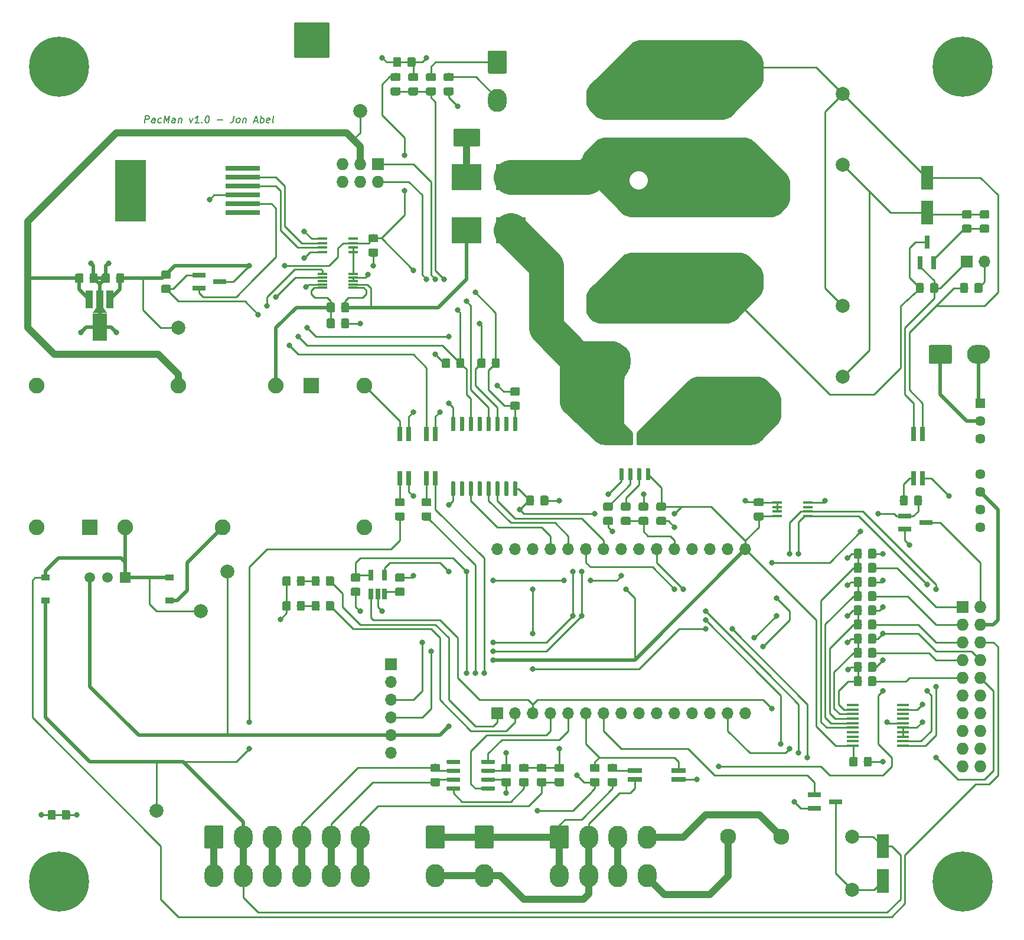
<source format=gbr>
G04 #@! TF.GenerationSoftware,KiCad,Pcbnew,(5.1.4)-1*
G04 #@! TF.CreationDate,2019-11-19T11:44:18-05:00*
G04 #@! TF.ProjectId,PacMan,5061634d-616e-42e6-9b69-6361645f7063,rev?*
G04 #@! TF.SameCoordinates,Original*
G04 #@! TF.FileFunction,Copper,L1,Top*
G04 #@! TF.FilePolarity,Positive*
%FSLAX46Y46*%
G04 Gerber Fmt 4.6, Leading zero omitted, Abs format (unit mm)*
G04 Created by KiCad (PCBNEW (5.1.4)-1) date 2019-11-19 11:44:18*
%MOMM*%
%LPD*%
G04 APERTURE LIST*
%ADD10C,0.150000*%
%ADD11R,1.900000X0.800000*%
%ADD12O,3.300000X2.700000*%
%ADD13C,0.100000*%
%ADD14C,2.700000*%
%ADD15O,1.700000X1.700000*%
%ADD16R,1.700000X1.700000*%
%ADD17R,5.000000X0.760000*%
%ADD18R,4.500000X8.800000*%
%ADD19O,2.700000X3.300000*%
%ADD20C,0.600000*%
%ADD21R,1.800000X3.500000*%
%ADD22C,2.000000*%
%ADD23C,2.300000*%
%ADD24O,1.727200X1.727200*%
%ADD25R,1.727200X1.727200*%
%ADD26C,1.150000*%
%ADD27R,1.450000X0.450000*%
%ADD28C,2.250000*%
%ADD29R,2.250000X2.250000*%
%ADD30R,1.400000X0.300000*%
%ADD31C,4.000000*%
%ADD32C,1.450000*%
%ADD33R,1.450000X1.450000*%
%ADD34C,1.508000*%
%ADD35R,1.508000X1.508000*%
%ADD36C,3.500000*%
%ADD37R,1.200000X0.900000*%
%ADD38R,4.240000X3.810000*%
%ADD39C,8.600000*%
%ADD40R,2.000000X0.640000*%
%ADD41R,0.640000X2.000000*%
%ADD42R,0.800000X1.900000*%
%ADD43R,0.650000X1.560000*%
%ADD44R,1.750000X0.450000*%
%ADD45R,1.000000X2.500000*%
%ADD46R,2.000000X4.000000*%
%ADD47C,0.750000*%
%ADD48C,0.800000*%
%ADD49C,0.500000*%
%ADD50C,0.250000*%
%ADD51C,1.000000*%
%ADD52C,5.000000*%
%ADD53C,0.254000*%
G04 APERTURE END LIST*
D10*
X38969538Y-53792380D02*
X39094538Y-52792380D01*
X39475491Y-52792380D01*
X39564776Y-52840000D01*
X39606443Y-52887619D01*
X39642157Y-52982857D01*
X39624300Y-53125714D01*
X39564776Y-53220952D01*
X39511205Y-53268571D01*
X39410014Y-53316190D01*
X39029062Y-53316190D01*
X40398110Y-53792380D02*
X40463586Y-53268571D01*
X40427872Y-53173333D01*
X40338586Y-53125714D01*
X40148110Y-53125714D01*
X40046919Y-53173333D01*
X40404062Y-53744761D02*
X40302872Y-53792380D01*
X40064776Y-53792380D01*
X39975491Y-53744761D01*
X39939776Y-53649523D01*
X39951681Y-53554285D01*
X40011205Y-53459047D01*
X40112395Y-53411428D01*
X40350491Y-53411428D01*
X40451681Y-53363809D01*
X41308824Y-53744761D02*
X41207633Y-53792380D01*
X41017157Y-53792380D01*
X40927872Y-53744761D01*
X40886205Y-53697142D01*
X40850491Y-53601904D01*
X40886205Y-53316190D01*
X40945729Y-53220952D01*
X40999300Y-53173333D01*
X41100491Y-53125714D01*
X41290967Y-53125714D01*
X41380252Y-53173333D01*
X41731443Y-53792380D02*
X41856443Y-52792380D01*
X42100491Y-53506666D01*
X42523110Y-52792380D01*
X42398110Y-53792380D01*
X43302872Y-53792380D02*
X43368348Y-53268571D01*
X43332633Y-53173333D01*
X43243348Y-53125714D01*
X43052872Y-53125714D01*
X42951681Y-53173333D01*
X43308824Y-53744761D02*
X43207633Y-53792380D01*
X42969538Y-53792380D01*
X42880252Y-53744761D01*
X42844538Y-53649523D01*
X42856443Y-53554285D01*
X42915967Y-53459047D01*
X43017157Y-53411428D01*
X43255252Y-53411428D01*
X43356443Y-53363809D01*
X43862395Y-53125714D02*
X43779062Y-53792380D01*
X43850491Y-53220952D02*
X43904062Y-53173333D01*
X44005252Y-53125714D01*
X44148110Y-53125714D01*
X44237395Y-53173333D01*
X44273110Y-53268571D01*
X44207633Y-53792380D01*
X45433824Y-53125714D02*
X45588586Y-53792380D01*
X45910014Y-53125714D01*
X46731443Y-53792380D02*
X46160014Y-53792380D01*
X46445729Y-53792380D02*
X46570729Y-52792380D01*
X46457633Y-52935238D01*
X46350491Y-53030476D01*
X46249300Y-53078095D01*
X47171919Y-53697142D02*
X47213586Y-53744761D01*
X47160014Y-53792380D01*
X47118348Y-53744761D01*
X47171919Y-53697142D01*
X47160014Y-53792380D01*
X47951681Y-52792380D02*
X48046919Y-52792380D01*
X48136205Y-52840000D01*
X48177872Y-52887619D01*
X48213586Y-52982857D01*
X48237395Y-53173333D01*
X48207633Y-53411428D01*
X48136205Y-53601904D01*
X48076681Y-53697142D01*
X48023110Y-53744761D01*
X47921919Y-53792380D01*
X47826681Y-53792380D01*
X47737395Y-53744761D01*
X47695729Y-53697142D01*
X47660014Y-53601904D01*
X47636205Y-53411428D01*
X47665967Y-53173333D01*
X47737395Y-52982857D01*
X47796919Y-52887619D01*
X47850491Y-52840000D01*
X47951681Y-52792380D01*
X49398110Y-53411428D02*
X50160014Y-53411428D01*
X51761205Y-52792380D02*
X51671919Y-53506666D01*
X51606443Y-53649523D01*
X51499300Y-53744761D01*
X51350491Y-53792380D01*
X51255252Y-53792380D01*
X52255252Y-53792380D02*
X52165967Y-53744761D01*
X52124300Y-53697142D01*
X52088586Y-53601904D01*
X52124300Y-53316190D01*
X52183824Y-53220952D01*
X52237395Y-53173333D01*
X52338586Y-53125714D01*
X52481443Y-53125714D01*
X52570729Y-53173333D01*
X52612395Y-53220952D01*
X52648110Y-53316190D01*
X52612395Y-53601904D01*
X52552872Y-53697142D01*
X52499300Y-53744761D01*
X52398110Y-53792380D01*
X52255252Y-53792380D01*
X53100491Y-53125714D02*
X53017157Y-53792380D01*
X53088586Y-53220952D02*
X53142157Y-53173333D01*
X53243348Y-53125714D01*
X53386205Y-53125714D01*
X53475491Y-53173333D01*
X53511205Y-53268571D01*
X53445729Y-53792380D01*
X54671919Y-53506666D02*
X55148110Y-53506666D01*
X54540967Y-53792380D02*
X54999300Y-52792380D01*
X55207633Y-53792380D01*
X55540967Y-53792380D02*
X55665967Y-52792380D01*
X55618348Y-53173333D02*
X55719538Y-53125714D01*
X55910014Y-53125714D01*
X55999300Y-53173333D01*
X56040967Y-53220952D01*
X56076681Y-53316190D01*
X56040967Y-53601904D01*
X55981443Y-53697142D01*
X55927872Y-53744761D01*
X55826681Y-53792380D01*
X55636205Y-53792380D01*
X55546919Y-53744761D01*
X56832633Y-53744761D02*
X56731443Y-53792380D01*
X56540967Y-53792380D01*
X56451681Y-53744761D01*
X56415967Y-53649523D01*
X56463586Y-53268571D01*
X56523110Y-53173333D01*
X56624300Y-53125714D01*
X56814776Y-53125714D01*
X56904062Y-53173333D01*
X56939776Y-53268571D01*
X56927872Y-53363809D01*
X56439776Y-53459047D01*
X57445729Y-53792380D02*
X57356443Y-53744761D01*
X57320729Y-53649523D01*
X57427872Y-52792380D01*
D11*
X138025000Y-151130000D03*
X135025000Y-152080000D03*
X135025000Y-150180000D03*
D12*
X158535000Y-86995000D03*
D13*
G36*
X154459503Y-85646204D02*
G01*
X154483772Y-85649804D01*
X154507570Y-85655765D01*
X154530670Y-85664030D01*
X154552849Y-85674520D01*
X154573892Y-85687133D01*
X154593598Y-85701748D01*
X154611776Y-85718224D01*
X154628252Y-85736402D01*
X154642867Y-85756108D01*
X154655480Y-85777151D01*
X154665970Y-85799330D01*
X154674235Y-85822430D01*
X154680196Y-85846228D01*
X154683796Y-85870497D01*
X154685000Y-85895001D01*
X154685000Y-88094999D01*
X154683796Y-88119503D01*
X154680196Y-88143772D01*
X154674235Y-88167570D01*
X154665970Y-88190670D01*
X154655480Y-88212849D01*
X154642867Y-88233892D01*
X154628252Y-88253598D01*
X154611776Y-88271776D01*
X154593598Y-88288252D01*
X154573892Y-88302867D01*
X154552849Y-88315480D01*
X154530670Y-88325970D01*
X154507570Y-88334235D01*
X154483772Y-88340196D01*
X154459503Y-88343796D01*
X154434999Y-88345000D01*
X151635001Y-88345000D01*
X151610497Y-88343796D01*
X151586228Y-88340196D01*
X151562430Y-88334235D01*
X151539330Y-88325970D01*
X151517151Y-88315480D01*
X151496108Y-88302867D01*
X151476402Y-88288252D01*
X151458224Y-88271776D01*
X151441748Y-88253598D01*
X151427133Y-88233892D01*
X151414520Y-88212849D01*
X151404030Y-88190670D01*
X151395765Y-88167570D01*
X151389804Y-88143772D01*
X151386204Y-88119503D01*
X151385000Y-88094999D01*
X151385000Y-85895001D01*
X151386204Y-85870497D01*
X151389804Y-85846228D01*
X151395765Y-85822430D01*
X151404030Y-85799330D01*
X151414520Y-85777151D01*
X151427133Y-85756108D01*
X151441748Y-85736402D01*
X151458224Y-85718224D01*
X151476402Y-85701748D01*
X151496108Y-85687133D01*
X151517151Y-85674520D01*
X151539330Y-85664030D01*
X151562430Y-85655765D01*
X151586228Y-85649804D01*
X151610497Y-85646204D01*
X151635001Y-85645000D01*
X154434999Y-85645000D01*
X154459503Y-85646204D01*
X154459503Y-85646204D01*
G37*
D14*
X153035000Y-86995000D03*
D15*
X104775000Y-114935000D03*
X102235000Y-114935000D03*
X125095000Y-114935000D03*
X109855000Y-114935000D03*
X99695000Y-114935000D03*
X117475000Y-114935000D03*
X107315000Y-114935000D03*
X122555000Y-114935000D03*
X89535000Y-114935000D03*
X112395000Y-114935000D03*
X94615000Y-114935000D03*
X114935000Y-114935000D03*
X92075000Y-114935000D03*
X97155000Y-114935000D03*
X120015000Y-114935000D03*
X97155000Y-138430000D03*
X109855000Y-138430000D03*
X102235000Y-138430000D03*
X107315000Y-138430000D03*
X104775000Y-138430000D03*
X114935000Y-138430000D03*
X117475000Y-138430000D03*
X125095000Y-138430000D03*
D16*
X89535000Y-138430000D03*
D15*
X99695000Y-138430000D03*
X92075000Y-138430000D03*
X120015000Y-138430000D03*
X122555000Y-138430000D03*
X112395000Y-138430000D03*
X94615000Y-138430000D03*
D17*
X52985000Y-66675000D03*
X52985000Y-60325000D03*
X52985000Y-61595000D03*
X52985000Y-62865000D03*
X52985000Y-64135000D03*
D18*
X36935000Y-63500000D03*
D17*
X52985000Y-65405000D03*
D19*
X87630000Y-161710000D03*
D13*
G36*
X88754503Y-154561204D02*
G01*
X88778772Y-154564804D01*
X88802570Y-154570765D01*
X88825670Y-154579030D01*
X88847849Y-154589520D01*
X88868892Y-154602133D01*
X88888598Y-154616748D01*
X88906776Y-154633224D01*
X88923252Y-154651402D01*
X88937867Y-154671108D01*
X88950480Y-154692151D01*
X88960970Y-154714330D01*
X88969235Y-154737430D01*
X88975196Y-154761228D01*
X88978796Y-154785497D01*
X88980000Y-154810001D01*
X88980000Y-157609999D01*
X88978796Y-157634503D01*
X88975196Y-157658772D01*
X88969235Y-157682570D01*
X88960970Y-157705670D01*
X88950480Y-157727849D01*
X88937867Y-157748892D01*
X88923252Y-157768598D01*
X88906776Y-157786776D01*
X88888598Y-157803252D01*
X88868892Y-157817867D01*
X88847849Y-157830480D01*
X88825670Y-157840970D01*
X88802570Y-157849235D01*
X88778772Y-157855196D01*
X88754503Y-157858796D01*
X88729999Y-157860000D01*
X86530001Y-157860000D01*
X86505497Y-157858796D01*
X86481228Y-157855196D01*
X86457430Y-157849235D01*
X86434330Y-157840970D01*
X86412151Y-157830480D01*
X86391108Y-157817867D01*
X86371402Y-157803252D01*
X86353224Y-157786776D01*
X86336748Y-157768598D01*
X86322133Y-157748892D01*
X86309520Y-157727849D01*
X86299030Y-157705670D01*
X86290765Y-157682570D01*
X86284804Y-157658772D01*
X86281204Y-157634503D01*
X86280000Y-157609999D01*
X86280000Y-154810001D01*
X86281204Y-154785497D01*
X86284804Y-154761228D01*
X86290765Y-154737430D01*
X86299030Y-154714330D01*
X86309520Y-154692151D01*
X86322133Y-154671108D01*
X86336748Y-154651402D01*
X86353224Y-154633224D01*
X86371402Y-154616748D01*
X86391108Y-154602133D01*
X86412151Y-154589520D01*
X86434330Y-154579030D01*
X86457430Y-154570765D01*
X86481228Y-154564804D01*
X86505497Y-154561204D01*
X86530001Y-154560000D01*
X88729999Y-154560000D01*
X88754503Y-154561204D01*
X88754503Y-154561204D01*
G37*
D14*
X87630000Y-156210000D03*
D19*
X80645000Y-161710000D03*
D13*
G36*
X81769503Y-154561204D02*
G01*
X81793772Y-154564804D01*
X81817570Y-154570765D01*
X81840670Y-154579030D01*
X81862849Y-154589520D01*
X81883892Y-154602133D01*
X81903598Y-154616748D01*
X81921776Y-154633224D01*
X81938252Y-154651402D01*
X81952867Y-154671108D01*
X81965480Y-154692151D01*
X81975970Y-154714330D01*
X81984235Y-154737430D01*
X81990196Y-154761228D01*
X81993796Y-154785497D01*
X81995000Y-154810001D01*
X81995000Y-157609999D01*
X81993796Y-157634503D01*
X81990196Y-157658772D01*
X81984235Y-157682570D01*
X81975970Y-157705670D01*
X81965480Y-157727849D01*
X81952867Y-157748892D01*
X81938252Y-157768598D01*
X81921776Y-157786776D01*
X81903598Y-157803252D01*
X81883892Y-157817867D01*
X81862849Y-157830480D01*
X81840670Y-157840970D01*
X81817570Y-157849235D01*
X81793772Y-157855196D01*
X81769503Y-157858796D01*
X81744999Y-157860000D01*
X79545001Y-157860000D01*
X79520497Y-157858796D01*
X79496228Y-157855196D01*
X79472430Y-157849235D01*
X79449330Y-157840970D01*
X79427151Y-157830480D01*
X79406108Y-157817867D01*
X79386402Y-157803252D01*
X79368224Y-157786776D01*
X79351748Y-157768598D01*
X79337133Y-157748892D01*
X79324520Y-157727849D01*
X79314030Y-157705670D01*
X79305765Y-157682570D01*
X79299804Y-157658772D01*
X79296204Y-157634503D01*
X79295000Y-157609999D01*
X79295000Y-154810001D01*
X79296204Y-154785497D01*
X79299804Y-154761228D01*
X79305765Y-154737430D01*
X79314030Y-154714330D01*
X79324520Y-154692151D01*
X79337133Y-154671108D01*
X79351748Y-154651402D01*
X79368224Y-154633224D01*
X79386402Y-154616748D01*
X79406108Y-154602133D01*
X79427151Y-154589520D01*
X79449330Y-154579030D01*
X79472430Y-154570765D01*
X79496228Y-154564804D01*
X79520497Y-154561204D01*
X79545001Y-154560000D01*
X81744999Y-154560000D01*
X81769503Y-154561204D01*
X81769503Y-154561204D01*
G37*
D14*
X80645000Y-156210000D03*
D19*
X69895000Y-161710000D03*
X65695000Y-161710000D03*
X61495000Y-161710000D03*
X57295000Y-161710000D03*
X53095000Y-161710000D03*
X48895000Y-161710000D03*
X69895000Y-156210000D03*
X65695000Y-156210000D03*
X61495000Y-156210000D03*
X57295000Y-156210000D03*
X53095000Y-156210000D03*
D13*
G36*
X50019503Y-154561204D02*
G01*
X50043772Y-154564804D01*
X50067570Y-154570765D01*
X50090670Y-154579030D01*
X50112849Y-154589520D01*
X50133892Y-154602133D01*
X50153598Y-154616748D01*
X50171776Y-154633224D01*
X50188252Y-154651402D01*
X50202867Y-154671108D01*
X50215480Y-154692151D01*
X50225970Y-154714330D01*
X50234235Y-154737430D01*
X50240196Y-154761228D01*
X50243796Y-154785497D01*
X50245000Y-154810001D01*
X50245000Y-157609999D01*
X50243796Y-157634503D01*
X50240196Y-157658772D01*
X50234235Y-157682570D01*
X50225970Y-157705670D01*
X50215480Y-157727849D01*
X50202867Y-157748892D01*
X50188252Y-157768598D01*
X50171776Y-157786776D01*
X50153598Y-157803252D01*
X50133892Y-157817867D01*
X50112849Y-157830480D01*
X50090670Y-157840970D01*
X50067570Y-157849235D01*
X50043772Y-157855196D01*
X50019503Y-157858796D01*
X49994999Y-157860000D01*
X47795001Y-157860000D01*
X47770497Y-157858796D01*
X47746228Y-157855196D01*
X47722430Y-157849235D01*
X47699330Y-157840970D01*
X47677151Y-157830480D01*
X47656108Y-157817867D01*
X47636402Y-157803252D01*
X47618224Y-157786776D01*
X47601748Y-157768598D01*
X47587133Y-157748892D01*
X47574520Y-157727849D01*
X47564030Y-157705670D01*
X47555765Y-157682570D01*
X47549804Y-157658772D01*
X47546204Y-157634503D01*
X47545000Y-157609999D01*
X47545000Y-154810001D01*
X47546204Y-154785497D01*
X47549804Y-154761228D01*
X47555765Y-154737430D01*
X47564030Y-154714330D01*
X47574520Y-154692151D01*
X47587133Y-154671108D01*
X47601748Y-154651402D01*
X47618224Y-154633224D01*
X47636402Y-154616748D01*
X47656108Y-154602133D01*
X47677151Y-154589520D01*
X47699330Y-154579030D01*
X47722430Y-154570765D01*
X47746228Y-154564804D01*
X47770497Y-154561204D01*
X47795001Y-154560000D01*
X49994999Y-154560000D01*
X50019503Y-154561204D01*
X50019503Y-154561204D01*
G37*
D14*
X48895000Y-156210000D03*
D19*
X111025000Y-161710000D03*
X106825000Y-161710000D03*
X102625000Y-161710000D03*
X98425000Y-161710000D03*
X111025000Y-156210000D03*
X106825000Y-156210000D03*
X102625000Y-156210000D03*
D13*
G36*
X99549503Y-154561204D02*
G01*
X99573772Y-154564804D01*
X99597570Y-154570765D01*
X99620670Y-154579030D01*
X99642849Y-154589520D01*
X99663892Y-154602133D01*
X99683598Y-154616748D01*
X99701776Y-154633224D01*
X99718252Y-154651402D01*
X99732867Y-154671108D01*
X99745480Y-154692151D01*
X99755970Y-154714330D01*
X99764235Y-154737430D01*
X99770196Y-154761228D01*
X99773796Y-154785497D01*
X99775000Y-154810001D01*
X99775000Y-157609999D01*
X99773796Y-157634503D01*
X99770196Y-157658772D01*
X99764235Y-157682570D01*
X99755970Y-157705670D01*
X99745480Y-157727849D01*
X99732867Y-157748892D01*
X99718252Y-157768598D01*
X99701776Y-157786776D01*
X99683598Y-157803252D01*
X99663892Y-157817867D01*
X99642849Y-157830480D01*
X99620670Y-157840970D01*
X99597570Y-157849235D01*
X99573772Y-157855196D01*
X99549503Y-157858796D01*
X99524999Y-157860000D01*
X97325001Y-157860000D01*
X97300497Y-157858796D01*
X97276228Y-157855196D01*
X97252430Y-157849235D01*
X97229330Y-157840970D01*
X97207151Y-157830480D01*
X97186108Y-157817867D01*
X97166402Y-157803252D01*
X97148224Y-157786776D01*
X97131748Y-157768598D01*
X97117133Y-157748892D01*
X97104520Y-157727849D01*
X97094030Y-157705670D01*
X97085765Y-157682570D01*
X97079804Y-157658772D01*
X97076204Y-157634503D01*
X97075000Y-157609999D01*
X97075000Y-154810001D01*
X97076204Y-154785497D01*
X97079804Y-154761228D01*
X97085765Y-154737430D01*
X97094030Y-154714330D01*
X97104520Y-154692151D01*
X97117133Y-154671108D01*
X97131748Y-154651402D01*
X97148224Y-154633224D01*
X97166402Y-154616748D01*
X97186108Y-154602133D01*
X97207151Y-154589520D01*
X97229330Y-154579030D01*
X97252430Y-154570765D01*
X97276228Y-154564804D01*
X97300497Y-154561204D01*
X97325001Y-154560000D01*
X99524999Y-154560000D01*
X99549503Y-154561204D01*
X99549503Y-154561204D01*
G37*
D14*
X98425000Y-156210000D03*
D19*
X89535000Y-50585000D03*
D13*
G36*
X90659503Y-43436204D02*
G01*
X90683772Y-43439804D01*
X90707570Y-43445765D01*
X90730670Y-43454030D01*
X90752849Y-43464520D01*
X90773892Y-43477133D01*
X90793598Y-43491748D01*
X90811776Y-43508224D01*
X90828252Y-43526402D01*
X90842867Y-43546108D01*
X90855480Y-43567151D01*
X90865970Y-43589330D01*
X90874235Y-43612430D01*
X90880196Y-43636228D01*
X90883796Y-43660497D01*
X90885000Y-43685001D01*
X90885000Y-46484999D01*
X90883796Y-46509503D01*
X90880196Y-46533772D01*
X90874235Y-46557570D01*
X90865970Y-46580670D01*
X90855480Y-46602849D01*
X90842867Y-46623892D01*
X90828252Y-46643598D01*
X90811776Y-46661776D01*
X90793598Y-46678252D01*
X90773892Y-46692867D01*
X90752849Y-46705480D01*
X90730670Y-46715970D01*
X90707570Y-46724235D01*
X90683772Y-46730196D01*
X90659503Y-46733796D01*
X90634999Y-46735000D01*
X88435001Y-46735000D01*
X88410497Y-46733796D01*
X88386228Y-46730196D01*
X88362430Y-46724235D01*
X88339330Y-46715970D01*
X88317151Y-46705480D01*
X88296108Y-46692867D01*
X88276402Y-46678252D01*
X88258224Y-46661776D01*
X88241748Y-46643598D01*
X88227133Y-46623892D01*
X88214520Y-46602849D01*
X88204030Y-46580670D01*
X88195765Y-46557570D01*
X88189804Y-46533772D01*
X88186204Y-46509503D01*
X88185000Y-46484999D01*
X88185000Y-43685001D01*
X88186204Y-43660497D01*
X88189804Y-43636228D01*
X88195765Y-43612430D01*
X88204030Y-43589330D01*
X88214520Y-43567151D01*
X88227133Y-43546108D01*
X88241748Y-43526402D01*
X88258224Y-43508224D01*
X88276402Y-43491748D01*
X88296108Y-43477133D01*
X88317151Y-43464520D01*
X88339330Y-43454030D01*
X88362430Y-43445765D01*
X88386228Y-43439804D01*
X88410497Y-43436204D01*
X88435001Y-43435000D01*
X90634999Y-43435000D01*
X90659503Y-43436204D01*
X90659503Y-43436204D01*
G37*
D14*
X89535000Y-45085000D03*
D13*
G36*
X111289703Y-103300722D02*
G01*
X111304264Y-103302882D01*
X111318543Y-103306459D01*
X111332403Y-103311418D01*
X111345710Y-103317712D01*
X111358336Y-103325280D01*
X111370159Y-103334048D01*
X111381066Y-103343934D01*
X111390952Y-103354841D01*
X111399720Y-103366664D01*
X111407288Y-103379290D01*
X111413582Y-103392597D01*
X111418541Y-103406457D01*
X111422118Y-103420736D01*
X111424278Y-103435297D01*
X111425000Y-103450000D01*
X111425000Y-104900000D01*
X111424278Y-104914703D01*
X111422118Y-104929264D01*
X111418541Y-104943543D01*
X111413582Y-104957403D01*
X111407288Y-104970710D01*
X111399720Y-104983336D01*
X111390952Y-104995159D01*
X111381066Y-105006066D01*
X111370159Y-105015952D01*
X111358336Y-105024720D01*
X111345710Y-105032288D01*
X111332403Y-105038582D01*
X111318543Y-105043541D01*
X111304264Y-105047118D01*
X111289703Y-105049278D01*
X111275000Y-105050000D01*
X110975000Y-105050000D01*
X110960297Y-105049278D01*
X110945736Y-105047118D01*
X110931457Y-105043541D01*
X110917597Y-105038582D01*
X110904290Y-105032288D01*
X110891664Y-105024720D01*
X110879841Y-105015952D01*
X110868934Y-105006066D01*
X110859048Y-104995159D01*
X110850280Y-104983336D01*
X110842712Y-104970710D01*
X110836418Y-104957403D01*
X110831459Y-104943543D01*
X110827882Y-104929264D01*
X110825722Y-104914703D01*
X110825000Y-104900000D01*
X110825000Y-103450000D01*
X110825722Y-103435297D01*
X110827882Y-103420736D01*
X110831459Y-103406457D01*
X110836418Y-103392597D01*
X110842712Y-103379290D01*
X110850280Y-103366664D01*
X110859048Y-103354841D01*
X110868934Y-103343934D01*
X110879841Y-103334048D01*
X110891664Y-103325280D01*
X110904290Y-103317712D01*
X110917597Y-103311418D01*
X110931457Y-103306459D01*
X110945736Y-103302882D01*
X110960297Y-103300722D01*
X110975000Y-103300000D01*
X111275000Y-103300000D01*
X111289703Y-103300722D01*
X111289703Y-103300722D01*
G37*
D20*
X111125000Y-104175000D03*
D13*
G36*
X110019703Y-103300722D02*
G01*
X110034264Y-103302882D01*
X110048543Y-103306459D01*
X110062403Y-103311418D01*
X110075710Y-103317712D01*
X110088336Y-103325280D01*
X110100159Y-103334048D01*
X110111066Y-103343934D01*
X110120952Y-103354841D01*
X110129720Y-103366664D01*
X110137288Y-103379290D01*
X110143582Y-103392597D01*
X110148541Y-103406457D01*
X110152118Y-103420736D01*
X110154278Y-103435297D01*
X110155000Y-103450000D01*
X110155000Y-104900000D01*
X110154278Y-104914703D01*
X110152118Y-104929264D01*
X110148541Y-104943543D01*
X110143582Y-104957403D01*
X110137288Y-104970710D01*
X110129720Y-104983336D01*
X110120952Y-104995159D01*
X110111066Y-105006066D01*
X110100159Y-105015952D01*
X110088336Y-105024720D01*
X110075710Y-105032288D01*
X110062403Y-105038582D01*
X110048543Y-105043541D01*
X110034264Y-105047118D01*
X110019703Y-105049278D01*
X110005000Y-105050000D01*
X109705000Y-105050000D01*
X109690297Y-105049278D01*
X109675736Y-105047118D01*
X109661457Y-105043541D01*
X109647597Y-105038582D01*
X109634290Y-105032288D01*
X109621664Y-105024720D01*
X109609841Y-105015952D01*
X109598934Y-105006066D01*
X109589048Y-104995159D01*
X109580280Y-104983336D01*
X109572712Y-104970710D01*
X109566418Y-104957403D01*
X109561459Y-104943543D01*
X109557882Y-104929264D01*
X109555722Y-104914703D01*
X109555000Y-104900000D01*
X109555000Y-103450000D01*
X109555722Y-103435297D01*
X109557882Y-103420736D01*
X109561459Y-103406457D01*
X109566418Y-103392597D01*
X109572712Y-103379290D01*
X109580280Y-103366664D01*
X109589048Y-103354841D01*
X109598934Y-103343934D01*
X109609841Y-103334048D01*
X109621664Y-103325280D01*
X109634290Y-103317712D01*
X109647597Y-103311418D01*
X109661457Y-103306459D01*
X109675736Y-103302882D01*
X109690297Y-103300722D01*
X109705000Y-103300000D01*
X110005000Y-103300000D01*
X110019703Y-103300722D01*
X110019703Y-103300722D01*
G37*
D20*
X109855000Y-104175000D03*
D13*
G36*
X108749703Y-103300722D02*
G01*
X108764264Y-103302882D01*
X108778543Y-103306459D01*
X108792403Y-103311418D01*
X108805710Y-103317712D01*
X108818336Y-103325280D01*
X108830159Y-103334048D01*
X108841066Y-103343934D01*
X108850952Y-103354841D01*
X108859720Y-103366664D01*
X108867288Y-103379290D01*
X108873582Y-103392597D01*
X108878541Y-103406457D01*
X108882118Y-103420736D01*
X108884278Y-103435297D01*
X108885000Y-103450000D01*
X108885000Y-104900000D01*
X108884278Y-104914703D01*
X108882118Y-104929264D01*
X108878541Y-104943543D01*
X108873582Y-104957403D01*
X108867288Y-104970710D01*
X108859720Y-104983336D01*
X108850952Y-104995159D01*
X108841066Y-105006066D01*
X108830159Y-105015952D01*
X108818336Y-105024720D01*
X108805710Y-105032288D01*
X108792403Y-105038582D01*
X108778543Y-105043541D01*
X108764264Y-105047118D01*
X108749703Y-105049278D01*
X108735000Y-105050000D01*
X108435000Y-105050000D01*
X108420297Y-105049278D01*
X108405736Y-105047118D01*
X108391457Y-105043541D01*
X108377597Y-105038582D01*
X108364290Y-105032288D01*
X108351664Y-105024720D01*
X108339841Y-105015952D01*
X108328934Y-105006066D01*
X108319048Y-104995159D01*
X108310280Y-104983336D01*
X108302712Y-104970710D01*
X108296418Y-104957403D01*
X108291459Y-104943543D01*
X108287882Y-104929264D01*
X108285722Y-104914703D01*
X108285000Y-104900000D01*
X108285000Y-103450000D01*
X108285722Y-103435297D01*
X108287882Y-103420736D01*
X108291459Y-103406457D01*
X108296418Y-103392597D01*
X108302712Y-103379290D01*
X108310280Y-103366664D01*
X108319048Y-103354841D01*
X108328934Y-103343934D01*
X108339841Y-103334048D01*
X108351664Y-103325280D01*
X108364290Y-103317712D01*
X108377597Y-103311418D01*
X108391457Y-103306459D01*
X108405736Y-103302882D01*
X108420297Y-103300722D01*
X108435000Y-103300000D01*
X108735000Y-103300000D01*
X108749703Y-103300722D01*
X108749703Y-103300722D01*
G37*
D20*
X108585000Y-104175000D03*
D13*
G36*
X107479703Y-103300722D02*
G01*
X107494264Y-103302882D01*
X107508543Y-103306459D01*
X107522403Y-103311418D01*
X107535710Y-103317712D01*
X107548336Y-103325280D01*
X107560159Y-103334048D01*
X107571066Y-103343934D01*
X107580952Y-103354841D01*
X107589720Y-103366664D01*
X107597288Y-103379290D01*
X107603582Y-103392597D01*
X107608541Y-103406457D01*
X107612118Y-103420736D01*
X107614278Y-103435297D01*
X107615000Y-103450000D01*
X107615000Y-104900000D01*
X107614278Y-104914703D01*
X107612118Y-104929264D01*
X107608541Y-104943543D01*
X107603582Y-104957403D01*
X107597288Y-104970710D01*
X107589720Y-104983336D01*
X107580952Y-104995159D01*
X107571066Y-105006066D01*
X107560159Y-105015952D01*
X107548336Y-105024720D01*
X107535710Y-105032288D01*
X107522403Y-105038582D01*
X107508543Y-105043541D01*
X107494264Y-105047118D01*
X107479703Y-105049278D01*
X107465000Y-105050000D01*
X107165000Y-105050000D01*
X107150297Y-105049278D01*
X107135736Y-105047118D01*
X107121457Y-105043541D01*
X107107597Y-105038582D01*
X107094290Y-105032288D01*
X107081664Y-105024720D01*
X107069841Y-105015952D01*
X107058934Y-105006066D01*
X107049048Y-104995159D01*
X107040280Y-104983336D01*
X107032712Y-104970710D01*
X107026418Y-104957403D01*
X107021459Y-104943543D01*
X107017882Y-104929264D01*
X107015722Y-104914703D01*
X107015000Y-104900000D01*
X107015000Y-103450000D01*
X107015722Y-103435297D01*
X107017882Y-103420736D01*
X107021459Y-103406457D01*
X107026418Y-103392597D01*
X107032712Y-103379290D01*
X107040280Y-103366664D01*
X107049048Y-103354841D01*
X107058934Y-103343934D01*
X107069841Y-103334048D01*
X107081664Y-103325280D01*
X107094290Y-103317712D01*
X107107597Y-103311418D01*
X107121457Y-103306459D01*
X107135736Y-103302882D01*
X107150297Y-103300722D01*
X107165000Y-103300000D01*
X107465000Y-103300000D01*
X107479703Y-103300722D01*
X107479703Y-103300722D01*
G37*
D20*
X107315000Y-104175000D03*
D13*
G36*
X107479703Y-98150722D02*
G01*
X107494264Y-98152882D01*
X107508543Y-98156459D01*
X107522403Y-98161418D01*
X107535710Y-98167712D01*
X107548336Y-98175280D01*
X107560159Y-98184048D01*
X107571066Y-98193934D01*
X107580952Y-98204841D01*
X107589720Y-98216664D01*
X107597288Y-98229290D01*
X107603582Y-98242597D01*
X107608541Y-98256457D01*
X107612118Y-98270736D01*
X107614278Y-98285297D01*
X107615000Y-98300000D01*
X107615000Y-99750000D01*
X107614278Y-99764703D01*
X107612118Y-99779264D01*
X107608541Y-99793543D01*
X107603582Y-99807403D01*
X107597288Y-99820710D01*
X107589720Y-99833336D01*
X107580952Y-99845159D01*
X107571066Y-99856066D01*
X107560159Y-99865952D01*
X107548336Y-99874720D01*
X107535710Y-99882288D01*
X107522403Y-99888582D01*
X107508543Y-99893541D01*
X107494264Y-99897118D01*
X107479703Y-99899278D01*
X107465000Y-99900000D01*
X107165000Y-99900000D01*
X107150297Y-99899278D01*
X107135736Y-99897118D01*
X107121457Y-99893541D01*
X107107597Y-99888582D01*
X107094290Y-99882288D01*
X107081664Y-99874720D01*
X107069841Y-99865952D01*
X107058934Y-99856066D01*
X107049048Y-99845159D01*
X107040280Y-99833336D01*
X107032712Y-99820710D01*
X107026418Y-99807403D01*
X107021459Y-99793543D01*
X107017882Y-99779264D01*
X107015722Y-99764703D01*
X107015000Y-99750000D01*
X107015000Y-98300000D01*
X107015722Y-98285297D01*
X107017882Y-98270736D01*
X107021459Y-98256457D01*
X107026418Y-98242597D01*
X107032712Y-98229290D01*
X107040280Y-98216664D01*
X107049048Y-98204841D01*
X107058934Y-98193934D01*
X107069841Y-98184048D01*
X107081664Y-98175280D01*
X107094290Y-98167712D01*
X107107597Y-98161418D01*
X107121457Y-98156459D01*
X107135736Y-98152882D01*
X107150297Y-98150722D01*
X107165000Y-98150000D01*
X107465000Y-98150000D01*
X107479703Y-98150722D01*
X107479703Y-98150722D01*
G37*
D20*
X107315000Y-99025000D03*
D13*
G36*
X108749703Y-98150722D02*
G01*
X108764264Y-98152882D01*
X108778543Y-98156459D01*
X108792403Y-98161418D01*
X108805710Y-98167712D01*
X108818336Y-98175280D01*
X108830159Y-98184048D01*
X108841066Y-98193934D01*
X108850952Y-98204841D01*
X108859720Y-98216664D01*
X108867288Y-98229290D01*
X108873582Y-98242597D01*
X108878541Y-98256457D01*
X108882118Y-98270736D01*
X108884278Y-98285297D01*
X108885000Y-98300000D01*
X108885000Y-99750000D01*
X108884278Y-99764703D01*
X108882118Y-99779264D01*
X108878541Y-99793543D01*
X108873582Y-99807403D01*
X108867288Y-99820710D01*
X108859720Y-99833336D01*
X108850952Y-99845159D01*
X108841066Y-99856066D01*
X108830159Y-99865952D01*
X108818336Y-99874720D01*
X108805710Y-99882288D01*
X108792403Y-99888582D01*
X108778543Y-99893541D01*
X108764264Y-99897118D01*
X108749703Y-99899278D01*
X108735000Y-99900000D01*
X108435000Y-99900000D01*
X108420297Y-99899278D01*
X108405736Y-99897118D01*
X108391457Y-99893541D01*
X108377597Y-99888582D01*
X108364290Y-99882288D01*
X108351664Y-99874720D01*
X108339841Y-99865952D01*
X108328934Y-99856066D01*
X108319048Y-99845159D01*
X108310280Y-99833336D01*
X108302712Y-99820710D01*
X108296418Y-99807403D01*
X108291459Y-99793543D01*
X108287882Y-99779264D01*
X108285722Y-99764703D01*
X108285000Y-99750000D01*
X108285000Y-98300000D01*
X108285722Y-98285297D01*
X108287882Y-98270736D01*
X108291459Y-98256457D01*
X108296418Y-98242597D01*
X108302712Y-98229290D01*
X108310280Y-98216664D01*
X108319048Y-98204841D01*
X108328934Y-98193934D01*
X108339841Y-98184048D01*
X108351664Y-98175280D01*
X108364290Y-98167712D01*
X108377597Y-98161418D01*
X108391457Y-98156459D01*
X108405736Y-98152882D01*
X108420297Y-98150722D01*
X108435000Y-98150000D01*
X108735000Y-98150000D01*
X108749703Y-98150722D01*
X108749703Y-98150722D01*
G37*
D20*
X108585000Y-99025000D03*
D13*
G36*
X110019703Y-98150722D02*
G01*
X110034264Y-98152882D01*
X110048543Y-98156459D01*
X110062403Y-98161418D01*
X110075710Y-98167712D01*
X110088336Y-98175280D01*
X110100159Y-98184048D01*
X110111066Y-98193934D01*
X110120952Y-98204841D01*
X110129720Y-98216664D01*
X110137288Y-98229290D01*
X110143582Y-98242597D01*
X110148541Y-98256457D01*
X110152118Y-98270736D01*
X110154278Y-98285297D01*
X110155000Y-98300000D01*
X110155000Y-99750000D01*
X110154278Y-99764703D01*
X110152118Y-99779264D01*
X110148541Y-99793543D01*
X110143582Y-99807403D01*
X110137288Y-99820710D01*
X110129720Y-99833336D01*
X110120952Y-99845159D01*
X110111066Y-99856066D01*
X110100159Y-99865952D01*
X110088336Y-99874720D01*
X110075710Y-99882288D01*
X110062403Y-99888582D01*
X110048543Y-99893541D01*
X110034264Y-99897118D01*
X110019703Y-99899278D01*
X110005000Y-99900000D01*
X109705000Y-99900000D01*
X109690297Y-99899278D01*
X109675736Y-99897118D01*
X109661457Y-99893541D01*
X109647597Y-99888582D01*
X109634290Y-99882288D01*
X109621664Y-99874720D01*
X109609841Y-99865952D01*
X109598934Y-99856066D01*
X109589048Y-99845159D01*
X109580280Y-99833336D01*
X109572712Y-99820710D01*
X109566418Y-99807403D01*
X109561459Y-99793543D01*
X109557882Y-99779264D01*
X109555722Y-99764703D01*
X109555000Y-99750000D01*
X109555000Y-98300000D01*
X109555722Y-98285297D01*
X109557882Y-98270736D01*
X109561459Y-98256457D01*
X109566418Y-98242597D01*
X109572712Y-98229290D01*
X109580280Y-98216664D01*
X109589048Y-98204841D01*
X109598934Y-98193934D01*
X109609841Y-98184048D01*
X109621664Y-98175280D01*
X109634290Y-98167712D01*
X109647597Y-98161418D01*
X109661457Y-98156459D01*
X109675736Y-98152882D01*
X109690297Y-98150722D01*
X109705000Y-98150000D01*
X110005000Y-98150000D01*
X110019703Y-98150722D01*
X110019703Y-98150722D01*
G37*
D20*
X109855000Y-99025000D03*
D13*
G36*
X111289703Y-98150722D02*
G01*
X111304264Y-98152882D01*
X111318543Y-98156459D01*
X111332403Y-98161418D01*
X111345710Y-98167712D01*
X111358336Y-98175280D01*
X111370159Y-98184048D01*
X111381066Y-98193934D01*
X111390952Y-98204841D01*
X111399720Y-98216664D01*
X111407288Y-98229290D01*
X111413582Y-98242597D01*
X111418541Y-98256457D01*
X111422118Y-98270736D01*
X111424278Y-98285297D01*
X111425000Y-98300000D01*
X111425000Y-99750000D01*
X111424278Y-99764703D01*
X111422118Y-99779264D01*
X111418541Y-99793543D01*
X111413582Y-99807403D01*
X111407288Y-99820710D01*
X111399720Y-99833336D01*
X111390952Y-99845159D01*
X111381066Y-99856066D01*
X111370159Y-99865952D01*
X111358336Y-99874720D01*
X111345710Y-99882288D01*
X111332403Y-99888582D01*
X111318543Y-99893541D01*
X111304264Y-99897118D01*
X111289703Y-99899278D01*
X111275000Y-99900000D01*
X110975000Y-99900000D01*
X110960297Y-99899278D01*
X110945736Y-99897118D01*
X110931457Y-99893541D01*
X110917597Y-99888582D01*
X110904290Y-99882288D01*
X110891664Y-99874720D01*
X110879841Y-99865952D01*
X110868934Y-99856066D01*
X110859048Y-99845159D01*
X110850280Y-99833336D01*
X110842712Y-99820710D01*
X110836418Y-99807403D01*
X110831459Y-99793543D01*
X110827882Y-99779264D01*
X110825722Y-99764703D01*
X110825000Y-99750000D01*
X110825000Y-98300000D01*
X110825722Y-98285297D01*
X110827882Y-98270736D01*
X110831459Y-98256457D01*
X110836418Y-98242597D01*
X110842712Y-98229290D01*
X110850280Y-98216664D01*
X110859048Y-98204841D01*
X110868934Y-98193934D01*
X110879841Y-98184048D01*
X110891664Y-98175280D01*
X110904290Y-98167712D01*
X110917597Y-98161418D01*
X110931457Y-98156459D01*
X110945736Y-98152882D01*
X110960297Y-98150722D01*
X110975000Y-98150000D01*
X111275000Y-98150000D01*
X111289703Y-98150722D01*
X111289703Y-98150722D01*
G37*
D20*
X111125000Y-99025000D03*
D21*
X144780000Y-157520000D03*
X144780000Y-162520000D03*
D22*
X140398500Y-163766500D03*
D23*
X122618500Y-156146500D03*
X130238500Y-156146500D03*
D22*
X140398500Y-156146500D03*
D24*
X158750000Y-146050000D03*
X156210000Y-146050000D03*
X158750000Y-143510000D03*
X156210000Y-143510000D03*
X158750000Y-140970000D03*
X156210000Y-140970000D03*
X158750000Y-138430000D03*
X156210000Y-138430000D03*
X158750000Y-135890000D03*
X156210000Y-135890000D03*
X158750000Y-133350000D03*
X156210000Y-133350000D03*
X158750000Y-130810000D03*
X156210000Y-130810000D03*
X158750000Y-128270000D03*
X156210000Y-128270000D03*
X158750000Y-125730000D03*
X156210000Y-125730000D03*
X158750000Y-123190000D03*
D25*
X156210000Y-123190000D03*
D13*
G36*
X28044910Y-152336202D02*
G01*
X28069135Y-152339795D01*
X28092891Y-152345746D01*
X28115949Y-152353996D01*
X28138087Y-152364467D01*
X28159093Y-152377057D01*
X28178763Y-152391645D01*
X28196908Y-152408092D01*
X28213355Y-152426237D01*
X28227943Y-152445907D01*
X28240533Y-152466913D01*
X28251004Y-152489051D01*
X28259254Y-152512109D01*
X28265205Y-152535865D01*
X28268798Y-152560090D01*
X28270000Y-152584550D01*
X28270000Y-153485450D01*
X28268798Y-153509910D01*
X28265205Y-153534135D01*
X28259254Y-153557891D01*
X28251004Y-153580949D01*
X28240533Y-153603087D01*
X28227943Y-153624093D01*
X28213355Y-153643763D01*
X28196908Y-153661908D01*
X28178763Y-153678355D01*
X28159093Y-153692943D01*
X28138087Y-153705533D01*
X28115949Y-153716004D01*
X28092891Y-153724254D01*
X28069135Y-153730205D01*
X28044910Y-153733798D01*
X28020450Y-153735000D01*
X27369550Y-153735000D01*
X27345090Y-153733798D01*
X27320865Y-153730205D01*
X27297109Y-153724254D01*
X27274051Y-153716004D01*
X27251913Y-153705533D01*
X27230907Y-153692943D01*
X27211237Y-153678355D01*
X27193092Y-153661908D01*
X27176645Y-153643763D01*
X27162057Y-153624093D01*
X27149467Y-153603087D01*
X27138996Y-153580949D01*
X27130746Y-153557891D01*
X27124795Y-153534135D01*
X27121202Y-153509910D01*
X27120000Y-153485450D01*
X27120000Y-152584550D01*
X27121202Y-152560090D01*
X27124795Y-152535865D01*
X27130746Y-152512109D01*
X27138996Y-152489051D01*
X27149467Y-152466913D01*
X27162057Y-152445907D01*
X27176645Y-152426237D01*
X27193092Y-152408092D01*
X27211237Y-152391645D01*
X27230907Y-152377057D01*
X27251913Y-152364467D01*
X27274051Y-152353996D01*
X27297109Y-152345746D01*
X27320865Y-152339795D01*
X27345090Y-152336202D01*
X27369550Y-152335000D01*
X28020450Y-152335000D01*
X28044910Y-152336202D01*
X28044910Y-152336202D01*
G37*
D26*
X27695000Y-153035000D03*
D13*
G36*
X25994505Y-152336204D02*
G01*
X26018773Y-152339804D01*
X26042572Y-152345765D01*
X26065671Y-152354030D01*
X26087850Y-152364520D01*
X26108893Y-152377132D01*
X26128599Y-152391747D01*
X26146777Y-152408223D01*
X26163253Y-152426401D01*
X26177868Y-152446107D01*
X26190480Y-152467150D01*
X26200970Y-152489329D01*
X26209235Y-152512428D01*
X26215196Y-152536227D01*
X26218796Y-152560495D01*
X26220000Y-152584999D01*
X26220000Y-153485001D01*
X26218796Y-153509505D01*
X26215196Y-153533773D01*
X26209235Y-153557572D01*
X26200970Y-153580671D01*
X26190480Y-153602850D01*
X26177868Y-153623893D01*
X26163253Y-153643599D01*
X26146777Y-153661777D01*
X26128599Y-153678253D01*
X26108893Y-153692868D01*
X26087850Y-153705480D01*
X26065671Y-153715970D01*
X26042572Y-153724235D01*
X26018773Y-153730196D01*
X25994505Y-153733796D01*
X25970001Y-153735000D01*
X25319999Y-153735000D01*
X25295495Y-153733796D01*
X25271227Y-153730196D01*
X25247428Y-153724235D01*
X25224329Y-153715970D01*
X25202150Y-153705480D01*
X25181107Y-153692868D01*
X25161401Y-153678253D01*
X25143223Y-153661777D01*
X25126747Y-153643599D01*
X25112132Y-153623893D01*
X25099520Y-153602850D01*
X25089030Y-153580671D01*
X25080765Y-153557572D01*
X25074804Y-153533773D01*
X25071204Y-153509505D01*
X25070000Y-153485001D01*
X25070000Y-152584999D01*
X25071204Y-152560495D01*
X25074804Y-152536227D01*
X25080765Y-152512428D01*
X25089030Y-152489329D01*
X25099520Y-152467150D01*
X25112132Y-152446107D01*
X25126747Y-152426401D01*
X25143223Y-152408223D01*
X25161401Y-152391747D01*
X25181107Y-152377132D01*
X25202150Y-152364520D01*
X25224329Y-152354030D01*
X25247428Y-152345765D01*
X25271227Y-152339804D01*
X25295495Y-152336204D01*
X25319999Y-152335000D01*
X25970001Y-152335000D01*
X25994505Y-152336204D01*
X25994505Y-152336204D01*
G37*
D26*
X25645000Y-153035000D03*
D13*
G36*
X77574910Y-44386202D02*
G01*
X77599135Y-44389795D01*
X77622891Y-44395746D01*
X77645949Y-44403996D01*
X77668087Y-44414467D01*
X77689093Y-44427057D01*
X77708763Y-44441645D01*
X77726908Y-44458092D01*
X77743355Y-44476237D01*
X77757943Y-44495907D01*
X77770533Y-44516913D01*
X77781004Y-44539051D01*
X77789254Y-44562109D01*
X77795205Y-44585865D01*
X77798798Y-44610090D01*
X77800000Y-44634550D01*
X77800000Y-45535450D01*
X77798798Y-45559910D01*
X77795205Y-45584135D01*
X77789254Y-45607891D01*
X77781004Y-45630949D01*
X77770533Y-45653087D01*
X77757943Y-45674093D01*
X77743355Y-45693763D01*
X77726908Y-45711908D01*
X77708763Y-45728355D01*
X77689093Y-45742943D01*
X77668087Y-45755533D01*
X77645949Y-45766004D01*
X77622891Y-45774254D01*
X77599135Y-45780205D01*
X77574910Y-45783798D01*
X77550450Y-45785000D01*
X76899550Y-45785000D01*
X76875090Y-45783798D01*
X76850865Y-45780205D01*
X76827109Y-45774254D01*
X76804051Y-45766004D01*
X76781913Y-45755533D01*
X76760907Y-45742943D01*
X76741237Y-45728355D01*
X76723092Y-45711908D01*
X76706645Y-45693763D01*
X76692057Y-45674093D01*
X76679467Y-45653087D01*
X76668996Y-45630949D01*
X76660746Y-45607891D01*
X76654795Y-45584135D01*
X76651202Y-45559910D01*
X76650000Y-45535450D01*
X76650000Y-44634550D01*
X76651202Y-44610090D01*
X76654795Y-44585865D01*
X76660746Y-44562109D01*
X76668996Y-44539051D01*
X76679467Y-44516913D01*
X76692057Y-44495907D01*
X76706645Y-44476237D01*
X76723092Y-44458092D01*
X76741237Y-44441645D01*
X76760907Y-44427057D01*
X76781913Y-44414467D01*
X76804051Y-44403996D01*
X76827109Y-44395746D01*
X76850865Y-44389795D01*
X76875090Y-44386202D01*
X76899550Y-44385000D01*
X77550450Y-44385000D01*
X77574910Y-44386202D01*
X77574910Y-44386202D01*
G37*
D26*
X77225000Y-45085000D03*
D13*
G36*
X75524505Y-44386204D02*
G01*
X75548773Y-44389804D01*
X75572572Y-44395765D01*
X75595671Y-44404030D01*
X75617850Y-44414520D01*
X75638893Y-44427132D01*
X75658599Y-44441747D01*
X75676777Y-44458223D01*
X75693253Y-44476401D01*
X75707868Y-44496107D01*
X75720480Y-44517150D01*
X75730970Y-44539329D01*
X75739235Y-44562428D01*
X75745196Y-44586227D01*
X75748796Y-44610495D01*
X75750000Y-44634999D01*
X75750000Y-45535001D01*
X75748796Y-45559505D01*
X75745196Y-45583773D01*
X75739235Y-45607572D01*
X75730970Y-45630671D01*
X75720480Y-45652850D01*
X75707868Y-45673893D01*
X75693253Y-45693599D01*
X75676777Y-45711777D01*
X75658599Y-45728253D01*
X75638893Y-45742868D01*
X75617850Y-45755480D01*
X75595671Y-45765970D01*
X75572572Y-45774235D01*
X75548773Y-45780196D01*
X75524505Y-45783796D01*
X75500001Y-45785000D01*
X74849999Y-45785000D01*
X74825495Y-45783796D01*
X74801227Y-45780196D01*
X74777428Y-45774235D01*
X74754329Y-45765970D01*
X74732150Y-45755480D01*
X74711107Y-45742868D01*
X74691401Y-45728253D01*
X74673223Y-45711777D01*
X74656747Y-45693599D01*
X74642132Y-45673893D01*
X74629520Y-45652850D01*
X74619030Y-45630671D01*
X74610765Y-45607572D01*
X74604804Y-45583773D01*
X74601204Y-45559505D01*
X74600000Y-45535001D01*
X74600000Y-44634999D01*
X74601204Y-44610495D01*
X74604804Y-44586227D01*
X74610765Y-44562428D01*
X74619030Y-44539329D01*
X74629520Y-44517150D01*
X74642132Y-44496107D01*
X74656747Y-44476401D01*
X74673223Y-44458223D01*
X74691401Y-44441747D01*
X74711107Y-44427132D01*
X74732150Y-44414520D01*
X74754329Y-44404030D01*
X74777428Y-44395765D01*
X74801227Y-44389804D01*
X74825495Y-44386204D01*
X74849999Y-44385000D01*
X75500001Y-44385000D01*
X75524505Y-44386204D01*
X75524505Y-44386204D01*
G37*
D26*
X75175000Y-45085000D03*
D27*
X129630000Y-110195000D03*
X129630000Y-109545000D03*
X129630000Y-108895000D03*
X129630000Y-108245000D03*
X134030000Y-108245000D03*
X134030000Y-108895000D03*
X134030000Y-109545000D03*
X134030000Y-110195000D03*
D13*
G36*
X127474505Y-107621204D02*
G01*
X127498773Y-107624804D01*
X127522572Y-107630765D01*
X127545671Y-107639030D01*
X127567850Y-107649520D01*
X127588893Y-107662132D01*
X127608599Y-107676747D01*
X127626777Y-107693223D01*
X127643253Y-107711401D01*
X127657868Y-107731107D01*
X127670480Y-107752150D01*
X127680970Y-107774329D01*
X127689235Y-107797428D01*
X127695196Y-107821227D01*
X127698796Y-107845495D01*
X127700000Y-107869999D01*
X127700000Y-108520001D01*
X127698796Y-108544505D01*
X127695196Y-108568773D01*
X127689235Y-108592572D01*
X127680970Y-108615671D01*
X127670480Y-108637850D01*
X127657868Y-108658893D01*
X127643253Y-108678599D01*
X127626777Y-108696777D01*
X127608599Y-108713253D01*
X127588893Y-108727868D01*
X127567850Y-108740480D01*
X127545671Y-108750970D01*
X127522572Y-108759235D01*
X127498773Y-108765196D01*
X127474505Y-108768796D01*
X127450001Y-108770000D01*
X126549999Y-108770000D01*
X126525495Y-108768796D01*
X126501227Y-108765196D01*
X126477428Y-108759235D01*
X126454329Y-108750970D01*
X126432150Y-108740480D01*
X126411107Y-108727868D01*
X126391401Y-108713253D01*
X126373223Y-108696777D01*
X126356747Y-108678599D01*
X126342132Y-108658893D01*
X126329520Y-108637850D01*
X126319030Y-108615671D01*
X126310765Y-108592572D01*
X126304804Y-108568773D01*
X126301204Y-108544505D01*
X126300000Y-108520001D01*
X126300000Y-107869999D01*
X126301204Y-107845495D01*
X126304804Y-107821227D01*
X126310765Y-107797428D01*
X126319030Y-107774329D01*
X126329520Y-107752150D01*
X126342132Y-107731107D01*
X126356747Y-107711401D01*
X126373223Y-107693223D01*
X126391401Y-107676747D01*
X126411107Y-107662132D01*
X126432150Y-107649520D01*
X126454329Y-107639030D01*
X126477428Y-107630765D01*
X126501227Y-107624804D01*
X126525495Y-107621204D01*
X126549999Y-107620000D01*
X127450001Y-107620000D01*
X127474505Y-107621204D01*
X127474505Y-107621204D01*
G37*
D26*
X127000000Y-108195000D03*
D13*
G36*
X127474505Y-109671204D02*
G01*
X127498773Y-109674804D01*
X127522572Y-109680765D01*
X127545671Y-109689030D01*
X127567850Y-109699520D01*
X127588893Y-109712132D01*
X127608599Y-109726747D01*
X127626777Y-109743223D01*
X127643253Y-109761401D01*
X127657868Y-109781107D01*
X127670480Y-109802150D01*
X127680970Y-109824329D01*
X127689235Y-109847428D01*
X127695196Y-109871227D01*
X127698796Y-109895495D01*
X127700000Y-109919999D01*
X127700000Y-110570001D01*
X127698796Y-110594505D01*
X127695196Y-110618773D01*
X127689235Y-110642572D01*
X127680970Y-110665671D01*
X127670480Y-110687850D01*
X127657868Y-110708893D01*
X127643253Y-110728599D01*
X127626777Y-110746777D01*
X127608599Y-110763253D01*
X127588893Y-110777868D01*
X127567850Y-110790480D01*
X127545671Y-110800970D01*
X127522572Y-110809235D01*
X127498773Y-110815196D01*
X127474505Y-110818796D01*
X127450001Y-110820000D01*
X126549999Y-110820000D01*
X126525495Y-110818796D01*
X126501227Y-110815196D01*
X126477428Y-110809235D01*
X126454329Y-110800970D01*
X126432150Y-110790480D01*
X126411107Y-110777868D01*
X126391401Y-110763253D01*
X126373223Y-110746777D01*
X126356747Y-110728599D01*
X126342132Y-110708893D01*
X126329520Y-110687850D01*
X126319030Y-110665671D01*
X126310765Y-110642572D01*
X126304804Y-110618773D01*
X126301204Y-110594505D01*
X126300000Y-110570001D01*
X126300000Y-109919999D01*
X126301204Y-109895495D01*
X126304804Y-109871227D01*
X126310765Y-109847428D01*
X126319030Y-109824329D01*
X126329520Y-109802150D01*
X126342132Y-109781107D01*
X126356747Y-109761401D01*
X126373223Y-109743223D01*
X126391401Y-109726747D01*
X126411107Y-109712132D01*
X126432150Y-109699520D01*
X126454329Y-109689030D01*
X126477428Y-109680765D01*
X126501227Y-109674804D01*
X126525495Y-109671204D01*
X126549999Y-109670000D01*
X127450001Y-109670000D01*
X127474505Y-109671204D01*
X127474505Y-109671204D01*
G37*
D26*
X127000000Y-110245000D03*
D28*
X70485000Y-91440000D03*
X70485000Y-111760000D03*
X50165000Y-111760000D03*
X57785000Y-91440000D03*
D29*
X62865000Y-91440000D03*
D28*
X23495000Y-111760000D03*
X23495000Y-91440000D03*
X43815000Y-91440000D03*
X36195000Y-111760000D03*
D29*
X31115000Y-111760000D03*
D30*
X68875000Y-77454000D03*
X68875000Y-76954000D03*
X68875000Y-76454000D03*
X68875000Y-75954000D03*
X68875000Y-75454000D03*
X64475000Y-75454000D03*
X64475000Y-75954000D03*
X64475000Y-76454000D03*
X64475000Y-76954000D03*
X64475000Y-77454000D03*
D27*
X64475000Y-70399000D03*
X64475000Y-71049000D03*
X64475000Y-71699000D03*
X64475000Y-72349000D03*
X68875000Y-72349000D03*
X68875000Y-71699000D03*
X68875000Y-71049000D03*
X68875000Y-70399000D03*
D13*
G36*
X65999505Y-79565204D02*
G01*
X66023773Y-79568804D01*
X66047572Y-79574765D01*
X66070671Y-79583030D01*
X66092850Y-79593520D01*
X66113893Y-79606132D01*
X66133599Y-79620747D01*
X66151777Y-79637223D01*
X66168253Y-79655401D01*
X66182868Y-79675107D01*
X66195480Y-79696150D01*
X66205970Y-79718329D01*
X66214235Y-79741428D01*
X66220196Y-79765227D01*
X66223796Y-79789495D01*
X66225000Y-79813999D01*
X66225000Y-80714001D01*
X66223796Y-80738505D01*
X66220196Y-80762773D01*
X66214235Y-80786572D01*
X66205970Y-80809671D01*
X66195480Y-80831850D01*
X66182868Y-80852893D01*
X66168253Y-80872599D01*
X66151777Y-80890777D01*
X66133599Y-80907253D01*
X66113893Y-80921868D01*
X66092850Y-80934480D01*
X66070671Y-80944970D01*
X66047572Y-80953235D01*
X66023773Y-80959196D01*
X65999505Y-80962796D01*
X65975001Y-80964000D01*
X65324999Y-80964000D01*
X65300495Y-80962796D01*
X65276227Y-80959196D01*
X65252428Y-80953235D01*
X65229329Y-80944970D01*
X65207150Y-80934480D01*
X65186107Y-80921868D01*
X65166401Y-80907253D01*
X65148223Y-80890777D01*
X65131747Y-80872599D01*
X65117132Y-80852893D01*
X65104520Y-80831850D01*
X65094030Y-80809671D01*
X65085765Y-80786572D01*
X65079804Y-80762773D01*
X65076204Y-80738505D01*
X65075000Y-80714001D01*
X65075000Y-79813999D01*
X65076204Y-79789495D01*
X65079804Y-79765227D01*
X65085765Y-79741428D01*
X65094030Y-79718329D01*
X65104520Y-79696150D01*
X65117132Y-79675107D01*
X65131747Y-79655401D01*
X65148223Y-79637223D01*
X65166401Y-79620747D01*
X65186107Y-79606132D01*
X65207150Y-79593520D01*
X65229329Y-79583030D01*
X65252428Y-79574765D01*
X65276227Y-79568804D01*
X65300495Y-79565204D01*
X65324999Y-79564000D01*
X65975001Y-79564000D01*
X65999505Y-79565204D01*
X65999505Y-79565204D01*
G37*
D26*
X65650000Y-80264000D03*
D13*
G36*
X68049505Y-79565204D02*
G01*
X68073773Y-79568804D01*
X68097572Y-79574765D01*
X68120671Y-79583030D01*
X68142850Y-79593520D01*
X68163893Y-79606132D01*
X68183599Y-79620747D01*
X68201777Y-79637223D01*
X68218253Y-79655401D01*
X68232868Y-79675107D01*
X68245480Y-79696150D01*
X68255970Y-79718329D01*
X68264235Y-79741428D01*
X68270196Y-79765227D01*
X68273796Y-79789495D01*
X68275000Y-79813999D01*
X68275000Y-80714001D01*
X68273796Y-80738505D01*
X68270196Y-80762773D01*
X68264235Y-80786572D01*
X68255970Y-80809671D01*
X68245480Y-80831850D01*
X68232868Y-80852893D01*
X68218253Y-80872599D01*
X68201777Y-80890777D01*
X68183599Y-80907253D01*
X68163893Y-80921868D01*
X68142850Y-80934480D01*
X68120671Y-80944970D01*
X68097572Y-80953235D01*
X68073773Y-80959196D01*
X68049505Y-80962796D01*
X68025001Y-80964000D01*
X67374999Y-80964000D01*
X67350495Y-80962796D01*
X67326227Y-80959196D01*
X67302428Y-80953235D01*
X67279329Y-80944970D01*
X67257150Y-80934480D01*
X67236107Y-80921868D01*
X67216401Y-80907253D01*
X67198223Y-80890777D01*
X67181747Y-80872599D01*
X67167132Y-80852893D01*
X67154520Y-80831850D01*
X67144030Y-80809671D01*
X67135765Y-80786572D01*
X67129804Y-80762773D01*
X67126204Y-80738505D01*
X67125000Y-80714001D01*
X67125000Y-79813999D01*
X67126204Y-79789495D01*
X67129804Y-79765227D01*
X67135765Y-79741428D01*
X67144030Y-79718329D01*
X67154520Y-79696150D01*
X67167132Y-79675107D01*
X67181747Y-79655401D01*
X67198223Y-79637223D01*
X67216401Y-79620747D01*
X67236107Y-79606132D01*
X67257150Y-79593520D01*
X67279329Y-79583030D01*
X67302428Y-79574765D01*
X67326227Y-79568804D01*
X67350495Y-79565204D01*
X67374999Y-79564000D01*
X68025001Y-79564000D01*
X68049505Y-79565204D01*
X68049505Y-79565204D01*
G37*
D26*
X67700000Y-80264000D03*
D13*
G36*
X72229505Y-69775204D02*
G01*
X72253773Y-69778804D01*
X72277572Y-69784765D01*
X72300671Y-69793030D01*
X72322850Y-69803520D01*
X72343893Y-69816132D01*
X72363599Y-69830747D01*
X72381777Y-69847223D01*
X72398253Y-69865401D01*
X72412868Y-69885107D01*
X72425480Y-69906150D01*
X72435970Y-69928329D01*
X72444235Y-69951428D01*
X72450196Y-69975227D01*
X72453796Y-69999495D01*
X72455000Y-70023999D01*
X72455000Y-70674001D01*
X72453796Y-70698505D01*
X72450196Y-70722773D01*
X72444235Y-70746572D01*
X72435970Y-70769671D01*
X72425480Y-70791850D01*
X72412868Y-70812893D01*
X72398253Y-70832599D01*
X72381777Y-70850777D01*
X72363599Y-70867253D01*
X72343893Y-70881868D01*
X72322850Y-70894480D01*
X72300671Y-70904970D01*
X72277572Y-70913235D01*
X72253773Y-70919196D01*
X72229505Y-70922796D01*
X72205001Y-70924000D01*
X71304999Y-70924000D01*
X71280495Y-70922796D01*
X71256227Y-70919196D01*
X71232428Y-70913235D01*
X71209329Y-70904970D01*
X71187150Y-70894480D01*
X71166107Y-70881868D01*
X71146401Y-70867253D01*
X71128223Y-70850777D01*
X71111747Y-70832599D01*
X71097132Y-70812893D01*
X71084520Y-70791850D01*
X71074030Y-70769671D01*
X71065765Y-70746572D01*
X71059804Y-70722773D01*
X71056204Y-70698505D01*
X71055000Y-70674001D01*
X71055000Y-70023999D01*
X71056204Y-69999495D01*
X71059804Y-69975227D01*
X71065765Y-69951428D01*
X71074030Y-69928329D01*
X71084520Y-69906150D01*
X71097132Y-69885107D01*
X71111747Y-69865401D01*
X71128223Y-69847223D01*
X71146401Y-69830747D01*
X71166107Y-69816132D01*
X71187150Y-69803520D01*
X71209329Y-69793030D01*
X71232428Y-69784765D01*
X71256227Y-69778804D01*
X71280495Y-69775204D01*
X71304999Y-69774000D01*
X72205001Y-69774000D01*
X72229505Y-69775204D01*
X72229505Y-69775204D01*
G37*
D26*
X71755000Y-70349000D03*
D13*
G36*
X72229505Y-71825204D02*
G01*
X72253773Y-71828804D01*
X72277572Y-71834765D01*
X72300671Y-71843030D01*
X72322850Y-71853520D01*
X72343893Y-71866132D01*
X72363599Y-71880747D01*
X72381777Y-71897223D01*
X72398253Y-71915401D01*
X72412868Y-71935107D01*
X72425480Y-71956150D01*
X72435970Y-71978329D01*
X72444235Y-72001428D01*
X72450196Y-72025227D01*
X72453796Y-72049495D01*
X72455000Y-72073999D01*
X72455000Y-72724001D01*
X72453796Y-72748505D01*
X72450196Y-72772773D01*
X72444235Y-72796572D01*
X72435970Y-72819671D01*
X72425480Y-72841850D01*
X72412868Y-72862893D01*
X72398253Y-72882599D01*
X72381777Y-72900777D01*
X72363599Y-72917253D01*
X72343893Y-72931868D01*
X72322850Y-72944480D01*
X72300671Y-72954970D01*
X72277572Y-72963235D01*
X72253773Y-72969196D01*
X72229505Y-72972796D01*
X72205001Y-72974000D01*
X71304999Y-72974000D01*
X71280495Y-72972796D01*
X71256227Y-72969196D01*
X71232428Y-72963235D01*
X71209329Y-72954970D01*
X71187150Y-72944480D01*
X71166107Y-72931868D01*
X71146401Y-72917253D01*
X71128223Y-72900777D01*
X71111747Y-72882599D01*
X71097132Y-72862893D01*
X71084520Y-72841850D01*
X71074030Y-72819671D01*
X71065765Y-72796572D01*
X71059804Y-72772773D01*
X71056204Y-72748505D01*
X71055000Y-72724001D01*
X71055000Y-72073999D01*
X71056204Y-72049495D01*
X71059804Y-72025227D01*
X71065765Y-72001428D01*
X71074030Y-71978329D01*
X71084520Y-71956150D01*
X71097132Y-71935107D01*
X71111747Y-71915401D01*
X71128223Y-71897223D01*
X71146401Y-71880747D01*
X71166107Y-71866132D01*
X71187150Y-71853520D01*
X71209329Y-71843030D01*
X71232428Y-71834765D01*
X71256227Y-71828804D01*
X71280495Y-71825204D01*
X71304999Y-71824000D01*
X72205001Y-71824000D01*
X72229505Y-71825204D01*
X72229505Y-71825204D01*
G37*
D26*
X71755000Y-72399000D03*
D22*
X139065000Y-49650000D03*
X139065000Y-59810000D03*
D31*
X126365000Y-63620000D03*
X123825000Y-45840000D03*
D22*
X139065000Y-80010000D03*
X139065000Y-90170000D03*
D31*
X126365000Y-93980000D03*
X123825000Y-76200000D03*
D32*
X158750000Y-111760000D03*
X158750000Y-109220000D03*
X158750000Y-106680000D03*
X158750000Y-104140000D03*
X158750000Y-99060000D03*
X158750000Y-96520000D03*
D33*
X158750000Y-93980000D03*
D34*
X31115000Y-119025000D03*
X33655000Y-119025000D03*
D35*
X36195000Y-119025000D03*
D36*
X105410000Y-87780000D03*
X105410000Y-79860000D03*
X105410000Y-58570000D03*
X105410000Y-50650000D03*
D13*
G36*
X69689505Y-120466204D02*
G01*
X69713773Y-120469804D01*
X69737572Y-120475765D01*
X69760671Y-120484030D01*
X69782850Y-120494520D01*
X69803893Y-120507132D01*
X69823599Y-120521747D01*
X69841777Y-120538223D01*
X69858253Y-120556401D01*
X69872868Y-120576107D01*
X69885480Y-120597150D01*
X69895970Y-120619329D01*
X69904235Y-120642428D01*
X69910196Y-120666227D01*
X69913796Y-120690495D01*
X69915000Y-120714999D01*
X69915000Y-121365001D01*
X69913796Y-121389505D01*
X69910196Y-121413773D01*
X69904235Y-121437572D01*
X69895970Y-121460671D01*
X69885480Y-121482850D01*
X69872868Y-121503893D01*
X69858253Y-121523599D01*
X69841777Y-121541777D01*
X69823599Y-121558253D01*
X69803893Y-121572868D01*
X69782850Y-121585480D01*
X69760671Y-121595970D01*
X69737572Y-121604235D01*
X69713773Y-121610196D01*
X69689505Y-121613796D01*
X69665001Y-121615000D01*
X68764999Y-121615000D01*
X68740495Y-121613796D01*
X68716227Y-121610196D01*
X68692428Y-121604235D01*
X68669329Y-121595970D01*
X68647150Y-121585480D01*
X68626107Y-121572868D01*
X68606401Y-121558253D01*
X68588223Y-121541777D01*
X68571747Y-121523599D01*
X68557132Y-121503893D01*
X68544520Y-121482850D01*
X68534030Y-121460671D01*
X68525765Y-121437572D01*
X68519804Y-121413773D01*
X68516204Y-121389505D01*
X68515000Y-121365001D01*
X68515000Y-120714999D01*
X68516204Y-120690495D01*
X68519804Y-120666227D01*
X68525765Y-120642428D01*
X68534030Y-120619329D01*
X68544520Y-120597150D01*
X68557132Y-120576107D01*
X68571747Y-120556401D01*
X68588223Y-120538223D01*
X68606401Y-120521747D01*
X68626107Y-120507132D01*
X68647150Y-120494520D01*
X68669329Y-120484030D01*
X68692428Y-120475765D01*
X68716227Y-120469804D01*
X68740495Y-120466204D01*
X68764999Y-120465000D01*
X69665001Y-120465000D01*
X69689505Y-120466204D01*
X69689505Y-120466204D01*
G37*
D26*
X69215000Y-121040000D03*
D13*
G36*
X69689505Y-118416204D02*
G01*
X69713773Y-118419804D01*
X69737572Y-118425765D01*
X69760671Y-118434030D01*
X69782850Y-118444520D01*
X69803893Y-118457132D01*
X69823599Y-118471747D01*
X69841777Y-118488223D01*
X69858253Y-118506401D01*
X69872868Y-118526107D01*
X69885480Y-118547150D01*
X69895970Y-118569329D01*
X69904235Y-118592428D01*
X69910196Y-118616227D01*
X69913796Y-118640495D01*
X69915000Y-118664999D01*
X69915000Y-119315001D01*
X69913796Y-119339505D01*
X69910196Y-119363773D01*
X69904235Y-119387572D01*
X69895970Y-119410671D01*
X69885480Y-119432850D01*
X69872868Y-119453893D01*
X69858253Y-119473599D01*
X69841777Y-119491777D01*
X69823599Y-119508253D01*
X69803893Y-119522868D01*
X69782850Y-119535480D01*
X69760671Y-119545970D01*
X69737572Y-119554235D01*
X69713773Y-119560196D01*
X69689505Y-119563796D01*
X69665001Y-119565000D01*
X68764999Y-119565000D01*
X68740495Y-119563796D01*
X68716227Y-119560196D01*
X68692428Y-119554235D01*
X68669329Y-119545970D01*
X68647150Y-119535480D01*
X68626107Y-119522868D01*
X68606401Y-119508253D01*
X68588223Y-119491777D01*
X68571747Y-119473599D01*
X68557132Y-119453893D01*
X68544520Y-119432850D01*
X68534030Y-119410671D01*
X68525765Y-119387572D01*
X68519804Y-119363773D01*
X68516204Y-119339505D01*
X68515000Y-119315001D01*
X68515000Y-118664999D01*
X68516204Y-118640495D01*
X68519804Y-118616227D01*
X68525765Y-118592428D01*
X68534030Y-118569329D01*
X68544520Y-118547150D01*
X68557132Y-118526107D01*
X68571747Y-118506401D01*
X68588223Y-118488223D01*
X68606401Y-118471747D01*
X68626107Y-118457132D01*
X68647150Y-118444520D01*
X68669329Y-118434030D01*
X68692428Y-118425765D01*
X68716227Y-118419804D01*
X68740495Y-118416204D01*
X68764999Y-118415000D01*
X69665001Y-118415000D01*
X69689505Y-118416204D01*
X69689505Y-118416204D01*
G37*
D26*
X69215000Y-118990000D03*
D13*
G36*
X76039505Y-118416204D02*
G01*
X76063773Y-118419804D01*
X76087572Y-118425765D01*
X76110671Y-118434030D01*
X76132850Y-118444520D01*
X76153893Y-118457132D01*
X76173599Y-118471747D01*
X76191777Y-118488223D01*
X76208253Y-118506401D01*
X76222868Y-118526107D01*
X76235480Y-118547150D01*
X76245970Y-118569329D01*
X76254235Y-118592428D01*
X76260196Y-118616227D01*
X76263796Y-118640495D01*
X76265000Y-118664999D01*
X76265000Y-119315001D01*
X76263796Y-119339505D01*
X76260196Y-119363773D01*
X76254235Y-119387572D01*
X76245970Y-119410671D01*
X76235480Y-119432850D01*
X76222868Y-119453893D01*
X76208253Y-119473599D01*
X76191777Y-119491777D01*
X76173599Y-119508253D01*
X76153893Y-119522868D01*
X76132850Y-119535480D01*
X76110671Y-119545970D01*
X76087572Y-119554235D01*
X76063773Y-119560196D01*
X76039505Y-119563796D01*
X76015001Y-119565000D01*
X75114999Y-119565000D01*
X75090495Y-119563796D01*
X75066227Y-119560196D01*
X75042428Y-119554235D01*
X75019329Y-119545970D01*
X74997150Y-119535480D01*
X74976107Y-119522868D01*
X74956401Y-119508253D01*
X74938223Y-119491777D01*
X74921747Y-119473599D01*
X74907132Y-119453893D01*
X74894520Y-119432850D01*
X74884030Y-119410671D01*
X74875765Y-119387572D01*
X74869804Y-119363773D01*
X74866204Y-119339505D01*
X74865000Y-119315001D01*
X74865000Y-118664999D01*
X74866204Y-118640495D01*
X74869804Y-118616227D01*
X74875765Y-118592428D01*
X74884030Y-118569329D01*
X74894520Y-118547150D01*
X74907132Y-118526107D01*
X74921747Y-118506401D01*
X74938223Y-118488223D01*
X74956401Y-118471747D01*
X74976107Y-118457132D01*
X74997150Y-118444520D01*
X75019329Y-118434030D01*
X75042428Y-118425765D01*
X75066227Y-118419804D01*
X75090495Y-118416204D01*
X75114999Y-118415000D01*
X76015001Y-118415000D01*
X76039505Y-118416204D01*
X76039505Y-118416204D01*
G37*
D26*
X75565000Y-118990000D03*
D13*
G36*
X76039505Y-120466204D02*
G01*
X76063773Y-120469804D01*
X76087572Y-120475765D01*
X76110671Y-120484030D01*
X76132850Y-120494520D01*
X76153893Y-120507132D01*
X76173599Y-120521747D01*
X76191777Y-120538223D01*
X76208253Y-120556401D01*
X76222868Y-120576107D01*
X76235480Y-120597150D01*
X76245970Y-120619329D01*
X76254235Y-120642428D01*
X76260196Y-120666227D01*
X76263796Y-120690495D01*
X76265000Y-120714999D01*
X76265000Y-121365001D01*
X76263796Y-121389505D01*
X76260196Y-121413773D01*
X76254235Y-121437572D01*
X76245970Y-121460671D01*
X76235480Y-121482850D01*
X76222868Y-121503893D01*
X76208253Y-121523599D01*
X76191777Y-121541777D01*
X76173599Y-121558253D01*
X76153893Y-121572868D01*
X76132850Y-121585480D01*
X76110671Y-121595970D01*
X76087572Y-121604235D01*
X76063773Y-121610196D01*
X76039505Y-121613796D01*
X76015001Y-121615000D01*
X75114999Y-121615000D01*
X75090495Y-121613796D01*
X75066227Y-121610196D01*
X75042428Y-121604235D01*
X75019329Y-121595970D01*
X74997150Y-121585480D01*
X74976107Y-121572868D01*
X74956401Y-121558253D01*
X74938223Y-121541777D01*
X74921747Y-121523599D01*
X74907132Y-121503893D01*
X74894520Y-121482850D01*
X74884030Y-121460671D01*
X74875765Y-121437572D01*
X74869804Y-121413773D01*
X74866204Y-121389505D01*
X74865000Y-121365001D01*
X74865000Y-120714999D01*
X74866204Y-120690495D01*
X74869804Y-120666227D01*
X74875765Y-120642428D01*
X74884030Y-120619329D01*
X74894520Y-120597150D01*
X74907132Y-120576107D01*
X74921747Y-120556401D01*
X74938223Y-120538223D01*
X74956401Y-120521747D01*
X74976107Y-120507132D01*
X74997150Y-120494520D01*
X75019329Y-120484030D01*
X75042428Y-120475765D01*
X75066227Y-120469804D01*
X75090495Y-120466204D01*
X75114999Y-120465000D01*
X76015001Y-120465000D01*
X76039505Y-120466204D01*
X76039505Y-120466204D01*
G37*
D26*
X75565000Y-121040000D03*
D13*
G36*
X98899505Y-145721204D02*
G01*
X98923773Y-145724804D01*
X98947572Y-145730765D01*
X98970671Y-145739030D01*
X98992850Y-145749520D01*
X99013893Y-145762132D01*
X99033599Y-145776747D01*
X99051777Y-145793223D01*
X99068253Y-145811401D01*
X99082868Y-145831107D01*
X99095480Y-145852150D01*
X99105970Y-145874329D01*
X99114235Y-145897428D01*
X99120196Y-145921227D01*
X99123796Y-145945495D01*
X99125000Y-145969999D01*
X99125000Y-146620001D01*
X99123796Y-146644505D01*
X99120196Y-146668773D01*
X99114235Y-146692572D01*
X99105970Y-146715671D01*
X99095480Y-146737850D01*
X99082868Y-146758893D01*
X99068253Y-146778599D01*
X99051777Y-146796777D01*
X99033599Y-146813253D01*
X99013893Y-146827868D01*
X98992850Y-146840480D01*
X98970671Y-146850970D01*
X98947572Y-146859235D01*
X98923773Y-146865196D01*
X98899505Y-146868796D01*
X98875001Y-146870000D01*
X97974999Y-146870000D01*
X97950495Y-146868796D01*
X97926227Y-146865196D01*
X97902428Y-146859235D01*
X97879329Y-146850970D01*
X97857150Y-146840480D01*
X97836107Y-146827868D01*
X97816401Y-146813253D01*
X97798223Y-146796777D01*
X97781747Y-146778599D01*
X97767132Y-146758893D01*
X97754520Y-146737850D01*
X97744030Y-146715671D01*
X97735765Y-146692572D01*
X97729804Y-146668773D01*
X97726204Y-146644505D01*
X97725000Y-146620001D01*
X97725000Y-145969999D01*
X97726204Y-145945495D01*
X97729804Y-145921227D01*
X97735765Y-145897428D01*
X97744030Y-145874329D01*
X97754520Y-145852150D01*
X97767132Y-145831107D01*
X97781747Y-145811401D01*
X97798223Y-145793223D01*
X97816401Y-145776747D01*
X97836107Y-145762132D01*
X97857150Y-145749520D01*
X97879329Y-145739030D01*
X97902428Y-145730765D01*
X97926227Y-145724804D01*
X97950495Y-145721204D01*
X97974999Y-145720000D01*
X98875001Y-145720000D01*
X98899505Y-145721204D01*
X98899505Y-145721204D01*
G37*
D26*
X98425000Y-146295000D03*
D13*
G36*
X98899505Y-147771204D02*
G01*
X98923773Y-147774804D01*
X98947572Y-147780765D01*
X98970671Y-147789030D01*
X98992850Y-147799520D01*
X99013893Y-147812132D01*
X99033599Y-147826747D01*
X99051777Y-147843223D01*
X99068253Y-147861401D01*
X99082868Y-147881107D01*
X99095480Y-147902150D01*
X99105970Y-147924329D01*
X99114235Y-147947428D01*
X99120196Y-147971227D01*
X99123796Y-147995495D01*
X99125000Y-148019999D01*
X99125000Y-148670001D01*
X99123796Y-148694505D01*
X99120196Y-148718773D01*
X99114235Y-148742572D01*
X99105970Y-148765671D01*
X99095480Y-148787850D01*
X99082868Y-148808893D01*
X99068253Y-148828599D01*
X99051777Y-148846777D01*
X99033599Y-148863253D01*
X99013893Y-148877868D01*
X98992850Y-148890480D01*
X98970671Y-148900970D01*
X98947572Y-148909235D01*
X98923773Y-148915196D01*
X98899505Y-148918796D01*
X98875001Y-148920000D01*
X97974999Y-148920000D01*
X97950495Y-148918796D01*
X97926227Y-148915196D01*
X97902428Y-148909235D01*
X97879329Y-148900970D01*
X97857150Y-148890480D01*
X97836107Y-148877868D01*
X97816401Y-148863253D01*
X97798223Y-148846777D01*
X97781747Y-148828599D01*
X97767132Y-148808893D01*
X97754520Y-148787850D01*
X97744030Y-148765671D01*
X97735765Y-148742572D01*
X97729804Y-148718773D01*
X97726204Y-148694505D01*
X97725000Y-148670001D01*
X97725000Y-148019999D01*
X97726204Y-147995495D01*
X97729804Y-147971227D01*
X97735765Y-147947428D01*
X97744030Y-147924329D01*
X97754520Y-147902150D01*
X97767132Y-147881107D01*
X97781747Y-147861401D01*
X97798223Y-147843223D01*
X97816401Y-147826747D01*
X97836107Y-147812132D01*
X97857150Y-147799520D01*
X97879329Y-147789030D01*
X97902428Y-147780765D01*
X97926227Y-147774804D01*
X97950495Y-147771204D01*
X97974999Y-147770000D01*
X98875001Y-147770000D01*
X98899505Y-147771204D01*
X98899505Y-147771204D01*
G37*
D26*
X98425000Y-148345000D03*
D13*
G36*
X91279505Y-145721204D02*
G01*
X91303773Y-145724804D01*
X91327572Y-145730765D01*
X91350671Y-145739030D01*
X91372850Y-145749520D01*
X91393893Y-145762132D01*
X91413599Y-145776747D01*
X91431777Y-145793223D01*
X91448253Y-145811401D01*
X91462868Y-145831107D01*
X91475480Y-145852150D01*
X91485970Y-145874329D01*
X91494235Y-145897428D01*
X91500196Y-145921227D01*
X91503796Y-145945495D01*
X91505000Y-145969999D01*
X91505000Y-146620001D01*
X91503796Y-146644505D01*
X91500196Y-146668773D01*
X91494235Y-146692572D01*
X91485970Y-146715671D01*
X91475480Y-146737850D01*
X91462868Y-146758893D01*
X91448253Y-146778599D01*
X91431777Y-146796777D01*
X91413599Y-146813253D01*
X91393893Y-146827868D01*
X91372850Y-146840480D01*
X91350671Y-146850970D01*
X91327572Y-146859235D01*
X91303773Y-146865196D01*
X91279505Y-146868796D01*
X91255001Y-146870000D01*
X90354999Y-146870000D01*
X90330495Y-146868796D01*
X90306227Y-146865196D01*
X90282428Y-146859235D01*
X90259329Y-146850970D01*
X90237150Y-146840480D01*
X90216107Y-146827868D01*
X90196401Y-146813253D01*
X90178223Y-146796777D01*
X90161747Y-146778599D01*
X90147132Y-146758893D01*
X90134520Y-146737850D01*
X90124030Y-146715671D01*
X90115765Y-146692572D01*
X90109804Y-146668773D01*
X90106204Y-146644505D01*
X90105000Y-146620001D01*
X90105000Y-145969999D01*
X90106204Y-145945495D01*
X90109804Y-145921227D01*
X90115765Y-145897428D01*
X90124030Y-145874329D01*
X90134520Y-145852150D01*
X90147132Y-145831107D01*
X90161747Y-145811401D01*
X90178223Y-145793223D01*
X90196401Y-145776747D01*
X90216107Y-145762132D01*
X90237150Y-145749520D01*
X90259329Y-145739030D01*
X90282428Y-145730765D01*
X90306227Y-145724804D01*
X90330495Y-145721204D01*
X90354999Y-145720000D01*
X91255001Y-145720000D01*
X91279505Y-145721204D01*
X91279505Y-145721204D01*
G37*
D26*
X90805000Y-146295000D03*
D13*
G36*
X91279505Y-147771204D02*
G01*
X91303773Y-147774804D01*
X91327572Y-147780765D01*
X91350671Y-147789030D01*
X91372850Y-147799520D01*
X91393893Y-147812132D01*
X91413599Y-147826747D01*
X91431777Y-147843223D01*
X91448253Y-147861401D01*
X91462868Y-147881107D01*
X91475480Y-147902150D01*
X91485970Y-147924329D01*
X91494235Y-147947428D01*
X91500196Y-147971227D01*
X91503796Y-147995495D01*
X91505000Y-148019999D01*
X91505000Y-148670001D01*
X91503796Y-148694505D01*
X91500196Y-148718773D01*
X91494235Y-148742572D01*
X91485970Y-148765671D01*
X91475480Y-148787850D01*
X91462868Y-148808893D01*
X91448253Y-148828599D01*
X91431777Y-148846777D01*
X91413599Y-148863253D01*
X91393893Y-148877868D01*
X91372850Y-148890480D01*
X91350671Y-148900970D01*
X91327572Y-148909235D01*
X91303773Y-148915196D01*
X91279505Y-148918796D01*
X91255001Y-148920000D01*
X90354999Y-148920000D01*
X90330495Y-148918796D01*
X90306227Y-148915196D01*
X90282428Y-148909235D01*
X90259329Y-148900970D01*
X90237150Y-148890480D01*
X90216107Y-148877868D01*
X90196401Y-148863253D01*
X90178223Y-148846777D01*
X90161747Y-148828599D01*
X90147132Y-148808893D01*
X90134520Y-148787850D01*
X90124030Y-148765671D01*
X90115765Y-148742572D01*
X90109804Y-148718773D01*
X90106204Y-148694505D01*
X90105000Y-148670001D01*
X90105000Y-148019999D01*
X90106204Y-147995495D01*
X90109804Y-147971227D01*
X90115765Y-147947428D01*
X90124030Y-147924329D01*
X90134520Y-147902150D01*
X90147132Y-147881107D01*
X90161747Y-147861401D01*
X90178223Y-147843223D01*
X90196401Y-147826747D01*
X90216107Y-147812132D01*
X90237150Y-147799520D01*
X90259329Y-147789030D01*
X90282428Y-147780765D01*
X90306227Y-147774804D01*
X90330495Y-147771204D01*
X90354999Y-147770000D01*
X91255001Y-147770000D01*
X91279505Y-147771204D01*
X91279505Y-147771204D01*
G37*
D26*
X90805000Y-148345000D03*
D13*
G36*
X142979505Y-144716204D02*
G01*
X143003773Y-144719804D01*
X143027572Y-144725765D01*
X143050671Y-144734030D01*
X143072850Y-144744520D01*
X143093893Y-144757132D01*
X143113599Y-144771747D01*
X143131777Y-144788223D01*
X143148253Y-144806401D01*
X143162868Y-144826107D01*
X143175480Y-144847150D01*
X143185970Y-144869329D01*
X143194235Y-144892428D01*
X143200196Y-144916227D01*
X143203796Y-144940495D01*
X143205000Y-144964999D01*
X143205000Y-145865001D01*
X143203796Y-145889505D01*
X143200196Y-145913773D01*
X143194235Y-145937572D01*
X143185970Y-145960671D01*
X143175480Y-145982850D01*
X143162868Y-146003893D01*
X143148253Y-146023599D01*
X143131777Y-146041777D01*
X143113599Y-146058253D01*
X143093893Y-146072868D01*
X143072850Y-146085480D01*
X143050671Y-146095970D01*
X143027572Y-146104235D01*
X143003773Y-146110196D01*
X142979505Y-146113796D01*
X142955001Y-146115000D01*
X142304999Y-146115000D01*
X142280495Y-146113796D01*
X142256227Y-146110196D01*
X142232428Y-146104235D01*
X142209329Y-146095970D01*
X142187150Y-146085480D01*
X142166107Y-146072868D01*
X142146401Y-146058253D01*
X142128223Y-146041777D01*
X142111747Y-146023599D01*
X142097132Y-146003893D01*
X142084520Y-145982850D01*
X142074030Y-145960671D01*
X142065765Y-145937572D01*
X142059804Y-145913773D01*
X142056204Y-145889505D01*
X142055000Y-145865001D01*
X142055000Y-144964999D01*
X142056204Y-144940495D01*
X142059804Y-144916227D01*
X142065765Y-144892428D01*
X142074030Y-144869329D01*
X142084520Y-144847150D01*
X142097132Y-144826107D01*
X142111747Y-144806401D01*
X142128223Y-144788223D01*
X142146401Y-144771747D01*
X142166107Y-144757132D01*
X142187150Y-144744520D01*
X142209329Y-144734030D01*
X142232428Y-144725765D01*
X142256227Y-144719804D01*
X142280495Y-144716204D01*
X142304999Y-144715000D01*
X142955001Y-144715000D01*
X142979505Y-144716204D01*
X142979505Y-144716204D01*
G37*
D26*
X142630000Y-145415000D03*
D13*
G36*
X140929505Y-144716204D02*
G01*
X140953773Y-144719804D01*
X140977572Y-144725765D01*
X141000671Y-144734030D01*
X141022850Y-144744520D01*
X141043893Y-144757132D01*
X141063599Y-144771747D01*
X141081777Y-144788223D01*
X141098253Y-144806401D01*
X141112868Y-144826107D01*
X141125480Y-144847150D01*
X141135970Y-144869329D01*
X141144235Y-144892428D01*
X141150196Y-144916227D01*
X141153796Y-144940495D01*
X141155000Y-144964999D01*
X141155000Y-145865001D01*
X141153796Y-145889505D01*
X141150196Y-145913773D01*
X141144235Y-145937572D01*
X141135970Y-145960671D01*
X141125480Y-145982850D01*
X141112868Y-146003893D01*
X141098253Y-146023599D01*
X141081777Y-146041777D01*
X141063599Y-146058253D01*
X141043893Y-146072868D01*
X141022850Y-146085480D01*
X141000671Y-146095970D01*
X140977572Y-146104235D01*
X140953773Y-146110196D01*
X140929505Y-146113796D01*
X140905001Y-146115000D01*
X140254999Y-146115000D01*
X140230495Y-146113796D01*
X140206227Y-146110196D01*
X140182428Y-146104235D01*
X140159329Y-146095970D01*
X140137150Y-146085480D01*
X140116107Y-146072868D01*
X140096401Y-146058253D01*
X140078223Y-146041777D01*
X140061747Y-146023599D01*
X140047132Y-146003893D01*
X140034520Y-145982850D01*
X140024030Y-145960671D01*
X140015765Y-145937572D01*
X140009804Y-145913773D01*
X140006204Y-145889505D01*
X140005000Y-145865001D01*
X140005000Y-144964999D01*
X140006204Y-144940495D01*
X140009804Y-144916227D01*
X140015765Y-144892428D01*
X140024030Y-144869329D01*
X140034520Y-144847150D01*
X140047132Y-144826107D01*
X140061747Y-144806401D01*
X140078223Y-144788223D01*
X140096401Y-144771747D01*
X140116107Y-144757132D01*
X140137150Y-144744520D01*
X140159329Y-144734030D01*
X140182428Y-144725765D01*
X140206227Y-144719804D01*
X140230495Y-144716204D01*
X140254999Y-144715000D01*
X140905001Y-144715000D01*
X140929505Y-144716204D01*
X140929505Y-144716204D01*
G37*
D26*
X140580000Y-145415000D03*
D13*
G36*
X105884505Y-108256204D02*
G01*
X105908773Y-108259804D01*
X105932572Y-108265765D01*
X105955671Y-108274030D01*
X105977850Y-108284520D01*
X105998893Y-108297132D01*
X106018599Y-108311747D01*
X106036777Y-108328223D01*
X106053253Y-108346401D01*
X106067868Y-108366107D01*
X106080480Y-108387150D01*
X106090970Y-108409329D01*
X106099235Y-108432428D01*
X106105196Y-108456227D01*
X106108796Y-108480495D01*
X106110000Y-108504999D01*
X106110000Y-109155001D01*
X106108796Y-109179505D01*
X106105196Y-109203773D01*
X106099235Y-109227572D01*
X106090970Y-109250671D01*
X106080480Y-109272850D01*
X106067868Y-109293893D01*
X106053253Y-109313599D01*
X106036777Y-109331777D01*
X106018599Y-109348253D01*
X105998893Y-109362868D01*
X105977850Y-109375480D01*
X105955671Y-109385970D01*
X105932572Y-109394235D01*
X105908773Y-109400196D01*
X105884505Y-109403796D01*
X105860001Y-109405000D01*
X104959999Y-109405000D01*
X104935495Y-109403796D01*
X104911227Y-109400196D01*
X104887428Y-109394235D01*
X104864329Y-109385970D01*
X104842150Y-109375480D01*
X104821107Y-109362868D01*
X104801401Y-109348253D01*
X104783223Y-109331777D01*
X104766747Y-109313599D01*
X104752132Y-109293893D01*
X104739520Y-109272850D01*
X104729030Y-109250671D01*
X104720765Y-109227572D01*
X104714804Y-109203773D01*
X104711204Y-109179505D01*
X104710000Y-109155001D01*
X104710000Y-108504999D01*
X104711204Y-108480495D01*
X104714804Y-108456227D01*
X104720765Y-108432428D01*
X104729030Y-108409329D01*
X104739520Y-108387150D01*
X104752132Y-108366107D01*
X104766747Y-108346401D01*
X104783223Y-108328223D01*
X104801401Y-108311747D01*
X104821107Y-108297132D01*
X104842150Y-108284520D01*
X104864329Y-108274030D01*
X104887428Y-108265765D01*
X104911227Y-108259804D01*
X104935495Y-108256204D01*
X104959999Y-108255000D01*
X105860001Y-108255000D01*
X105884505Y-108256204D01*
X105884505Y-108256204D01*
G37*
D26*
X105410000Y-108830000D03*
D13*
G36*
X105884505Y-110306204D02*
G01*
X105908773Y-110309804D01*
X105932572Y-110315765D01*
X105955671Y-110324030D01*
X105977850Y-110334520D01*
X105998893Y-110347132D01*
X106018599Y-110361747D01*
X106036777Y-110378223D01*
X106053253Y-110396401D01*
X106067868Y-110416107D01*
X106080480Y-110437150D01*
X106090970Y-110459329D01*
X106099235Y-110482428D01*
X106105196Y-110506227D01*
X106108796Y-110530495D01*
X106110000Y-110554999D01*
X106110000Y-111205001D01*
X106108796Y-111229505D01*
X106105196Y-111253773D01*
X106099235Y-111277572D01*
X106090970Y-111300671D01*
X106080480Y-111322850D01*
X106067868Y-111343893D01*
X106053253Y-111363599D01*
X106036777Y-111381777D01*
X106018599Y-111398253D01*
X105998893Y-111412868D01*
X105977850Y-111425480D01*
X105955671Y-111435970D01*
X105932572Y-111444235D01*
X105908773Y-111450196D01*
X105884505Y-111453796D01*
X105860001Y-111455000D01*
X104959999Y-111455000D01*
X104935495Y-111453796D01*
X104911227Y-111450196D01*
X104887428Y-111444235D01*
X104864329Y-111435970D01*
X104842150Y-111425480D01*
X104821107Y-111412868D01*
X104801401Y-111398253D01*
X104783223Y-111381777D01*
X104766747Y-111363599D01*
X104752132Y-111343893D01*
X104739520Y-111322850D01*
X104729030Y-111300671D01*
X104720765Y-111277572D01*
X104714804Y-111253773D01*
X104711204Y-111229505D01*
X104710000Y-111205001D01*
X104710000Y-110554999D01*
X104711204Y-110530495D01*
X104714804Y-110506227D01*
X104720765Y-110482428D01*
X104729030Y-110459329D01*
X104739520Y-110437150D01*
X104752132Y-110416107D01*
X104766747Y-110396401D01*
X104783223Y-110378223D01*
X104801401Y-110361747D01*
X104821107Y-110347132D01*
X104842150Y-110334520D01*
X104864329Y-110324030D01*
X104887428Y-110315765D01*
X104911227Y-110309804D01*
X104935495Y-110306204D01*
X104959999Y-110305000D01*
X105860001Y-110305000D01*
X105884505Y-110306204D01*
X105884505Y-110306204D01*
G37*
D26*
X105410000Y-110880000D03*
D13*
G36*
X113504505Y-108256204D02*
G01*
X113528773Y-108259804D01*
X113552572Y-108265765D01*
X113575671Y-108274030D01*
X113597850Y-108284520D01*
X113618893Y-108297132D01*
X113638599Y-108311747D01*
X113656777Y-108328223D01*
X113673253Y-108346401D01*
X113687868Y-108366107D01*
X113700480Y-108387150D01*
X113710970Y-108409329D01*
X113719235Y-108432428D01*
X113725196Y-108456227D01*
X113728796Y-108480495D01*
X113730000Y-108504999D01*
X113730000Y-109155001D01*
X113728796Y-109179505D01*
X113725196Y-109203773D01*
X113719235Y-109227572D01*
X113710970Y-109250671D01*
X113700480Y-109272850D01*
X113687868Y-109293893D01*
X113673253Y-109313599D01*
X113656777Y-109331777D01*
X113638599Y-109348253D01*
X113618893Y-109362868D01*
X113597850Y-109375480D01*
X113575671Y-109385970D01*
X113552572Y-109394235D01*
X113528773Y-109400196D01*
X113504505Y-109403796D01*
X113480001Y-109405000D01*
X112579999Y-109405000D01*
X112555495Y-109403796D01*
X112531227Y-109400196D01*
X112507428Y-109394235D01*
X112484329Y-109385970D01*
X112462150Y-109375480D01*
X112441107Y-109362868D01*
X112421401Y-109348253D01*
X112403223Y-109331777D01*
X112386747Y-109313599D01*
X112372132Y-109293893D01*
X112359520Y-109272850D01*
X112349030Y-109250671D01*
X112340765Y-109227572D01*
X112334804Y-109203773D01*
X112331204Y-109179505D01*
X112330000Y-109155001D01*
X112330000Y-108504999D01*
X112331204Y-108480495D01*
X112334804Y-108456227D01*
X112340765Y-108432428D01*
X112349030Y-108409329D01*
X112359520Y-108387150D01*
X112372132Y-108366107D01*
X112386747Y-108346401D01*
X112403223Y-108328223D01*
X112421401Y-108311747D01*
X112441107Y-108297132D01*
X112462150Y-108284520D01*
X112484329Y-108274030D01*
X112507428Y-108265765D01*
X112531227Y-108259804D01*
X112555495Y-108256204D01*
X112579999Y-108255000D01*
X113480001Y-108255000D01*
X113504505Y-108256204D01*
X113504505Y-108256204D01*
G37*
D26*
X113030000Y-108830000D03*
D13*
G36*
X113504505Y-110306204D02*
G01*
X113528773Y-110309804D01*
X113552572Y-110315765D01*
X113575671Y-110324030D01*
X113597850Y-110334520D01*
X113618893Y-110347132D01*
X113638599Y-110361747D01*
X113656777Y-110378223D01*
X113673253Y-110396401D01*
X113687868Y-110416107D01*
X113700480Y-110437150D01*
X113710970Y-110459329D01*
X113719235Y-110482428D01*
X113725196Y-110506227D01*
X113728796Y-110530495D01*
X113730000Y-110554999D01*
X113730000Y-111205001D01*
X113728796Y-111229505D01*
X113725196Y-111253773D01*
X113719235Y-111277572D01*
X113710970Y-111300671D01*
X113700480Y-111322850D01*
X113687868Y-111343893D01*
X113673253Y-111363599D01*
X113656777Y-111381777D01*
X113638599Y-111398253D01*
X113618893Y-111412868D01*
X113597850Y-111425480D01*
X113575671Y-111435970D01*
X113552572Y-111444235D01*
X113528773Y-111450196D01*
X113504505Y-111453796D01*
X113480001Y-111455000D01*
X112579999Y-111455000D01*
X112555495Y-111453796D01*
X112531227Y-111450196D01*
X112507428Y-111444235D01*
X112484329Y-111435970D01*
X112462150Y-111425480D01*
X112441107Y-111412868D01*
X112421401Y-111398253D01*
X112403223Y-111381777D01*
X112386747Y-111363599D01*
X112372132Y-111343893D01*
X112359520Y-111322850D01*
X112349030Y-111300671D01*
X112340765Y-111277572D01*
X112334804Y-111253773D01*
X112331204Y-111229505D01*
X112330000Y-111205001D01*
X112330000Y-110554999D01*
X112331204Y-110530495D01*
X112334804Y-110506227D01*
X112340765Y-110482428D01*
X112349030Y-110459329D01*
X112359520Y-110437150D01*
X112372132Y-110416107D01*
X112386747Y-110396401D01*
X112403223Y-110378223D01*
X112421401Y-110361747D01*
X112441107Y-110347132D01*
X112462150Y-110334520D01*
X112484329Y-110324030D01*
X112507428Y-110315765D01*
X112531227Y-110309804D01*
X112555495Y-110306204D01*
X112579999Y-110305000D01*
X113480001Y-110305000D01*
X113504505Y-110306204D01*
X113504505Y-110306204D01*
G37*
D26*
X113030000Y-110880000D03*
D13*
G36*
X29931505Y-75374204D02*
G01*
X29955773Y-75377804D01*
X29979572Y-75383765D01*
X30002671Y-75392030D01*
X30024850Y-75402520D01*
X30045893Y-75415132D01*
X30065599Y-75429747D01*
X30083777Y-75446223D01*
X30100253Y-75464401D01*
X30114868Y-75484107D01*
X30127480Y-75505150D01*
X30137970Y-75527329D01*
X30146235Y-75550428D01*
X30152196Y-75574227D01*
X30155796Y-75598495D01*
X30157000Y-75622999D01*
X30157000Y-76523001D01*
X30155796Y-76547505D01*
X30152196Y-76571773D01*
X30146235Y-76595572D01*
X30137970Y-76618671D01*
X30127480Y-76640850D01*
X30114868Y-76661893D01*
X30100253Y-76681599D01*
X30083777Y-76699777D01*
X30065599Y-76716253D01*
X30045893Y-76730868D01*
X30024850Y-76743480D01*
X30002671Y-76753970D01*
X29979572Y-76762235D01*
X29955773Y-76768196D01*
X29931505Y-76771796D01*
X29907001Y-76773000D01*
X29256999Y-76773000D01*
X29232495Y-76771796D01*
X29208227Y-76768196D01*
X29184428Y-76762235D01*
X29161329Y-76753970D01*
X29139150Y-76743480D01*
X29118107Y-76730868D01*
X29098401Y-76716253D01*
X29080223Y-76699777D01*
X29063747Y-76681599D01*
X29049132Y-76661893D01*
X29036520Y-76640850D01*
X29026030Y-76618671D01*
X29017765Y-76595572D01*
X29011804Y-76571773D01*
X29008204Y-76547505D01*
X29007000Y-76523001D01*
X29007000Y-75622999D01*
X29008204Y-75598495D01*
X29011804Y-75574227D01*
X29017765Y-75550428D01*
X29026030Y-75527329D01*
X29036520Y-75505150D01*
X29049132Y-75484107D01*
X29063747Y-75464401D01*
X29080223Y-75446223D01*
X29098401Y-75429747D01*
X29118107Y-75415132D01*
X29139150Y-75402520D01*
X29161329Y-75392030D01*
X29184428Y-75383765D01*
X29208227Y-75377804D01*
X29232495Y-75374204D01*
X29256999Y-75373000D01*
X29907001Y-75373000D01*
X29931505Y-75374204D01*
X29931505Y-75374204D01*
G37*
D26*
X29582000Y-76073000D03*
D13*
G36*
X31981505Y-75374204D02*
G01*
X32005773Y-75377804D01*
X32029572Y-75383765D01*
X32052671Y-75392030D01*
X32074850Y-75402520D01*
X32095893Y-75415132D01*
X32115599Y-75429747D01*
X32133777Y-75446223D01*
X32150253Y-75464401D01*
X32164868Y-75484107D01*
X32177480Y-75505150D01*
X32187970Y-75527329D01*
X32196235Y-75550428D01*
X32202196Y-75574227D01*
X32205796Y-75598495D01*
X32207000Y-75622999D01*
X32207000Y-76523001D01*
X32205796Y-76547505D01*
X32202196Y-76571773D01*
X32196235Y-76595572D01*
X32187970Y-76618671D01*
X32177480Y-76640850D01*
X32164868Y-76661893D01*
X32150253Y-76681599D01*
X32133777Y-76699777D01*
X32115599Y-76716253D01*
X32095893Y-76730868D01*
X32074850Y-76743480D01*
X32052671Y-76753970D01*
X32029572Y-76762235D01*
X32005773Y-76768196D01*
X31981505Y-76771796D01*
X31957001Y-76773000D01*
X31306999Y-76773000D01*
X31282495Y-76771796D01*
X31258227Y-76768196D01*
X31234428Y-76762235D01*
X31211329Y-76753970D01*
X31189150Y-76743480D01*
X31168107Y-76730868D01*
X31148401Y-76716253D01*
X31130223Y-76699777D01*
X31113747Y-76681599D01*
X31099132Y-76661893D01*
X31086520Y-76640850D01*
X31076030Y-76618671D01*
X31067765Y-76595572D01*
X31061804Y-76571773D01*
X31058204Y-76547505D01*
X31057000Y-76523001D01*
X31057000Y-75622999D01*
X31058204Y-75598495D01*
X31061804Y-75574227D01*
X31067765Y-75550428D01*
X31076030Y-75527329D01*
X31086520Y-75505150D01*
X31099132Y-75484107D01*
X31113747Y-75464401D01*
X31130223Y-75446223D01*
X31148401Y-75429747D01*
X31168107Y-75415132D01*
X31189150Y-75402520D01*
X31211329Y-75392030D01*
X31234428Y-75383765D01*
X31258227Y-75377804D01*
X31282495Y-75374204D01*
X31306999Y-75373000D01*
X31957001Y-75373000D01*
X31981505Y-75374204D01*
X31981505Y-75374204D01*
G37*
D26*
X31632000Y-76073000D03*
D13*
G36*
X33741505Y-75374204D02*
G01*
X33765773Y-75377804D01*
X33789572Y-75383765D01*
X33812671Y-75392030D01*
X33834850Y-75402520D01*
X33855893Y-75415132D01*
X33875599Y-75429747D01*
X33893777Y-75446223D01*
X33910253Y-75464401D01*
X33924868Y-75484107D01*
X33937480Y-75505150D01*
X33947970Y-75527329D01*
X33956235Y-75550428D01*
X33962196Y-75574227D01*
X33965796Y-75598495D01*
X33967000Y-75622999D01*
X33967000Y-76523001D01*
X33965796Y-76547505D01*
X33962196Y-76571773D01*
X33956235Y-76595572D01*
X33947970Y-76618671D01*
X33937480Y-76640850D01*
X33924868Y-76661893D01*
X33910253Y-76681599D01*
X33893777Y-76699777D01*
X33875599Y-76716253D01*
X33855893Y-76730868D01*
X33834850Y-76743480D01*
X33812671Y-76753970D01*
X33789572Y-76762235D01*
X33765773Y-76768196D01*
X33741505Y-76771796D01*
X33717001Y-76773000D01*
X33066999Y-76773000D01*
X33042495Y-76771796D01*
X33018227Y-76768196D01*
X32994428Y-76762235D01*
X32971329Y-76753970D01*
X32949150Y-76743480D01*
X32928107Y-76730868D01*
X32908401Y-76716253D01*
X32890223Y-76699777D01*
X32873747Y-76681599D01*
X32859132Y-76661893D01*
X32846520Y-76640850D01*
X32836030Y-76618671D01*
X32827765Y-76595572D01*
X32821804Y-76571773D01*
X32818204Y-76547505D01*
X32817000Y-76523001D01*
X32817000Y-75622999D01*
X32818204Y-75598495D01*
X32821804Y-75574227D01*
X32827765Y-75550428D01*
X32836030Y-75527329D01*
X32846520Y-75505150D01*
X32859132Y-75484107D01*
X32873747Y-75464401D01*
X32890223Y-75446223D01*
X32908401Y-75429747D01*
X32928107Y-75415132D01*
X32949150Y-75402520D01*
X32971329Y-75392030D01*
X32994428Y-75383765D01*
X33018227Y-75377804D01*
X33042495Y-75374204D01*
X33066999Y-75373000D01*
X33717001Y-75373000D01*
X33741505Y-75374204D01*
X33741505Y-75374204D01*
G37*
D26*
X33392000Y-76073000D03*
D13*
G36*
X35791505Y-75374204D02*
G01*
X35815773Y-75377804D01*
X35839572Y-75383765D01*
X35862671Y-75392030D01*
X35884850Y-75402520D01*
X35905893Y-75415132D01*
X35925599Y-75429747D01*
X35943777Y-75446223D01*
X35960253Y-75464401D01*
X35974868Y-75484107D01*
X35987480Y-75505150D01*
X35997970Y-75527329D01*
X36006235Y-75550428D01*
X36012196Y-75574227D01*
X36015796Y-75598495D01*
X36017000Y-75622999D01*
X36017000Y-76523001D01*
X36015796Y-76547505D01*
X36012196Y-76571773D01*
X36006235Y-76595572D01*
X35997970Y-76618671D01*
X35987480Y-76640850D01*
X35974868Y-76661893D01*
X35960253Y-76681599D01*
X35943777Y-76699777D01*
X35925599Y-76716253D01*
X35905893Y-76730868D01*
X35884850Y-76743480D01*
X35862671Y-76753970D01*
X35839572Y-76762235D01*
X35815773Y-76768196D01*
X35791505Y-76771796D01*
X35767001Y-76773000D01*
X35116999Y-76773000D01*
X35092495Y-76771796D01*
X35068227Y-76768196D01*
X35044428Y-76762235D01*
X35021329Y-76753970D01*
X34999150Y-76743480D01*
X34978107Y-76730868D01*
X34958401Y-76716253D01*
X34940223Y-76699777D01*
X34923747Y-76681599D01*
X34909132Y-76661893D01*
X34896520Y-76640850D01*
X34886030Y-76618671D01*
X34877765Y-76595572D01*
X34871804Y-76571773D01*
X34868204Y-76547505D01*
X34867000Y-76523001D01*
X34867000Y-75622999D01*
X34868204Y-75598495D01*
X34871804Y-75574227D01*
X34877765Y-75550428D01*
X34886030Y-75527329D01*
X34896520Y-75505150D01*
X34909132Y-75484107D01*
X34923747Y-75464401D01*
X34940223Y-75446223D01*
X34958401Y-75429747D01*
X34978107Y-75415132D01*
X34999150Y-75402520D01*
X35021329Y-75392030D01*
X35044428Y-75383765D01*
X35068227Y-75377804D01*
X35092495Y-75374204D01*
X35116999Y-75373000D01*
X35767001Y-75373000D01*
X35791505Y-75374204D01*
X35791505Y-75374204D01*
G37*
D26*
X35442000Y-76073000D03*
D13*
G36*
X77944505Y-46661204D02*
G01*
X77968773Y-46664804D01*
X77992572Y-46670765D01*
X78015671Y-46679030D01*
X78037850Y-46689520D01*
X78058893Y-46702132D01*
X78078599Y-46716747D01*
X78096777Y-46733223D01*
X78113253Y-46751401D01*
X78127868Y-46771107D01*
X78140480Y-46792150D01*
X78150970Y-46814329D01*
X78159235Y-46837428D01*
X78165196Y-46861227D01*
X78168796Y-46885495D01*
X78170000Y-46909999D01*
X78170000Y-47560001D01*
X78168796Y-47584505D01*
X78165196Y-47608773D01*
X78159235Y-47632572D01*
X78150970Y-47655671D01*
X78140480Y-47677850D01*
X78127868Y-47698893D01*
X78113253Y-47718599D01*
X78096777Y-47736777D01*
X78078599Y-47753253D01*
X78058893Y-47767868D01*
X78037850Y-47780480D01*
X78015671Y-47790970D01*
X77992572Y-47799235D01*
X77968773Y-47805196D01*
X77944505Y-47808796D01*
X77920001Y-47810000D01*
X77019999Y-47810000D01*
X76995495Y-47808796D01*
X76971227Y-47805196D01*
X76947428Y-47799235D01*
X76924329Y-47790970D01*
X76902150Y-47780480D01*
X76881107Y-47767868D01*
X76861401Y-47753253D01*
X76843223Y-47736777D01*
X76826747Y-47718599D01*
X76812132Y-47698893D01*
X76799520Y-47677850D01*
X76789030Y-47655671D01*
X76780765Y-47632572D01*
X76774804Y-47608773D01*
X76771204Y-47584505D01*
X76770000Y-47560001D01*
X76770000Y-46909999D01*
X76771204Y-46885495D01*
X76774804Y-46861227D01*
X76780765Y-46837428D01*
X76789030Y-46814329D01*
X76799520Y-46792150D01*
X76812132Y-46771107D01*
X76826747Y-46751401D01*
X76843223Y-46733223D01*
X76861401Y-46716747D01*
X76881107Y-46702132D01*
X76902150Y-46689520D01*
X76924329Y-46679030D01*
X76947428Y-46670765D01*
X76971227Y-46664804D01*
X76995495Y-46661204D01*
X77019999Y-46660000D01*
X77920001Y-46660000D01*
X77944505Y-46661204D01*
X77944505Y-46661204D01*
G37*
D26*
X77470000Y-47235000D03*
D13*
G36*
X77944505Y-48711204D02*
G01*
X77968773Y-48714804D01*
X77992572Y-48720765D01*
X78015671Y-48729030D01*
X78037850Y-48739520D01*
X78058893Y-48752132D01*
X78078599Y-48766747D01*
X78096777Y-48783223D01*
X78113253Y-48801401D01*
X78127868Y-48821107D01*
X78140480Y-48842150D01*
X78150970Y-48864329D01*
X78159235Y-48887428D01*
X78165196Y-48911227D01*
X78168796Y-48935495D01*
X78170000Y-48959999D01*
X78170000Y-49610001D01*
X78168796Y-49634505D01*
X78165196Y-49658773D01*
X78159235Y-49682572D01*
X78150970Y-49705671D01*
X78140480Y-49727850D01*
X78127868Y-49748893D01*
X78113253Y-49768599D01*
X78096777Y-49786777D01*
X78078599Y-49803253D01*
X78058893Y-49817868D01*
X78037850Y-49830480D01*
X78015671Y-49840970D01*
X77992572Y-49849235D01*
X77968773Y-49855196D01*
X77944505Y-49858796D01*
X77920001Y-49860000D01*
X77019999Y-49860000D01*
X76995495Y-49858796D01*
X76971227Y-49855196D01*
X76947428Y-49849235D01*
X76924329Y-49840970D01*
X76902150Y-49830480D01*
X76881107Y-49817868D01*
X76861401Y-49803253D01*
X76843223Y-49786777D01*
X76826747Y-49768599D01*
X76812132Y-49748893D01*
X76799520Y-49727850D01*
X76789030Y-49705671D01*
X76780765Y-49682572D01*
X76774804Y-49658773D01*
X76771204Y-49634505D01*
X76770000Y-49610001D01*
X76770000Y-48959999D01*
X76771204Y-48935495D01*
X76774804Y-48911227D01*
X76780765Y-48887428D01*
X76789030Y-48864329D01*
X76799520Y-48842150D01*
X76812132Y-48821107D01*
X76826747Y-48801401D01*
X76843223Y-48783223D01*
X76861401Y-48766747D01*
X76881107Y-48752132D01*
X76902150Y-48739520D01*
X76924329Y-48729030D01*
X76947428Y-48720765D01*
X76971227Y-48714804D01*
X76995495Y-48711204D01*
X77019999Y-48710000D01*
X77920001Y-48710000D01*
X77944505Y-48711204D01*
X77944505Y-48711204D01*
G37*
D26*
X77470000Y-49285000D03*
D13*
G36*
X92549505Y-93796204D02*
G01*
X92573773Y-93799804D01*
X92597572Y-93805765D01*
X92620671Y-93814030D01*
X92642850Y-93824520D01*
X92663893Y-93837132D01*
X92683599Y-93851747D01*
X92701777Y-93868223D01*
X92718253Y-93886401D01*
X92732868Y-93906107D01*
X92745480Y-93927150D01*
X92755970Y-93949329D01*
X92764235Y-93972428D01*
X92770196Y-93996227D01*
X92773796Y-94020495D01*
X92775000Y-94044999D01*
X92775000Y-94695001D01*
X92773796Y-94719505D01*
X92770196Y-94743773D01*
X92764235Y-94767572D01*
X92755970Y-94790671D01*
X92745480Y-94812850D01*
X92732868Y-94833893D01*
X92718253Y-94853599D01*
X92701777Y-94871777D01*
X92683599Y-94888253D01*
X92663893Y-94902868D01*
X92642850Y-94915480D01*
X92620671Y-94925970D01*
X92597572Y-94934235D01*
X92573773Y-94940196D01*
X92549505Y-94943796D01*
X92525001Y-94945000D01*
X91624999Y-94945000D01*
X91600495Y-94943796D01*
X91576227Y-94940196D01*
X91552428Y-94934235D01*
X91529329Y-94925970D01*
X91507150Y-94915480D01*
X91486107Y-94902868D01*
X91466401Y-94888253D01*
X91448223Y-94871777D01*
X91431747Y-94853599D01*
X91417132Y-94833893D01*
X91404520Y-94812850D01*
X91394030Y-94790671D01*
X91385765Y-94767572D01*
X91379804Y-94743773D01*
X91376204Y-94719505D01*
X91375000Y-94695001D01*
X91375000Y-94044999D01*
X91376204Y-94020495D01*
X91379804Y-93996227D01*
X91385765Y-93972428D01*
X91394030Y-93949329D01*
X91404520Y-93927150D01*
X91417132Y-93906107D01*
X91431747Y-93886401D01*
X91448223Y-93868223D01*
X91466401Y-93851747D01*
X91486107Y-93837132D01*
X91507150Y-93824520D01*
X91529329Y-93814030D01*
X91552428Y-93805765D01*
X91576227Y-93799804D01*
X91600495Y-93796204D01*
X91624999Y-93795000D01*
X92525001Y-93795000D01*
X92549505Y-93796204D01*
X92549505Y-93796204D01*
G37*
D26*
X92075000Y-94370000D03*
D13*
G36*
X92549505Y-91746204D02*
G01*
X92573773Y-91749804D01*
X92597572Y-91755765D01*
X92620671Y-91764030D01*
X92642850Y-91774520D01*
X92663893Y-91787132D01*
X92683599Y-91801747D01*
X92701777Y-91818223D01*
X92718253Y-91836401D01*
X92732868Y-91856107D01*
X92745480Y-91877150D01*
X92755970Y-91899329D01*
X92764235Y-91922428D01*
X92770196Y-91946227D01*
X92773796Y-91970495D01*
X92775000Y-91994999D01*
X92775000Y-92645001D01*
X92773796Y-92669505D01*
X92770196Y-92693773D01*
X92764235Y-92717572D01*
X92755970Y-92740671D01*
X92745480Y-92762850D01*
X92732868Y-92783893D01*
X92718253Y-92803599D01*
X92701777Y-92821777D01*
X92683599Y-92838253D01*
X92663893Y-92852868D01*
X92642850Y-92865480D01*
X92620671Y-92875970D01*
X92597572Y-92884235D01*
X92573773Y-92890196D01*
X92549505Y-92893796D01*
X92525001Y-92895000D01*
X91624999Y-92895000D01*
X91600495Y-92893796D01*
X91576227Y-92890196D01*
X91552428Y-92884235D01*
X91529329Y-92875970D01*
X91507150Y-92865480D01*
X91486107Y-92852868D01*
X91466401Y-92838253D01*
X91448223Y-92821777D01*
X91431747Y-92803599D01*
X91417132Y-92783893D01*
X91404520Y-92762850D01*
X91394030Y-92740671D01*
X91385765Y-92717572D01*
X91379804Y-92693773D01*
X91376204Y-92669505D01*
X91375000Y-92645001D01*
X91375000Y-91994999D01*
X91376204Y-91970495D01*
X91379804Y-91946227D01*
X91385765Y-91922428D01*
X91394030Y-91899329D01*
X91404520Y-91877150D01*
X91417132Y-91856107D01*
X91431747Y-91836401D01*
X91448223Y-91818223D01*
X91466401Y-91801747D01*
X91486107Y-91787132D01*
X91507150Y-91774520D01*
X91529329Y-91764030D01*
X91552428Y-91755765D01*
X91576227Y-91749804D01*
X91600495Y-91746204D01*
X91624999Y-91745000D01*
X92525001Y-91745000D01*
X92549505Y-91746204D01*
X92549505Y-91746204D01*
G37*
D26*
X92075000Y-92320000D03*
D13*
G36*
X96624505Y-107251204D02*
G01*
X96648773Y-107254804D01*
X96672572Y-107260765D01*
X96695671Y-107269030D01*
X96717850Y-107279520D01*
X96738893Y-107292132D01*
X96758599Y-107306747D01*
X96776777Y-107323223D01*
X96793253Y-107341401D01*
X96807868Y-107361107D01*
X96820480Y-107382150D01*
X96830970Y-107404329D01*
X96839235Y-107427428D01*
X96845196Y-107451227D01*
X96848796Y-107475495D01*
X96850000Y-107499999D01*
X96850000Y-108400001D01*
X96848796Y-108424505D01*
X96845196Y-108448773D01*
X96839235Y-108472572D01*
X96830970Y-108495671D01*
X96820480Y-108517850D01*
X96807868Y-108538893D01*
X96793253Y-108558599D01*
X96776777Y-108576777D01*
X96758599Y-108593253D01*
X96738893Y-108607868D01*
X96717850Y-108620480D01*
X96695671Y-108630970D01*
X96672572Y-108639235D01*
X96648773Y-108645196D01*
X96624505Y-108648796D01*
X96600001Y-108650000D01*
X95949999Y-108650000D01*
X95925495Y-108648796D01*
X95901227Y-108645196D01*
X95877428Y-108639235D01*
X95854329Y-108630970D01*
X95832150Y-108620480D01*
X95811107Y-108607868D01*
X95791401Y-108593253D01*
X95773223Y-108576777D01*
X95756747Y-108558599D01*
X95742132Y-108538893D01*
X95729520Y-108517850D01*
X95719030Y-108495671D01*
X95710765Y-108472572D01*
X95704804Y-108448773D01*
X95701204Y-108424505D01*
X95700000Y-108400001D01*
X95700000Y-107499999D01*
X95701204Y-107475495D01*
X95704804Y-107451227D01*
X95710765Y-107427428D01*
X95719030Y-107404329D01*
X95729520Y-107382150D01*
X95742132Y-107361107D01*
X95756747Y-107341401D01*
X95773223Y-107323223D01*
X95791401Y-107306747D01*
X95811107Y-107292132D01*
X95832150Y-107279520D01*
X95854329Y-107269030D01*
X95877428Y-107260765D01*
X95901227Y-107254804D01*
X95925495Y-107251204D01*
X95949999Y-107250000D01*
X96600001Y-107250000D01*
X96624505Y-107251204D01*
X96624505Y-107251204D01*
G37*
D26*
X96275000Y-107950000D03*
D13*
G36*
X94574505Y-107251204D02*
G01*
X94598773Y-107254804D01*
X94622572Y-107260765D01*
X94645671Y-107269030D01*
X94667850Y-107279520D01*
X94688893Y-107292132D01*
X94708599Y-107306747D01*
X94726777Y-107323223D01*
X94743253Y-107341401D01*
X94757868Y-107361107D01*
X94770480Y-107382150D01*
X94780970Y-107404329D01*
X94789235Y-107427428D01*
X94795196Y-107451227D01*
X94798796Y-107475495D01*
X94800000Y-107499999D01*
X94800000Y-108400001D01*
X94798796Y-108424505D01*
X94795196Y-108448773D01*
X94789235Y-108472572D01*
X94780970Y-108495671D01*
X94770480Y-108517850D01*
X94757868Y-108538893D01*
X94743253Y-108558599D01*
X94726777Y-108576777D01*
X94708599Y-108593253D01*
X94688893Y-108607868D01*
X94667850Y-108620480D01*
X94645671Y-108630970D01*
X94622572Y-108639235D01*
X94598773Y-108645196D01*
X94574505Y-108648796D01*
X94550001Y-108650000D01*
X93899999Y-108650000D01*
X93875495Y-108648796D01*
X93851227Y-108645196D01*
X93827428Y-108639235D01*
X93804329Y-108630970D01*
X93782150Y-108620480D01*
X93761107Y-108607868D01*
X93741401Y-108593253D01*
X93723223Y-108576777D01*
X93706747Y-108558599D01*
X93692132Y-108538893D01*
X93679520Y-108517850D01*
X93669030Y-108495671D01*
X93660765Y-108472572D01*
X93654804Y-108448773D01*
X93651204Y-108424505D01*
X93650000Y-108400001D01*
X93650000Y-107499999D01*
X93651204Y-107475495D01*
X93654804Y-107451227D01*
X93660765Y-107427428D01*
X93669030Y-107404329D01*
X93679520Y-107382150D01*
X93692132Y-107361107D01*
X93706747Y-107341401D01*
X93723223Y-107323223D01*
X93741401Y-107306747D01*
X93761107Y-107292132D01*
X93782150Y-107279520D01*
X93804329Y-107269030D01*
X93827428Y-107260765D01*
X93851227Y-107254804D01*
X93875495Y-107251204D01*
X93899999Y-107250000D01*
X94550001Y-107250000D01*
X94574505Y-107251204D01*
X94574505Y-107251204D01*
G37*
D26*
X94225000Y-107950000D03*
D13*
G36*
X59649505Y-118808204D02*
G01*
X59673773Y-118811804D01*
X59697572Y-118817765D01*
X59720671Y-118826030D01*
X59742850Y-118836520D01*
X59763893Y-118849132D01*
X59783599Y-118863747D01*
X59801777Y-118880223D01*
X59818253Y-118898401D01*
X59832868Y-118918107D01*
X59845480Y-118939150D01*
X59855970Y-118961329D01*
X59864235Y-118984428D01*
X59870196Y-119008227D01*
X59873796Y-119032495D01*
X59875000Y-119056999D01*
X59875000Y-119957001D01*
X59873796Y-119981505D01*
X59870196Y-120005773D01*
X59864235Y-120029572D01*
X59855970Y-120052671D01*
X59845480Y-120074850D01*
X59832868Y-120095893D01*
X59818253Y-120115599D01*
X59801777Y-120133777D01*
X59783599Y-120150253D01*
X59763893Y-120164868D01*
X59742850Y-120177480D01*
X59720671Y-120187970D01*
X59697572Y-120196235D01*
X59673773Y-120202196D01*
X59649505Y-120205796D01*
X59625001Y-120207000D01*
X58974999Y-120207000D01*
X58950495Y-120205796D01*
X58926227Y-120202196D01*
X58902428Y-120196235D01*
X58879329Y-120187970D01*
X58857150Y-120177480D01*
X58836107Y-120164868D01*
X58816401Y-120150253D01*
X58798223Y-120133777D01*
X58781747Y-120115599D01*
X58767132Y-120095893D01*
X58754520Y-120074850D01*
X58744030Y-120052671D01*
X58735765Y-120029572D01*
X58729804Y-120005773D01*
X58726204Y-119981505D01*
X58725000Y-119957001D01*
X58725000Y-119056999D01*
X58726204Y-119032495D01*
X58729804Y-119008227D01*
X58735765Y-118984428D01*
X58744030Y-118961329D01*
X58754520Y-118939150D01*
X58767132Y-118918107D01*
X58781747Y-118898401D01*
X58798223Y-118880223D01*
X58816401Y-118863747D01*
X58836107Y-118849132D01*
X58857150Y-118836520D01*
X58879329Y-118826030D01*
X58902428Y-118817765D01*
X58926227Y-118811804D01*
X58950495Y-118808204D01*
X58974999Y-118807000D01*
X59625001Y-118807000D01*
X59649505Y-118808204D01*
X59649505Y-118808204D01*
G37*
D26*
X59300000Y-119507000D03*
D13*
G36*
X61699505Y-118808204D02*
G01*
X61723773Y-118811804D01*
X61747572Y-118817765D01*
X61770671Y-118826030D01*
X61792850Y-118836520D01*
X61813893Y-118849132D01*
X61833599Y-118863747D01*
X61851777Y-118880223D01*
X61868253Y-118898401D01*
X61882868Y-118918107D01*
X61895480Y-118939150D01*
X61905970Y-118961329D01*
X61914235Y-118984428D01*
X61920196Y-119008227D01*
X61923796Y-119032495D01*
X61925000Y-119056999D01*
X61925000Y-119957001D01*
X61923796Y-119981505D01*
X61920196Y-120005773D01*
X61914235Y-120029572D01*
X61905970Y-120052671D01*
X61895480Y-120074850D01*
X61882868Y-120095893D01*
X61868253Y-120115599D01*
X61851777Y-120133777D01*
X61833599Y-120150253D01*
X61813893Y-120164868D01*
X61792850Y-120177480D01*
X61770671Y-120187970D01*
X61747572Y-120196235D01*
X61723773Y-120202196D01*
X61699505Y-120205796D01*
X61675001Y-120207000D01*
X61024999Y-120207000D01*
X61000495Y-120205796D01*
X60976227Y-120202196D01*
X60952428Y-120196235D01*
X60929329Y-120187970D01*
X60907150Y-120177480D01*
X60886107Y-120164868D01*
X60866401Y-120150253D01*
X60848223Y-120133777D01*
X60831747Y-120115599D01*
X60817132Y-120095893D01*
X60804520Y-120074850D01*
X60794030Y-120052671D01*
X60785765Y-120029572D01*
X60779804Y-120005773D01*
X60776204Y-119981505D01*
X60775000Y-119957001D01*
X60775000Y-119056999D01*
X60776204Y-119032495D01*
X60779804Y-119008227D01*
X60785765Y-118984428D01*
X60794030Y-118961329D01*
X60804520Y-118939150D01*
X60817132Y-118918107D01*
X60831747Y-118898401D01*
X60848223Y-118880223D01*
X60866401Y-118863747D01*
X60886107Y-118849132D01*
X60907150Y-118836520D01*
X60929329Y-118826030D01*
X60952428Y-118817765D01*
X60976227Y-118811804D01*
X61000495Y-118808204D01*
X61024999Y-118807000D01*
X61675001Y-118807000D01*
X61699505Y-118808204D01*
X61699505Y-118808204D01*
G37*
D26*
X61350000Y-119507000D03*
D13*
G36*
X61699505Y-122364204D02*
G01*
X61723773Y-122367804D01*
X61747572Y-122373765D01*
X61770671Y-122382030D01*
X61792850Y-122392520D01*
X61813893Y-122405132D01*
X61833599Y-122419747D01*
X61851777Y-122436223D01*
X61868253Y-122454401D01*
X61882868Y-122474107D01*
X61895480Y-122495150D01*
X61905970Y-122517329D01*
X61914235Y-122540428D01*
X61920196Y-122564227D01*
X61923796Y-122588495D01*
X61925000Y-122612999D01*
X61925000Y-123513001D01*
X61923796Y-123537505D01*
X61920196Y-123561773D01*
X61914235Y-123585572D01*
X61905970Y-123608671D01*
X61895480Y-123630850D01*
X61882868Y-123651893D01*
X61868253Y-123671599D01*
X61851777Y-123689777D01*
X61833599Y-123706253D01*
X61813893Y-123720868D01*
X61792850Y-123733480D01*
X61770671Y-123743970D01*
X61747572Y-123752235D01*
X61723773Y-123758196D01*
X61699505Y-123761796D01*
X61675001Y-123763000D01*
X61024999Y-123763000D01*
X61000495Y-123761796D01*
X60976227Y-123758196D01*
X60952428Y-123752235D01*
X60929329Y-123743970D01*
X60907150Y-123733480D01*
X60886107Y-123720868D01*
X60866401Y-123706253D01*
X60848223Y-123689777D01*
X60831747Y-123671599D01*
X60817132Y-123651893D01*
X60804520Y-123630850D01*
X60794030Y-123608671D01*
X60785765Y-123585572D01*
X60779804Y-123561773D01*
X60776204Y-123537505D01*
X60775000Y-123513001D01*
X60775000Y-122612999D01*
X60776204Y-122588495D01*
X60779804Y-122564227D01*
X60785765Y-122540428D01*
X60794030Y-122517329D01*
X60804520Y-122495150D01*
X60817132Y-122474107D01*
X60831747Y-122454401D01*
X60848223Y-122436223D01*
X60866401Y-122419747D01*
X60886107Y-122405132D01*
X60907150Y-122392520D01*
X60929329Y-122382030D01*
X60952428Y-122373765D01*
X60976227Y-122367804D01*
X61000495Y-122364204D01*
X61024999Y-122363000D01*
X61675001Y-122363000D01*
X61699505Y-122364204D01*
X61699505Y-122364204D01*
G37*
D26*
X61350000Y-123063000D03*
D13*
G36*
X59649505Y-122364204D02*
G01*
X59673773Y-122367804D01*
X59697572Y-122373765D01*
X59720671Y-122382030D01*
X59742850Y-122392520D01*
X59763893Y-122405132D01*
X59783599Y-122419747D01*
X59801777Y-122436223D01*
X59818253Y-122454401D01*
X59832868Y-122474107D01*
X59845480Y-122495150D01*
X59855970Y-122517329D01*
X59864235Y-122540428D01*
X59870196Y-122564227D01*
X59873796Y-122588495D01*
X59875000Y-122612999D01*
X59875000Y-123513001D01*
X59873796Y-123537505D01*
X59870196Y-123561773D01*
X59864235Y-123585572D01*
X59855970Y-123608671D01*
X59845480Y-123630850D01*
X59832868Y-123651893D01*
X59818253Y-123671599D01*
X59801777Y-123689777D01*
X59783599Y-123706253D01*
X59763893Y-123720868D01*
X59742850Y-123733480D01*
X59720671Y-123743970D01*
X59697572Y-123752235D01*
X59673773Y-123758196D01*
X59649505Y-123761796D01*
X59625001Y-123763000D01*
X58974999Y-123763000D01*
X58950495Y-123761796D01*
X58926227Y-123758196D01*
X58902428Y-123752235D01*
X58879329Y-123743970D01*
X58857150Y-123733480D01*
X58836107Y-123720868D01*
X58816401Y-123706253D01*
X58798223Y-123689777D01*
X58781747Y-123671599D01*
X58767132Y-123651893D01*
X58754520Y-123630850D01*
X58744030Y-123608671D01*
X58735765Y-123585572D01*
X58729804Y-123561773D01*
X58726204Y-123537505D01*
X58725000Y-123513001D01*
X58725000Y-122612999D01*
X58726204Y-122588495D01*
X58729804Y-122564227D01*
X58735765Y-122540428D01*
X58744030Y-122517329D01*
X58754520Y-122495150D01*
X58767132Y-122474107D01*
X58781747Y-122454401D01*
X58798223Y-122436223D01*
X58816401Y-122419747D01*
X58836107Y-122405132D01*
X58857150Y-122392520D01*
X58879329Y-122382030D01*
X58902428Y-122373765D01*
X58926227Y-122367804D01*
X58950495Y-122364204D01*
X58974999Y-122363000D01*
X59625001Y-122363000D01*
X59649505Y-122364204D01*
X59649505Y-122364204D01*
G37*
D26*
X59300000Y-123063000D03*
D21*
X151130000Y-61635000D03*
X151130000Y-66635000D03*
D37*
X42545000Y-119000000D03*
X42545000Y-122300000D03*
X24765000Y-122300000D03*
X24765000Y-119000000D03*
D38*
X85080000Y-69215000D03*
X91450000Y-69215000D03*
X91450000Y-61595000D03*
X85080000Y-61595000D03*
D39*
X26670000Y-45720000D03*
X156210000Y-45720000D03*
X156210000Y-162560000D03*
X26670000Y-162560000D03*
D40*
X115545000Y-146685000D03*
X115545000Y-147955000D03*
X109245000Y-147955000D03*
X109245000Y-146685000D03*
D41*
X149225000Y-104750000D03*
X150495000Y-104750000D03*
X150495000Y-98450000D03*
X149225000Y-98450000D03*
X75565000Y-104750000D03*
X76835000Y-104750000D03*
X76835000Y-98450000D03*
X75565000Y-98450000D03*
X79375000Y-104750000D03*
X80645000Y-104750000D03*
X80645000Y-98450000D03*
X79375000Y-98450000D03*
D24*
X67310000Y-62230000D03*
X67310000Y-59690000D03*
X69850000Y-62230000D03*
X69850000Y-59690000D03*
X72390000Y-62230000D03*
D25*
X72390000Y-59690000D03*
D15*
X159385000Y-73660000D03*
D16*
X156845000Y-73660000D03*
D42*
X151130000Y-70890000D03*
X152080000Y-73890000D03*
X150180000Y-73890000D03*
D11*
X147955000Y-110175000D03*
X147955000Y-112075000D03*
X150955000Y-111125000D03*
X46760000Y-75631000D03*
X46760000Y-77531000D03*
X49760000Y-76581000D03*
D13*
G36*
X96359505Y-147771204D02*
G01*
X96383773Y-147774804D01*
X96407572Y-147780765D01*
X96430671Y-147789030D01*
X96452850Y-147799520D01*
X96473893Y-147812132D01*
X96493599Y-147826747D01*
X96511777Y-147843223D01*
X96528253Y-147861401D01*
X96542868Y-147881107D01*
X96555480Y-147902150D01*
X96565970Y-147924329D01*
X96574235Y-147947428D01*
X96580196Y-147971227D01*
X96583796Y-147995495D01*
X96585000Y-148019999D01*
X96585000Y-148670001D01*
X96583796Y-148694505D01*
X96580196Y-148718773D01*
X96574235Y-148742572D01*
X96565970Y-148765671D01*
X96555480Y-148787850D01*
X96542868Y-148808893D01*
X96528253Y-148828599D01*
X96511777Y-148846777D01*
X96493599Y-148863253D01*
X96473893Y-148877868D01*
X96452850Y-148890480D01*
X96430671Y-148900970D01*
X96407572Y-148909235D01*
X96383773Y-148915196D01*
X96359505Y-148918796D01*
X96335001Y-148920000D01*
X95434999Y-148920000D01*
X95410495Y-148918796D01*
X95386227Y-148915196D01*
X95362428Y-148909235D01*
X95339329Y-148900970D01*
X95317150Y-148890480D01*
X95296107Y-148877868D01*
X95276401Y-148863253D01*
X95258223Y-148846777D01*
X95241747Y-148828599D01*
X95227132Y-148808893D01*
X95214520Y-148787850D01*
X95204030Y-148765671D01*
X95195765Y-148742572D01*
X95189804Y-148718773D01*
X95186204Y-148694505D01*
X95185000Y-148670001D01*
X95185000Y-148019999D01*
X95186204Y-147995495D01*
X95189804Y-147971227D01*
X95195765Y-147947428D01*
X95204030Y-147924329D01*
X95214520Y-147902150D01*
X95227132Y-147881107D01*
X95241747Y-147861401D01*
X95258223Y-147843223D01*
X95276401Y-147826747D01*
X95296107Y-147812132D01*
X95317150Y-147799520D01*
X95339329Y-147789030D01*
X95362428Y-147780765D01*
X95386227Y-147774804D01*
X95410495Y-147771204D01*
X95434999Y-147770000D01*
X96335001Y-147770000D01*
X96359505Y-147771204D01*
X96359505Y-147771204D01*
G37*
D26*
X95885000Y-148345000D03*
D13*
G36*
X96359505Y-145721204D02*
G01*
X96383773Y-145724804D01*
X96407572Y-145730765D01*
X96430671Y-145739030D01*
X96452850Y-145749520D01*
X96473893Y-145762132D01*
X96493599Y-145776747D01*
X96511777Y-145793223D01*
X96528253Y-145811401D01*
X96542868Y-145831107D01*
X96555480Y-145852150D01*
X96565970Y-145874329D01*
X96574235Y-145897428D01*
X96580196Y-145921227D01*
X96583796Y-145945495D01*
X96585000Y-145969999D01*
X96585000Y-146620001D01*
X96583796Y-146644505D01*
X96580196Y-146668773D01*
X96574235Y-146692572D01*
X96565970Y-146715671D01*
X96555480Y-146737850D01*
X96542868Y-146758893D01*
X96528253Y-146778599D01*
X96511777Y-146796777D01*
X96493599Y-146813253D01*
X96473893Y-146827868D01*
X96452850Y-146840480D01*
X96430671Y-146850970D01*
X96407572Y-146859235D01*
X96383773Y-146865196D01*
X96359505Y-146868796D01*
X96335001Y-146870000D01*
X95434999Y-146870000D01*
X95410495Y-146868796D01*
X95386227Y-146865196D01*
X95362428Y-146859235D01*
X95339329Y-146850970D01*
X95317150Y-146840480D01*
X95296107Y-146827868D01*
X95276401Y-146813253D01*
X95258223Y-146796777D01*
X95241747Y-146778599D01*
X95227132Y-146758893D01*
X95214520Y-146737850D01*
X95204030Y-146715671D01*
X95195765Y-146692572D01*
X95189804Y-146668773D01*
X95186204Y-146644505D01*
X95185000Y-146620001D01*
X95185000Y-145969999D01*
X95186204Y-145945495D01*
X95189804Y-145921227D01*
X95195765Y-145897428D01*
X95204030Y-145874329D01*
X95214520Y-145852150D01*
X95227132Y-145831107D01*
X95241747Y-145811401D01*
X95258223Y-145793223D01*
X95276401Y-145776747D01*
X95296107Y-145762132D01*
X95317150Y-145749520D01*
X95339329Y-145739030D01*
X95362428Y-145730765D01*
X95386227Y-145724804D01*
X95410495Y-145721204D01*
X95434999Y-145720000D01*
X96335001Y-145720000D01*
X96359505Y-145721204D01*
X96359505Y-145721204D01*
G37*
D26*
X95885000Y-146295000D03*
D13*
G36*
X106519505Y-147771204D02*
G01*
X106543773Y-147774804D01*
X106567572Y-147780765D01*
X106590671Y-147789030D01*
X106612850Y-147799520D01*
X106633893Y-147812132D01*
X106653599Y-147826747D01*
X106671777Y-147843223D01*
X106688253Y-147861401D01*
X106702868Y-147881107D01*
X106715480Y-147902150D01*
X106725970Y-147924329D01*
X106734235Y-147947428D01*
X106740196Y-147971227D01*
X106743796Y-147995495D01*
X106745000Y-148019999D01*
X106745000Y-148670001D01*
X106743796Y-148694505D01*
X106740196Y-148718773D01*
X106734235Y-148742572D01*
X106725970Y-148765671D01*
X106715480Y-148787850D01*
X106702868Y-148808893D01*
X106688253Y-148828599D01*
X106671777Y-148846777D01*
X106653599Y-148863253D01*
X106633893Y-148877868D01*
X106612850Y-148890480D01*
X106590671Y-148900970D01*
X106567572Y-148909235D01*
X106543773Y-148915196D01*
X106519505Y-148918796D01*
X106495001Y-148920000D01*
X105594999Y-148920000D01*
X105570495Y-148918796D01*
X105546227Y-148915196D01*
X105522428Y-148909235D01*
X105499329Y-148900970D01*
X105477150Y-148890480D01*
X105456107Y-148877868D01*
X105436401Y-148863253D01*
X105418223Y-148846777D01*
X105401747Y-148828599D01*
X105387132Y-148808893D01*
X105374520Y-148787850D01*
X105364030Y-148765671D01*
X105355765Y-148742572D01*
X105349804Y-148718773D01*
X105346204Y-148694505D01*
X105345000Y-148670001D01*
X105345000Y-148019999D01*
X105346204Y-147995495D01*
X105349804Y-147971227D01*
X105355765Y-147947428D01*
X105364030Y-147924329D01*
X105374520Y-147902150D01*
X105387132Y-147881107D01*
X105401747Y-147861401D01*
X105418223Y-147843223D01*
X105436401Y-147826747D01*
X105456107Y-147812132D01*
X105477150Y-147799520D01*
X105499329Y-147789030D01*
X105522428Y-147780765D01*
X105546227Y-147774804D01*
X105570495Y-147771204D01*
X105594999Y-147770000D01*
X106495001Y-147770000D01*
X106519505Y-147771204D01*
X106519505Y-147771204D01*
G37*
D26*
X106045000Y-148345000D03*
D13*
G36*
X106519505Y-145721204D02*
G01*
X106543773Y-145724804D01*
X106567572Y-145730765D01*
X106590671Y-145739030D01*
X106612850Y-145749520D01*
X106633893Y-145762132D01*
X106653599Y-145776747D01*
X106671777Y-145793223D01*
X106688253Y-145811401D01*
X106702868Y-145831107D01*
X106715480Y-145852150D01*
X106725970Y-145874329D01*
X106734235Y-145897428D01*
X106740196Y-145921227D01*
X106743796Y-145945495D01*
X106745000Y-145969999D01*
X106745000Y-146620001D01*
X106743796Y-146644505D01*
X106740196Y-146668773D01*
X106734235Y-146692572D01*
X106725970Y-146715671D01*
X106715480Y-146737850D01*
X106702868Y-146758893D01*
X106688253Y-146778599D01*
X106671777Y-146796777D01*
X106653599Y-146813253D01*
X106633893Y-146827868D01*
X106612850Y-146840480D01*
X106590671Y-146850970D01*
X106567572Y-146859235D01*
X106543773Y-146865196D01*
X106519505Y-146868796D01*
X106495001Y-146870000D01*
X105594999Y-146870000D01*
X105570495Y-146868796D01*
X105546227Y-146865196D01*
X105522428Y-146859235D01*
X105499329Y-146850970D01*
X105477150Y-146840480D01*
X105456107Y-146827868D01*
X105436401Y-146813253D01*
X105418223Y-146796777D01*
X105401747Y-146778599D01*
X105387132Y-146758893D01*
X105374520Y-146737850D01*
X105364030Y-146715671D01*
X105355765Y-146692572D01*
X105349804Y-146668773D01*
X105346204Y-146644505D01*
X105345000Y-146620001D01*
X105345000Y-145969999D01*
X105346204Y-145945495D01*
X105349804Y-145921227D01*
X105355765Y-145897428D01*
X105364030Y-145874329D01*
X105374520Y-145852150D01*
X105387132Y-145831107D01*
X105401747Y-145811401D01*
X105418223Y-145793223D01*
X105436401Y-145776747D01*
X105456107Y-145762132D01*
X105477150Y-145749520D01*
X105499329Y-145739030D01*
X105522428Y-145730765D01*
X105546227Y-145724804D01*
X105570495Y-145721204D01*
X105594999Y-145720000D01*
X106495001Y-145720000D01*
X106519505Y-145721204D01*
X106519505Y-145721204D01*
G37*
D26*
X106045000Y-146295000D03*
D13*
G36*
X103979505Y-145721204D02*
G01*
X104003773Y-145724804D01*
X104027572Y-145730765D01*
X104050671Y-145739030D01*
X104072850Y-145749520D01*
X104093893Y-145762132D01*
X104113599Y-145776747D01*
X104131777Y-145793223D01*
X104148253Y-145811401D01*
X104162868Y-145831107D01*
X104175480Y-145852150D01*
X104185970Y-145874329D01*
X104194235Y-145897428D01*
X104200196Y-145921227D01*
X104203796Y-145945495D01*
X104205000Y-145969999D01*
X104205000Y-146620001D01*
X104203796Y-146644505D01*
X104200196Y-146668773D01*
X104194235Y-146692572D01*
X104185970Y-146715671D01*
X104175480Y-146737850D01*
X104162868Y-146758893D01*
X104148253Y-146778599D01*
X104131777Y-146796777D01*
X104113599Y-146813253D01*
X104093893Y-146827868D01*
X104072850Y-146840480D01*
X104050671Y-146850970D01*
X104027572Y-146859235D01*
X104003773Y-146865196D01*
X103979505Y-146868796D01*
X103955001Y-146870000D01*
X103054999Y-146870000D01*
X103030495Y-146868796D01*
X103006227Y-146865196D01*
X102982428Y-146859235D01*
X102959329Y-146850970D01*
X102937150Y-146840480D01*
X102916107Y-146827868D01*
X102896401Y-146813253D01*
X102878223Y-146796777D01*
X102861747Y-146778599D01*
X102847132Y-146758893D01*
X102834520Y-146737850D01*
X102824030Y-146715671D01*
X102815765Y-146692572D01*
X102809804Y-146668773D01*
X102806204Y-146644505D01*
X102805000Y-146620001D01*
X102805000Y-145969999D01*
X102806204Y-145945495D01*
X102809804Y-145921227D01*
X102815765Y-145897428D01*
X102824030Y-145874329D01*
X102834520Y-145852150D01*
X102847132Y-145831107D01*
X102861747Y-145811401D01*
X102878223Y-145793223D01*
X102896401Y-145776747D01*
X102916107Y-145762132D01*
X102937150Y-145749520D01*
X102959329Y-145739030D01*
X102982428Y-145730765D01*
X103006227Y-145724804D01*
X103030495Y-145721204D01*
X103054999Y-145720000D01*
X103955001Y-145720000D01*
X103979505Y-145721204D01*
X103979505Y-145721204D01*
G37*
D26*
X103505000Y-146295000D03*
D13*
G36*
X103979505Y-147771204D02*
G01*
X104003773Y-147774804D01*
X104027572Y-147780765D01*
X104050671Y-147789030D01*
X104072850Y-147799520D01*
X104093893Y-147812132D01*
X104113599Y-147826747D01*
X104131777Y-147843223D01*
X104148253Y-147861401D01*
X104162868Y-147881107D01*
X104175480Y-147902150D01*
X104185970Y-147924329D01*
X104194235Y-147947428D01*
X104200196Y-147971227D01*
X104203796Y-147995495D01*
X104205000Y-148019999D01*
X104205000Y-148670001D01*
X104203796Y-148694505D01*
X104200196Y-148718773D01*
X104194235Y-148742572D01*
X104185970Y-148765671D01*
X104175480Y-148787850D01*
X104162868Y-148808893D01*
X104148253Y-148828599D01*
X104131777Y-148846777D01*
X104113599Y-148863253D01*
X104093893Y-148877868D01*
X104072850Y-148890480D01*
X104050671Y-148900970D01*
X104027572Y-148909235D01*
X104003773Y-148915196D01*
X103979505Y-148918796D01*
X103955001Y-148920000D01*
X103054999Y-148920000D01*
X103030495Y-148918796D01*
X103006227Y-148915196D01*
X102982428Y-148909235D01*
X102959329Y-148900970D01*
X102937150Y-148890480D01*
X102916107Y-148877868D01*
X102896401Y-148863253D01*
X102878223Y-148846777D01*
X102861747Y-148828599D01*
X102847132Y-148808893D01*
X102834520Y-148787850D01*
X102824030Y-148765671D01*
X102815765Y-148742572D01*
X102809804Y-148718773D01*
X102806204Y-148694505D01*
X102805000Y-148670001D01*
X102805000Y-148019999D01*
X102806204Y-147995495D01*
X102809804Y-147971227D01*
X102815765Y-147947428D01*
X102824030Y-147924329D01*
X102834520Y-147902150D01*
X102847132Y-147881107D01*
X102861747Y-147861401D01*
X102878223Y-147843223D01*
X102896401Y-147826747D01*
X102916107Y-147812132D01*
X102937150Y-147799520D01*
X102959329Y-147789030D01*
X102982428Y-147780765D01*
X103006227Y-147774804D01*
X103030495Y-147771204D01*
X103054999Y-147770000D01*
X103955001Y-147770000D01*
X103979505Y-147771204D01*
X103979505Y-147771204D01*
G37*
D26*
X103505000Y-148345000D03*
D13*
G36*
X93819505Y-145721204D02*
G01*
X93843773Y-145724804D01*
X93867572Y-145730765D01*
X93890671Y-145739030D01*
X93912850Y-145749520D01*
X93933893Y-145762132D01*
X93953599Y-145776747D01*
X93971777Y-145793223D01*
X93988253Y-145811401D01*
X94002868Y-145831107D01*
X94015480Y-145852150D01*
X94025970Y-145874329D01*
X94034235Y-145897428D01*
X94040196Y-145921227D01*
X94043796Y-145945495D01*
X94045000Y-145969999D01*
X94045000Y-146620001D01*
X94043796Y-146644505D01*
X94040196Y-146668773D01*
X94034235Y-146692572D01*
X94025970Y-146715671D01*
X94015480Y-146737850D01*
X94002868Y-146758893D01*
X93988253Y-146778599D01*
X93971777Y-146796777D01*
X93953599Y-146813253D01*
X93933893Y-146827868D01*
X93912850Y-146840480D01*
X93890671Y-146850970D01*
X93867572Y-146859235D01*
X93843773Y-146865196D01*
X93819505Y-146868796D01*
X93795001Y-146870000D01*
X92894999Y-146870000D01*
X92870495Y-146868796D01*
X92846227Y-146865196D01*
X92822428Y-146859235D01*
X92799329Y-146850970D01*
X92777150Y-146840480D01*
X92756107Y-146827868D01*
X92736401Y-146813253D01*
X92718223Y-146796777D01*
X92701747Y-146778599D01*
X92687132Y-146758893D01*
X92674520Y-146737850D01*
X92664030Y-146715671D01*
X92655765Y-146692572D01*
X92649804Y-146668773D01*
X92646204Y-146644505D01*
X92645000Y-146620001D01*
X92645000Y-145969999D01*
X92646204Y-145945495D01*
X92649804Y-145921227D01*
X92655765Y-145897428D01*
X92664030Y-145874329D01*
X92674520Y-145852150D01*
X92687132Y-145831107D01*
X92701747Y-145811401D01*
X92718223Y-145793223D01*
X92736401Y-145776747D01*
X92756107Y-145762132D01*
X92777150Y-145749520D01*
X92799329Y-145739030D01*
X92822428Y-145730765D01*
X92846227Y-145724804D01*
X92870495Y-145721204D01*
X92894999Y-145720000D01*
X93795001Y-145720000D01*
X93819505Y-145721204D01*
X93819505Y-145721204D01*
G37*
D26*
X93345000Y-146295000D03*
D13*
G36*
X93819505Y-147771204D02*
G01*
X93843773Y-147774804D01*
X93867572Y-147780765D01*
X93890671Y-147789030D01*
X93912850Y-147799520D01*
X93933893Y-147812132D01*
X93953599Y-147826747D01*
X93971777Y-147843223D01*
X93988253Y-147861401D01*
X94002868Y-147881107D01*
X94015480Y-147902150D01*
X94025970Y-147924329D01*
X94034235Y-147947428D01*
X94040196Y-147971227D01*
X94043796Y-147995495D01*
X94045000Y-148019999D01*
X94045000Y-148670001D01*
X94043796Y-148694505D01*
X94040196Y-148718773D01*
X94034235Y-148742572D01*
X94025970Y-148765671D01*
X94015480Y-148787850D01*
X94002868Y-148808893D01*
X93988253Y-148828599D01*
X93971777Y-148846777D01*
X93953599Y-148863253D01*
X93933893Y-148877868D01*
X93912850Y-148890480D01*
X93890671Y-148900970D01*
X93867572Y-148909235D01*
X93843773Y-148915196D01*
X93819505Y-148918796D01*
X93795001Y-148920000D01*
X92894999Y-148920000D01*
X92870495Y-148918796D01*
X92846227Y-148915196D01*
X92822428Y-148909235D01*
X92799329Y-148900970D01*
X92777150Y-148890480D01*
X92756107Y-148877868D01*
X92736401Y-148863253D01*
X92718223Y-148846777D01*
X92701747Y-148828599D01*
X92687132Y-148808893D01*
X92674520Y-148787850D01*
X92664030Y-148765671D01*
X92655765Y-148742572D01*
X92649804Y-148718773D01*
X92646204Y-148694505D01*
X92645000Y-148670001D01*
X92645000Y-148019999D01*
X92646204Y-147995495D01*
X92649804Y-147971227D01*
X92655765Y-147947428D01*
X92664030Y-147924329D01*
X92674520Y-147902150D01*
X92687132Y-147881107D01*
X92701747Y-147861401D01*
X92718223Y-147843223D01*
X92736401Y-147826747D01*
X92756107Y-147812132D01*
X92777150Y-147799520D01*
X92799329Y-147789030D01*
X92822428Y-147780765D01*
X92846227Y-147774804D01*
X92870495Y-147771204D01*
X92894999Y-147770000D01*
X93795001Y-147770000D01*
X93819505Y-147771204D01*
X93819505Y-147771204D01*
G37*
D26*
X93345000Y-148345000D03*
D13*
G36*
X81119505Y-147771204D02*
G01*
X81143773Y-147774804D01*
X81167572Y-147780765D01*
X81190671Y-147789030D01*
X81212850Y-147799520D01*
X81233893Y-147812132D01*
X81253599Y-147826747D01*
X81271777Y-147843223D01*
X81288253Y-147861401D01*
X81302868Y-147881107D01*
X81315480Y-147902150D01*
X81325970Y-147924329D01*
X81334235Y-147947428D01*
X81340196Y-147971227D01*
X81343796Y-147995495D01*
X81345000Y-148019999D01*
X81345000Y-148670001D01*
X81343796Y-148694505D01*
X81340196Y-148718773D01*
X81334235Y-148742572D01*
X81325970Y-148765671D01*
X81315480Y-148787850D01*
X81302868Y-148808893D01*
X81288253Y-148828599D01*
X81271777Y-148846777D01*
X81253599Y-148863253D01*
X81233893Y-148877868D01*
X81212850Y-148890480D01*
X81190671Y-148900970D01*
X81167572Y-148909235D01*
X81143773Y-148915196D01*
X81119505Y-148918796D01*
X81095001Y-148920000D01*
X80194999Y-148920000D01*
X80170495Y-148918796D01*
X80146227Y-148915196D01*
X80122428Y-148909235D01*
X80099329Y-148900970D01*
X80077150Y-148890480D01*
X80056107Y-148877868D01*
X80036401Y-148863253D01*
X80018223Y-148846777D01*
X80001747Y-148828599D01*
X79987132Y-148808893D01*
X79974520Y-148787850D01*
X79964030Y-148765671D01*
X79955765Y-148742572D01*
X79949804Y-148718773D01*
X79946204Y-148694505D01*
X79945000Y-148670001D01*
X79945000Y-148019999D01*
X79946204Y-147995495D01*
X79949804Y-147971227D01*
X79955765Y-147947428D01*
X79964030Y-147924329D01*
X79974520Y-147902150D01*
X79987132Y-147881107D01*
X80001747Y-147861401D01*
X80018223Y-147843223D01*
X80036401Y-147826747D01*
X80056107Y-147812132D01*
X80077150Y-147799520D01*
X80099329Y-147789030D01*
X80122428Y-147780765D01*
X80146227Y-147774804D01*
X80170495Y-147771204D01*
X80194999Y-147770000D01*
X81095001Y-147770000D01*
X81119505Y-147771204D01*
X81119505Y-147771204D01*
G37*
D26*
X80645000Y-148345000D03*
D13*
G36*
X81119505Y-145721204D02*
G01*
X81143773Y-145724804D01*
X81167572Y-145730765D01*
X81190671Y-145739030D01*
X81212850Y-145749520D01*
X81233893Y-145762132D01*
X81253599Y-145776747D01*
X81271777Y-145793223D01*
X81288253Y-145811401D01*
X81302868Y-145831107D01*
X81315480Y-145852150D01*
X81325970Y-145874329D01*
X81334235Y-145897428D01*
X81340196Y-145921227D01*
X81343796Y-145945495D01*
X81345000Y-145969999D01*
X81345000Y-146620001D01*
X81343796Y-146644505D01*
X81340196Y-146668773D01*
X81334235Y-146692572D01*
X81325970Y-146715671D01*
X81315480Y-146737850D01*
X81302868Y-146758893D01*
X81288253Y-146778599D01*
X81271777Y-146796777D01*
X81253599Y-146813253D01*
X81233893Y-146827868D01*
X81212850Y-146840480D01*
X81190671Y-146850970D01*
X81167572Y-146859235D01*
X81143773Y-146865196D01*
X81119505Y-146868796D01*
X81095001Y-146870000D01*
X80194999Y-146870000D01*
X80170495Y-146868796D01*
X80146227Y-146865196D01*
X80122428Y-146859235D01*
X80099329Y-146850970D01*
X80077150Y-146840480D01*
X80056107Y-146827868D01*
X80036401Y-146813253D01*
X80018223Y-146796777D01*
X80001747Y-146778599D01*
X79987132Y-146758893D01*
X79974520Y-146737850D01*
X79964030Y-146715671D01*
X79955765Y-146692572D01*
X79949804Y-146668773D01*
X79946204Y-146644505D01*
X79945000Y-146620001D01*
X79945000Y-145969999D01*
X79946204Y-145945495D01*
X79949804Y-145921227D01*
X79955765Y-145897428D01*
X79964030Y-145874329D01*
X79974520Y-145852150D01*
X79987132Y-145831107D01*
X80001747Y-145811401D01*
X80018223Y-145793223D01*
X80036401Y-145776747D01*
X80056107Y-145762132D01*
X80077150Y-145749520D01*
X80099329Y-145739030D01*
X80122428Y-145730765D01*
X80146227Y-145724804D01*
X80170495Y-145721204D01*
X80194999Y-145720000D01*
X81095001Y-145720000D01*
X81119505Y-145721204D01*
X81119505Y-145721204D01*
G37*
D26*
X80645000Y-146295000D03*
D13*
G36*
X65899505Y-118808204D02*
G01*
X65923773Y-118811804D01*
X65947572Y-118817765D01*
X65970671Y-118826030D01*
X65992850Y-118836520D01*
X66013893Y-118849132D01*
X66033599Y-118863747D01*
X66051777Y-118880223D01*
X66068253Y-118898401D01*
X66082868Y-118918107D01*
X66095480Y-118939150D01*
X66105970Y-118961329D01*
X66114235Y-118984428D01*
X66120196Y-119008227D01*
X66123796Y-119032495D01*
X66125000Y-119056999D01*
X66125000Y-119957001D01*
X66123796Y-119981505D01*
X66120196Y-120005773D01*
X66114235Y-120029572D01*
X66105970Y-120052671D01*
X66095480Y-120074850D01*
X66082868Y-120095893D01*
X66068253Y-120115599D01*
X66051777Y-120133777D01*
X66033599Y-120150253D01*
X66013893Y-120164868D01*
X65992850Y-120177480D01*
X65970671Y-120187970D01*
X65947572Y-120196235D01*
X65923773Y-120202196D01*
X65899505Y-120205796D01*
X65875001Y-120207000D01*
X65224999Y-120207000D01*
X65200495Y-120205796D01*
X65176227Y-120202196D01*
X65152428Y-120196235D01*
X65129329Y-120187970D01*
X65107150Y-120177480D01*
X65086107Y-120164868D01*
X65066401Y-120150253D01*
X65048223Y-120133777D01*
X65031747Y-120115599D01*
X65017132Y-120095893D01*
X65004520Y-120074850D01*
X64994030Y-120052671D01*
X64985765Y-120029572D01*
X64979804Y-120005773D01*
X64976204Y-119981505D01*
X64975000Y-119957001D01*
X64975000Y-119056999D01*
X64976204Y-119032495D01*
X64979804Y-119008227D01*
X64985765Y-118984428D01*
X64994030Y-118961329D01*
X65004520Y-118939150D01*
X65017132Y-118918107D01*
X65031747Y-118898401D01*
X65048223Y-118880223D01*
X65066401Y-118863747D01*
X65086107Y-118849132D01*
X65107150Y-118836520D01*
X65129329Y-118826030D01*
X65152428Y-118817765D01*
X65176227Y-118811804D01*
X65200495Y-118808204D01*
X65224999Y-118807000D01*
X65875001Y-118807000D01*
X65899505Y-118808204D01*
X65899505Y-118808204D01*
G37*
D26*
X65550000Y-119507000D03*
D13*
G36*
X63849505Y-118808204D02*
G01*
X63873773Y-118811804D01*
X63897572Y-118817765D01*
X63920671Y-118826030D01*
X63942850Y-118836520D01*
X63963893Y-118849132D01*
X63983599Y-118863747D01*
X64001777Y-118880223D01*
X64018253Y-118898401D01*
X64032868Y-118918107D01*
X64045480Y-118939150D01*
X64055970Y-118961329D01*
X64064235Y-118984428D01*
X64070196Y-119008227D01*
X64073796Y-119032495D01*
X64075000Y-119056999D01*
X64075000Y-119957001D01*
X64073796Y-119981505D01*
X64070196Y-120005773D01*
X64064235Y-120029572D01*
X64055970Y-120052671D01*
X64045480Y-120074850D01*
X64032868Y-120095893D01*
X64018253Y-120115599D01*
X64001777Y-120133777D01*
X63983599Y-120150253D01*
X63963893Y-120164868D01*
X63942850Y-120177480D01*
X63920671Y-120187970D01*
X63897572Y-120196235D01*
X63873773Y-120202196D01*
X63849505Y-120205796D01*
X63825001Y-120207000D01*
X63174999Y-120207000D01*
X63150495Y-120205796D01*
X63126227Y-120202196D01*
X63102428Y-120196235D01*
X63079329Y-120187970D01*
X63057150Y-120177480D01*
X63036107Y-120164868D01*
X63016401Y-120150253D01*
X62998223Y-120133777D01*
X62981747Y-120115599D01*
X62967132Y-120095893D01*
X62954520Y-120074850D01*
X62944030Y-120052671D01*
X62935765Y-120029572D01*
X62929804Y-120005773D01*
X62926204Y-119981505D01*
X62925000Y-119957001D01*
X62925000Y-119056999D01*
X62926204Y-119032495D01*
X62929804Y-119008227D01*
X62935765Y-118984428D01*
X62944030Y-118961329D01*
X62954520Y-118939150D01*
X62967132Y-118918107D01*
X62981747Y-118898401D01*
X62998223Y-118880223D01*
X63016401Y-118863747D01*
X63036107Y-118849132D01*
X63057150Y-118836520D01*
X63079329Y-118826030D01*
X63102428Y-118817765D01*
X63126227Y-118811804D01*
X63150495Y-118808204D01*
X63174999Y-118807000D01*
X63825001Y-118807000D01*
X63849505Y-118808204D01*
X63849505Y-118808204D01*
G37*
D26*
X63500000Y-119507000D03*
D13*
G36*
X65899505Y-122364204D02*
G01*
X65923773Y-122367804D01*
X65947572Y-122373765D01*
X65970671Y-122382030D01*
X65992850Y-122392520D01*
X66013893Y-122405132D01*
X66033599Y-122419747D01*
X66051777Y-122436223D01*
X66068253Y-122454401D01*
X66082868Y-122474107D01*
X66095480Y-122495150D01*
X66105970Y-122517329D01*
X66114235Y-122540428D01*
X66120196Y-122564227D01*
X66123796Y-122588495D01*
X66125000Y-122612999D01*
X66125000Y-123513001D01*
X66123796Y-123537505D01*
X66120196Y-123561773D01*
X66114235Y-123585572D01*
X66105970Y-123608671D01*
X66095480Y-123630850D01*
X66082868Y-123651893D01*
X66068253Y-123671599D01*
X66051777Y-123689777D01*
X66033599Y-123706253D01*
X66013893Y-123720868D01*
X65992850Y-123733480D01*
X65970671Y-123743970D01*
X65947572Y-123752235D01*
X65923773Y-123758196D01*
X65899505Y-123761796D01*
X65875001Y-123763000D01*
X65224999Y-123763000D01*
X65200495Y-123761796D01*
X65176227Y-123758196D01*
X65152428Y-123752235D01*
X65129329Y-123743970D01*
X65107150Y-123733480D01*
X65086107Y-123720868D01*
X65066401Y-123706253D01*
X65048223Y-123689777D01*
X65031747Y-123671599D01*
X65017132Y-123651893D01*
X65004520Y-123630850D01*
X64994030Y-123608671D01*
X64985765Y-123585572D01*
X64979804Y-123561773D01*
X64976204Y-123537505D01*
X64975000Y-123513001D01*
X64975000Y-122612999D01*
X64976204Y-122588495D01*
X64979804Y-122564227D01*
X64985765Y-122540428D01*
X64994030Y-122517329D01*
X65004520Y-122495150D01*
X65017132Y-122474107D01*
X65031747Y-122454401D01*
X65048223Y-122436223D01*
X65066401Y-122419747D01*
X65086107Y-122405132D01*
X65107150Y-122392520D01*
X65129329Y-122382030D01*
X65152428Y-122373765D01*
X65176227Y-122367804D01*
X65200495Y-122364204D01*
X65224999Y-122363000D01*
X65875001Y-122363000D01*
X65899505Y-122364204D01*
X65899505Y-122364204D01*
G37*
D26*
X65550000Y-123063000D03*
D13*
G36*
X63849505Y-122364204D02*
G01*
X63873773Y-122367804D01*
X63897572Y-122373765D01*
X63920671Y-122382030D01*
X63942850Y-122392520D01*
X63963893Y-122405132D01*
X63983599Y-122419747D01*
X64001777Y-122436223D01*
X64018253Y-122454401D01*
X64032868Y-122474107D01*
X64045480Y-122495150D01*
X64055970Y-122517329D01*
X64064235Y-122540428D01*
X64070196Y-122564227D01*
X64073796Y-122588495D01*
X64075000Y-122612999D01*
X64075000Y-123513001D01*
X64073796Y-123537505D01*
X64070196Y-123561773D01*
X64064235Y-123585572D01*
X64055970Y-123608671D01*
X64045480Y-123630850D01*
X64032868Y-123651893D01*
X64018253Y-123671599D01*
X64001777Y-123689777D01*
X63983599Y-123706253D01*
X63963893Y-123720868D01*
X63942850Y-123733480D01*
X63920671Y-123743970D01*
X63897572Y-123752235D01*
X63873773Y-123758196D01*
X63849505Y-123761796D01*
X63825001Y-123763000D01*
X63174999Y-123763000D01*
X63150495Y-123761796D01*
X63126227Y-123758196D01*
X63102428Y-123752235D01*
X63079329Y-123743970D01*
X63057150Y-123733480D01*
X63036107Y-123720868D01*
X63016401Y-123706253D01*
X62998223Y-123689777D01*
X62981747Y-123671599D01*
X62967132Y-123651893D01*
X62954520Y-123630850D01*
X62944030Y-123608671D01*
X62935765Y-123585572D01*
X62929804Y-123561773D01*
X62926204Y-123537505D01*
X62925000Y-123513001D01*
X62925000Y-122612999D01*
X62926204Y-122588495D01*
X62929804Y-122564227D01*
X62935765Y-122540428D01*
X62944030Y-122517329D01*
X62954520Y-122495150D01*
X62967132Y-122474107D01*
X62981747Y-122454401D01*
X62998223Y-122436223D01*
X63016401Y-122419747D01*
X63036107Y-122405132D01*
X63057150Y-122392520D01*
X63079329Y-122382030D01*
X63102428Y-122373765D01*
X63126227Y-122367804D01*
X63150495Y-122364204D01*
X63174999Y-122363000D01*
X63825001Y-122363000D01*
X63849505Y-122364204D01*
X63849505Y-122364204D01*
G37*
D26*
X63500000Y-123063000D03*
D13*
G36*
X141564505Y-114871204D02*
G01*
X141588773Y-114874804D01*
X141612572Y-114880765D01*
X141635671Y-114889030D01*
X141657850Y-114899520D01*
X141678893Y-114912132D01*
X141698599Y-114926747D01*
X141716777Y-114943223D01*
X141733253Y-114961401D01*
X141747868Y-114981107D01*
X141760480Y-115002150D01*
X141770970Y-115024329D01*
X141779235Y-115047428D01*
X141785196Y-115071227D01*
X141788796Y-115095495D01*
X141790000Y-115119999D01*
X141790000Y-116020001D01*
X141788796Y-116044505D01*
X141785196Y-116068773D01*
X141779235Y-116092572D01*
X141770970Y-116115671D01*
X141760480Y-116137850D01*
X141747868Y-116158893D01*
X141733253Y-116178599D01*
X141716777Y-116196777D01*
X141698599Y-116213253D01*
X141678893Y-116227868D01*
X141657850Y-116240480D01*
X141635671Y-116250970D01*
X141612572Y-116259235D01*
X141588773Y-116265196D01*
X141564505Y-116268796D01*
X141540001Y-116270000D01*
X140889999Y-116270000D01*
X140865495Y-116268796D01*
X140841227Y-116265196D01*
X140817428Y-116259235D01*
X140794329Y-116250970D01*
X140772150Y-116240480D01*
X140751107Y-116227868D01*
X140731401Y-116213253D01*
X140713223Y-116196777D01*
X140696747Y-116178599D01*
X140682132Y-116158893D01*
X140669520Y-116137850D01*
X140659030Y-116115671D01*
X140650765Y-116092572D01*
X140644804Y-116068773D01*
X140641204Y-116044505D01*
X140640000Y-116020001D01*
X140640000Y-115119999D01*
X140641204Y-115095495D01*
X140644804Y-115071227D01*
X140650765Y-115047428D01*
X140659030Y-115024329D01*
X140669520Y-115002150D01*
X140682132Y-114981107D01*
X140696747Y-114961401D01*
X140713223Y-114943223D01*
X140731401Y-114926747D01*
X140751107Y-114912132D01*
X140772150Y-114899520D01*
X140794329Y-114889030D01*
X140817428Y-114880765D01*
X140841227Y-114874804D01*
X140865495Y-114871204D01*
X140889999Y-114870000D01*
X141540001Y-114870000D01*
X141564505Y-114871204D01*
X141564505Y-114871204D01*
G37*
D26*
X141215000Y-115570000D03*
D13*
G36*
X143614505Y-114871204D02*
G01*
X143638773Y-114874804D01*
X143662572Y-114880765D01*
X143685671Y-114889030D01*
X143707850Y-114899520D01*
X143728893Y-114912132D01*
X143748599Y-114926747D01*
X143766777Y-114943223D01*
X143783253Y-114961401D01*
X143797868Y-114981107D01*
X143810480Y-115002150D01*
X143820970Y-115024329D01*
X143829235Y-115047428D01*
X143835196Y-115071227D01*
X143838796Y-115095495D01*
X143840000Y-115119999D01*
X143840000Y-116020001D01*
X143838796Y-116044505D01*
X143835196Y-116068773D01*
X143829235Y-116092572D01*
X143820970Y-116115671D01*
X143810480Y-116137850D01*
X143797868Y-116158893D01*
X143783253Y-116178599D01*
X143766777Y-116196777D01*
X143748599Y-116213253D01*
X143728893Y-116227868D01*
X143707850Y-116240480D01*
X143685671Y-116250970D01*
X143662572Y-116259235D01*
X143638773Y-116265196D01*
X143614505Y-116268796D01*
X143590001Y-116270000D01*
X142939999Y-116270000D01*
X142915495Y-116268796D01*
X142891227Y-116265196D01*
X142867428Y-116259235D01*
X142844329Y-116250970D01*
X142822150Y-116240480D01*
X142801107Y-116227868D01*
X142781401Y-116213253D01*
X142763223Y-116196777D01*
X142746747Y-116178599D01*
X142732132Y-116158893D01*
X142719520Y-116137850D01*
X142709030Y-116115671D01*
X142700765Y-116092572D01*
X142694804Y-116068773D01*
X142691204Y-116044505D01*
X142690000Y-116020001D01*
X142690000Y-115119999D01*
X142691204Y-115095495D01*
X142694804Y-115071227D01*
X142700765Y-115047428D01*
X142709030Y-115024329D01*
X142719520Y-115002150D01*
X142732132Y-114981107D01*
X142746747Y-114961401D01*
X142763223Y-114943223D01*
X142781401Y-114926747D01*
X142801107Y-114912132D01*
X142822150Y-114899520D01*
X142844329Y-114889030D01*
X142867428Y-114880765D01*
X142891227Y-114874804D01*
X142915495Y-114871204D01*
X142939999Y-114870000D01*
X143590001Y-114870000D01*
X143614505Y-114871204D01*
X143614505Y-114871204D01*
G37*
D26*
X143265000Y-115570000D03*
D13*
G36*
X143614505Y-116903204D02*
G01*
X143638773Y-116906804D01*
X143662572Y-116912765D01*
X143685671Y-116921030D01*
X143707850Y-116931520D01*
X143728893Y-116944132D01*
X143748599Y-116958747D01*
X143766777Y-116975223D01*
X143783253Y-116993401D01*
X143797868Y-117013107D01*
X143810480Y-117034150D01*
X143820970Y-117056329D01*
X143829235Y-117079428D01*
X143835196Y-117103227D01*
X143838796Y-117127495D01*
X143840000Y-117151999D01*
X143840000Y-118052001D01*
X143838796Y-118076505D01*
X143835196Y-118100773D01*
X143829235Y-118124572D01*
X143820970Y-118147671D01*
X143810480Y-118169850D01*
X143797868Y-118190893D01*
X143783253Y-118210599D01*
X143766777Y-118228777D01*
X143748599Y-118245253D01*
X143728893Y-118259868D01*
X143707850Y-118272480D01*
X143685671Y-118282970D01*
X143662572Y-118291235D01*
X143638773Y-118297196D01*
X143614505Y-118300796D01*
X143590001Y-118302000D01*
X142939999Y-118302000D01*
X142915495Y-118300796D01*
X142891227Y-118297196D01*
X142867428Y-118291235D01*
X142844329Y-118282970D01*
X142822150Y-118272480D01*
X142801107Y-118259868D01*
X142781401Y-118245253D01*
X142763223Y-118228777D01*
X142746747Y-118210599D01*
X142732132Y-118190893D01*
X142719520Y-118169850D01*
X142709030Y-118147671D01*
X142700765Y-118124572D01*
X142694804Y-118100773D01*
X142691204Y-118076505D01*
X142690000Y-118052001D01*
X142690000Y-117151999D01*
X142691204Y-117127495D01*
X142694804Y-117103227D01*
X142700765Y-117079428D01*
X142709030Y-117056329D01*
X142719520Y-117034150D01*
X142732132Y-117013107D01*
X142746747Y-116993401D01*
X142763223Y-116975223D01*
X142781401Y-116958747D01*
X142801107Y-116944132D01*
X142822150Y-116931520D01*
X142844329Y-116921030D01*
X142867428Y-116912765D01*
X142891227Y-116906804D01*
X142915495Y-116903204D01*
X142939999Y-116902000D01*
X143590001Y-116902000D01*
X143614505Y-116903204D01*
X143614505Y-116903204D01*
G37*
D26*
X143265000Y-117602000D03*
D13*
G36*
X141564505Y-116903204D02*
G01*
X141588773Y-116906804D01*
X141612572Y-116912765D01*
X141635671Y-116921030D01*
X141657850Y-116931520D01*
X141678893Y-116944132D01*
X141698599Y-116958747D01*
X141716777Y-116975223D01*
X141733253Y-116993401D01*
X141747868Y-117013107D01*
X141760480Y-117034150D01*
X141770970Y-117056329D01*
X141779235Y-117079428D01*
X141785196Y-117103227D01*
X141788796Y-117127495D01*
X141790000Y-117151999D01*
X141790000Y-118052001D01*
X141788796Y-118076505D01*
X141785196Y-118100773D01*
X141779235Y-118124572D01*
X141770970Y-118147671D01*
X141760480Y-118169850D01*
X141747868Y-118190893D01*
X141733253Y-118210599D01*
X141716777Y-118228777D01*
X141698599Y-118245253D01*
X141678893Y-118259868D01*
X141657850Y-118272480D01*
X141635671Y-118282970D01*
X141612572Y-118291235D01*
X141588773Y-118297196D01*
X141564505Y-118300796D01*
X141540001Y-118302000D01*
X140889999Y-118302000D01*
X140865495Y-118300796D01*
X140841227Y-118297196D01*
X140817428Y-118291235D01*
X140794329Y-118282970D01*
X140772150Y-118272480D01*
X140751107Y-118259868D01*
X140731401Y-118245253D01*
X140713223Y-118228777D01*
X140696747Y-118210599D01*
X140682132Y-118190893D01*
X140669520Y-118169850D01*
X140659030Y-118147671D01*
X140650765Y-118124572D01*
X140644804Y-118100773D01*
X140641204Y-118076505D01*
X140640000Y-118052001D01*
X140640000Y-117151999D01*
X140641204Y-117127495D01*
X140644804Y-117103227D01*
X140650765Y-117079428D01*
X140659030Y-117056329D01*
X140669520Y-117034150D01*
X140682132Y-117013107D01*
X140696747Y-116993401D01*
X140713223Y-116975223D01*
X140731401Y-116958747D01*
X140751107Y-116944132D01*
X140772150Y-116931520D01*
X140794329Y-116921030D01*
X140817428Y-116912765D01*
X140841227Y-116906804D01*
X140865495Y-116903204D01*
X140889999Y-116902000D01*
X141540001Y-116902000D01*
X141564505Y-116903204D01*
X141564505Y-116903204D01*
G37*
D26*
X141215000Y-117602000D03*
D13*
G36*
X141564505Y-118935204D02*
G01*
X141588773Y-118938804D01*
X141612572Y-118944765D01*
X141635671Y-118953030D01*
X141657850Y-118963520D01*
X141678893Y-118976132D01*
X141698599Y-118990747D01*
X141716777Y-119007223D01*
X141733253Y-119025401D01*
X141747868Y-119045107D01*
X141760480Y-119066150D01*
X141770970Y-119088329D01*
X141779235Y-119111428D01*
X141785196Y-119135227D01*
X141788796Y-119159495D01*
X141790000Y-119183999D01*
X141790000Y-120084001D01*
X141788796Y-120108505D01*
X141785196Y-120132773D01*
X141779235Y-120156572D01*
X141770970Y-120179671D01*
X141760480Y-120201850D01*
X141747868Y-120222893D01*
X141733253Y-120242599D01*
X141716777Y-120260777D01*
X141698599Y-120277253D01*
X141678893Y-120291868D01*
X141657850Y-120304480D01*
X141635671Y-120314970D01*
X141612572Y-120323235D01*
X141588773Y-120329196D01*
X141564505Y-120332796D01*
X141540001Y-120334000D01*
X140889999Y-120334000D01*
X140865495Y-120332796D01*
X140841227Y-120329196D01*
X140817428Y-120323235D01*
X140794329Y-120314970D01*
X140772150Y-120304480D01*
X140751107Y-120291868D01*
X140731401Y-120277253D01*
X140713223Y-120260777D01*
X140696747Y-120242599D01*
X140682132Y-120222893D01*
X140669520Y-120201850D01*
X140659030Y-120179671D01*
X140650765Y-120156572D01*
X140644804Y-120132773D01*
X140641204Y-120108505D01*
X140640000Y-120084001D01*
X140640000Y-119183999D01*
X140641204Y-119159495D01*
X140644804Y-119135227D01*
X140650765Y-119111428D01*
X140659030Y-119088329D01*
X140669520Y-119066150D01*
X140682132Y-119045107D01*
X140696747Y-119025401D01*
X140713223Y-119007223D01*
X140731401Y-118990747D01*
X140751107Y-118976132D01*
X140772150Y-118963520D01*
X140794329Y-118953030D01*
X140817428Y-118944765D01*
X140841227Y-118938804D01*
X140865495Y-118935204D01*
X140889999Y-118934000D01*
X141540001Y-118934000D01*
X141564505Y-118935204D01*
X141564505Y-118935204D01*
G37*
D26*
X141215000Y-119634000D03*
D13*
G36*
X143614505Y-118935204D02*
G01*
X143638773Y-118938804D01*
X143662572Y-118944765D01*
X143685671Y-118953030D01*
X143707850Y-118963520D01*
X143728893Y-118976132D01*
X143748599Y-118990747D01*
X143766777Y-119007223D01*
X143783253Y-119025401D01*
X143797868Y-119045107D01*
X143810480Y-119066150D01*
X143820970Y-119088329D01*
X143829235Y-119111428D01*
X143835196Y-119135227D01*
X143838796Y-119159495D01*
X143840000Y-119183999D01*
X143840000Y-120084001D01*
X143838796Y-120108505D01*
X143835196Y-120132773D01*
X143829235Y-120156572D01*
X143820970Y-120179671D01*
X143810480Y-120201850D01*
X143797868Y-120222893D01*
X143783253Y-120242599D01*
X143766777Y-120260777D01*
X143748599Y-120277253D01*
X143728893Y-120291868D01*
X143707850Y-120304480D01*
X143685671Y-120314970D01*
X143662572Y-120323235D01*
X143638773Y-120329196D01*
X143614505Y-120332796D01*
X143590001Y-120334000D01*
X142939999Y-120334000D01*
X142915495Y-120332796D01*
X142891227Y-120329196D01*
X142867428Y-120323235D01*
X142844329Y-120314970D01*
X142822150Y-120304480D01*
X142801107Y-120291868D01*
X142781401Y-120277253D01*
X142763223Y-120260777D01*
X142746747Y-120242599D01*
X142732132Y-120222893D01*
X142719520Y-120201850D01*
X142709030Y-120179671D01*
X142700765Y-120156572D01*
X142694804Y-120132773D01*
X142691204Y-120108505D01*
X142690000Y-120084001D01*
X142690000Y-119183999D01*
X142691204Y-119159495D01*
X142694804Y-119135227D01*
X142700765Y-119111428D01*
X142709030Y-119088329D01*
X142719520Y-119066150D01*
X142732132Y-119045107D01*
X142746747Y-119025401D01*
X142763223Y-119007223D01*
X142781401Y-118990747D01*
X142801107Y-118976132D01*
X142822150Y-118963520D01*
X142844329Y-118953030D01*
X142867428Y-118944765D01*
X142891227Y-118938804D01*
X142915495Y-118935204D01*
X142939999Y-118934000D01*
X143590001Y-118934000D01*
X143614505Y-118935204D01*
X143614505Y-118935204D01*
G37*
D26*
X143265000Y-119634000D03*
D13*
G36*
X141564505Y-120967204D02*
G01*
X141588773Y-120970804D01*
X141612572Y-120976765D01*
X141635671Y-120985030D01*
X141657850Y-120995520D01*
X141678893Y-121008132D01*
X141698599Y-121022747D01*
X141716777Y-121039223D01*
X141733253Y-121057401D01*
X141747868Y-121077107D01*
X141760480Y-121098150D01*
X141770970Y-121120329D01*
X141779235Y-121143428D01*
X141785196Y-121167227D01*
X141788796Y-121191495D01*
X141790000Y-121215999D01*
X141790000Y-122116001D01*
X141788796Y-122140505D01*
X141785196Y-122164773D01*
X141779235Y-122188572D01*
X141770970Y-122211671D01*
X141760480Y-122233850D01*
X141747868Y-122254893D01*
X141733253Y-122274599D01*
X141716777Y-122292777D01*
X141698599Y-122309253D01*
X141678893Y-122323868D01*
X141657850Y-122336480D01*
X141635671Y-122346970D01*
X141612572Y-122355235D01*
X141588773Y-122361196D01*
X141564505Y-122364796D01*
X141540001Y-122366000D01*
X140889999Y-122366000D01*
X140865495Y-122364796D01*
X140841227Y-122361196D01*
X140817428Y-122355235D01*
X140794329Y-122346970D01*
X140772150Y-122336480D01*
X140751107Y-122323868D01*
X140731401Y-122309253D01*
X140713223Y-122292777D01*
X140696747Y-122274599D01*
X140682132Y-122254893D01*
X140669520Y-122233850D01*
X140659030Y-122211671D01*
X140650765Y-122188572D01*
X140644804Y-122164773D01*
X140641204Y-122140505D01*
X140640000Y-122116001D01*
X140640000Y-121215999D01*
X140641204Y-121191495D01*
X140644804Y-121167227D01*
X140650765Y-121143428D01*
X140659030Y-121120329D01*
X140669520Y-121098150D01*
X140682132Y-121077107D01*
X140696747Y-121057401D01*
X140713223Y-121039223D01*
X140731401Y-121022747D01*
X140751107Y-121008132D01*
X140772150Y-120995520D01*
X140794329Y-120985030D01*
X140817428Y-120976765D01*
X140841227Y-120970804D01*
X140865495Y-120967204D01*
X140889999Y-120966000D01*
X141540001Y-120966000D01*
X141564505Y-120967204D01*
X141564505Y-120967204D01*
G37*
D26*
X141215000Y-121666000D03*
D13*
G36*
X143614505Y-120967204D02*
G01*
X143638773Y-120970804D01*
X143662572Y-120976765D01*
X143685671Y-120985030D01*
X143707850Y-120995520D01*
X143728893Y-121008132D01*
X143748599Y-121022747D01*
X143766777Y-121039223D01*
X143783253Y-121057401D01*
X143797868Y-121077107D01*
X143810480Y-121098150D01*
X143820970Y-121120329D01*
X143829235Y-121143428D01*
X143835196Y-121167227D01*
X143838796Y-121191495D01*
X143840000Y-121215999D01*
X143840000Y-122116001D01*
X143838796Y-122140505D01*
X143835196Y-122164773D01*
X143829235Y-122188572D01*
X143820970Y-122211671D01*
X143810480Y-122233850D01*
X143797868Y-122254893D01*
X143783253Y-122274599D01*
X143766777Y-122292777D01*
X143748599Y-122309253D01*
X143728893Y-122323868D01*
X143707850Y-122336480D01*
X143685671Y-122346970D01*
X143662572Y-122355235D01*
X143638773Y-122361196D01*
X143614505Y-122364796D01*
X143590001Y-122366000D01*
X142939999Y-122366000D01*
X142915495Y-122364796D01*
X142891227Y-122361196D01*
X142867428Y-122355235D01*
X142844329Y-122346970D01*
X142822150Y-122336480D01*
X142801107Y-122323868D01*
X142781401Y-122309253D01*
X142763223Y-122292777D01*
X142746747Y-122274599D01*
X142732132Y-122254893D01*
X142719520Y-122233850D01*
X142709030Y-122211671D01*
X142700765Y-122188572D01*
X142694804Y-122164773D01*
X142691204Y-122140505D01*
X142690000Y-122116001D01*
X142690000Y-121215999D01*
X142691204Y-121191495D01*
X142694804Y-121167227D01*
X142700765Y-121143428D01*
X142709030Y-121120329D01*
X142719520Y-121098150D01*
X142732132Y-121077107D01*
X142746747Y-121057401D01*
X142763223Y-121039223D01*
X142781401Y-121022747D01*
X142801107Y-121008132D01*
X142822150Y-120995520D01*
X142844329Y-120985030D01*
X142867428Y-120976765D01*
X142891227Y-120970804D01*
X142915495Y-120967204D01*
X142939999Y-120966000D01*
X143590001Y-120966000D01*
X143614505Y-120967204D01*
X143614505Y-120967204D01*
G37*
D26*
X143265000Y-121666000D03*
D13*
G36*
X143614505Y-122999204D02*
G01*
X143638773Y-123002804D01*
X143662572Y-123008765D01*
X143685671Y-123017030D01*
X143707850Y-123027520D01*
X143728893Y-123040132D01*
X143748599Y-123054747D01*
X143766777Y-123071223D01*
X143783253Y-123089401D01*
X143797868Y-123109107D01*
X143810480Y-123130150D01*
X143820970Y-123152329D01*
X143829235Y-123175428D01*
X143835196Y-123199227D01*
X143838796Y-123223495D01*
X143840000Y-123247999D01*
X143840000Y-124148001D01*
X143838796Y-124172505D01*
X143835196Y-124196773D01*
X143829235Y-124220572D01*
X143820970Y-124243671D01*
X143810480Y-124265850D01*
X143797868Y-124286893D01*
X143783253Y-124306599D01*
X143766777Y-124324777D01*
X143748599Y-124341253D01*
X143728893Y-124355868D01*
X143707850Y-124368480D01*
X143685671Y-124378970D01*
X143662572Y-124387235D01*
X143638773Y-124393196D01*
X143614505Y-124396796D01*
X143590001Y-124398000D01*
X142939999Y-124398000D01*
X142915495Y-124396796D01*
X142891227Y-124393196D01*
X142867428Y-124387235D01*
X142844329Y-124378970D01*
X142822150Y-124368480D01*
X142801107Y-124355868D01*
X142781401Y-124341253D01*
X142763223Y-124324777D01*
X142746747Y-124306599D01*
X142732132Y-124286893D01*
X142719520Y-124265850D01*
X142709030Y-124243671D01*
X142700765Y-124220572D01*
X142694804Y-124196773D01*
X142691204Y-124172505D01*
X142690000Y-124148001D01*
X142690000Y-123247999D01*
X142691204Y-123223495D01*
X142694804Y-123199227D01*
X142700765Y-123175428D01*
X142709030Y-123152329D01*
X142719520Y-123130150D01*
X142732132Y-123109107D01*
X142746747Y-123089401D01*
X142763223Y-123071223D01*
X142781401Y-123054747D01*
X142801107Y-123040132D01*
X142822150Y-123027520D01*
X142844329Y-123017030D01*
X142867428Y-123008765D01*
X142891227Y-123002804D01*
X142915495Y-122999204D01*
X142939999Y-122998000D01*
X143590001Y-122998000D01*
X143614505Y-122999204D01*
X143614505Y-122999204D01*
G37*
D26*
X143265000Y-123698000D03*
D13*
G36*
X141564505Y-122999204D02*
G01*
X141588773Y-123002804D01*
X141612572Y-123008765D01*
X141635671Y-123017030D01*
X141657850Y-123027520D01*
X141678893Y-123040132D01*
X141698599Y-123054747D01*
X141716777Y-123071223D01*
X141733253Y-123089401D01*
X141747868Y-123109107D01*
X141760480Y-123130150D01*
X141770970Y-123152329D01*
X141779235Y-123175428D01*
X141785196Y-123199227D01*
X141788796Y-123223495D01*
X141790000Y-123247999D01*
X141790000Y-124148001D01*
X141788796Y-124172505D01*
X141785196Y-124196773D01*
X141779235Y-124220572D01*
X141770970Y-124243671D01*
X141760480Y-124265850D01*
X141747868Y-124286893D01*
X141733253Y-124306599D01*
X141716777Y-124324777D01*
X141698599Y-124341253D01*
X141678893Y-124355868D01*
X141657850Y-124368480D01*
X141635671Y-124378970D01*
X141612572Y-124387235D01*
X141588773Y-124393196D01*
X141564505Y-124396796D01*
X141540001Y-124398000D01*
X140889999Y-124398000D01*
X140865495Y-124396796D01*
X140841227Y-124393196D01*
X140817428Y-124387235D01*
X140794329Y-124378970D01*
X140772150Y-124368480D01*
X140751107Y-124355868D01*
X140731401Y-124341253D01*
X140713223Y-124324777D01*
X140696747Y-124306599D01*
X140682132Y-124286893D01*
X140669520Y-124265850D01*
X140659030Y-124243671D01*
X140650765Y-124220572D01*
X140644804Y-124196773D01*
X140641204Y-124172505D01*
X140640000Y-124148001D01*
X140640000Y-123247999D01*
X140641204Y-123223495D01*
X140644804Y-123199227D01*
X140650765Y-123175428D01*
X140659030Y-123152329D01*
X140669520Y-123130150D01*
X140682132Y-123109107D01*
X140696747Y-123089401D01*
X140713223Y-123071223D01*
X140731401Y-123054747D01*
X140751107Y-123040132D01*
X140772150Y-123027520D01*
X140794329Y-123017030D01*
X140817428Y-123008765D01*
X140841227Y-123002804D01*
X140865495Y-122999204D01*
X140889999Y-122998000D01*
X141540001Y-122998000D01*
X141564505Y-122999204D01*
X141564505Y-122999204D01*
G37*
D26*
X141215000Y-123698000D03*
D13*
G36*
X141564505Y-125031204D02*
G01*
X141588773Y-125034804D01*
X141612572Y-125040765D01*
X141635671Y-125049030D01*
X141657850Y-125059520D01*
X141678893Y-125072132D01*
X141698599Y-125086747D01*
X141716777Y-125103223D01*
X141733253Y-125121401D01*
X141747868Y-125141107D01*
X141760480Y-125162150D01*
X141770970Y-125184329D01*
X141779235Y-125207428D01*
X141785196Y-125231227D01*
X141788796Y-125255495D01*
X141790000Y-125279999D01*
X141790000Y-126180001D01*
X141788796Y-126204505D01*
X141785196Y-126228773D01*
X141779235Y-126252572D01*
X141770970Y-126275671D01*
X141760480Y-126297850D01*
X141747868Y-126318893D01*
X141733253Y-126338599D01*
X141716777Y-126356777D01*
X141698599Y-126373253D01*
X141678893Y-126387868D01*
X141657850Y-126400480D01*
X141635671Y-126410970D01*
X141612572Y-126419235D01*
X141588773Y-126425196D01*
X141564505Y-126428796D01*
X141540001Y-126430000D01*
X140889999Y-126430000D01*
X140865495Y-126428796D01*
X140841227Y-126425196D01*
X140817428Y-126419235D01*
X140794329Y-126410970D01*
X140772150Y-126400480D01*
X140751107Y-126387868D01*
X140731401Y-126373253D01*
X140713223Y-126356777D01*
X140696747Y-126338599D01*
X140682132Y-126318893D01*
X140669520Y-126297850D01*
X140659030Y-126275671D01*
X140650765Y-126252572D01*
X140644804Y-126228773D01*
X140641204Y-126204505D01*
X140640000Y-126180001D01*
X140640000Y-125279999D01*
X140641204Y-125255495D01*
X140644804Y-125231227D01*
X140650765Y-125207428D01*
X140659030Y-125184329D01*
X140669520Y-125162150D01*
X140682132Y-125141107D01*
X140696747Y-125121401D01*
X140713223Y-125103223D01*
X140731401Y-125086747D01*
X140751107Y-125072132D01*
X140772150Y-125059520D01*
X140794329Y-125049030D01*
X140817428Y-125040765D01*
X140841227Y-125034804D01*
X140865495Y-125031204D01*
X140889999Y-125030000D01*
X141540001Y-125030000D01*
X141564505Y-125031204D01*
X141564505Y-125031204D01*
G37*
D26*
X141215000Y-125730000D03*
D13*
G36*
X143614505Y-125031204D02*
G01*
X143638773Y-125034804D01*
X143662572Y-125040765D01*
X143685671Y-125049030D01*
X143707850Y-125059520D01*
X143728893Y-125072132D01*
X143748599Y-125086747D01*
X143766777Y-125103223D01*
X143783253Y-125121401D01*
X143797868Y-125141107D01*
X143810480Y-125162150D01*
X143820970Y-125184329D01*
X143829235Y-125207428D01*
X143835196Y-125231227D01*
X143838796Y-125255495D01*
X143840000Y-125279999D01*
X143840000Y-126180001D01*
X143838796Y-126204505D01*
X143835196Y-126228773D01*
X143829235Y-126252572D01*
X143820970Y-126275671D01*
X143810480Y-126297850D01*
X143797868Y-126318893D01*
X143783253Y-126338599D01*
X143766777Y-126356777D01*
X143748599Y-126373253D01*
X143728893Y-126387868D01*
X143707850Y-126400480D01*
X143685671Y-126410970D01*
X143662572Y-126419235D01*
X143638773Y-126425196D01*
X143614505Y-126428796D01*
X143590001Y-126430000D01*
X142939999Y-126430000D01*
X142915495Y-126428796D01*
X142891227Y-126425196D01*
X142867428Y-126419235D01*
X142844329Y-126410970D01*
X142822150Y-126400480D01*
X142801107Y-126387868D01*
X142781401Y-126373253D01*
X142763223Y-126356777D01*
X142746747Y-126338599D01*
X142732132Y-126318893D01*
X142719520Y-126297850D01*
X142709030Y-126275671D01*
X142700765Y-126252572D01*
X142694804Y-126228773D01*
X142691204Y-126204505D01*
X142690000Y-126180001D01*
X142690000Y-125279999D01*
X142691204Y-125255495D01*
X142694804Y-125231227D01*
X142700765Y-125207428D01*
X142709030Y-125184329D01*
X142719520Y-125162150D01*
X142732132Y-125141107D01*
X142746747Y-125121401D01*
X142763223Y-125103223D01*
X142781401Y-125086747D01*
X142801107Y-125072132D01*
X142822150Y-125059520D01*
X142844329Y-125049030D01*
X142867428Y-125040765D01*
X142891227Y-125034804D01*
X142915495Y-125031204D01*
X142939999Y-125030000D01*
X143590001Y-125030000D01*
X143614505Y-125031204D01*
X143614505Y-125031204D01*
G37*
D26*
X143265000Y-125730000D03*
D13*
G36*
X141564505Y-127063204D02*
G01*
X141588773Y-127066804D01*
X141612572Y-127072765D01*
X141635671Y-127081030D01*
X141657850Y-127091520D01*
X141678893Y-127104132D01*
X141698599Y-127118747D01*
X141716777Y-127135223D01*
X141733253Y-127153401D01*
X141747868Y-127173107D01*
X141760480Y-127194150D01*
X141770970Y-127216329D01*
X141779235Y-127239428D01*
X141785196Y-127263227D01*
X141788796Y-127287495D01*
X141790000Y-127311999D01*
X141790000Y-128212001D01*
X141788796Y-128236505D01*
X141785196Y-128260773D01*
X141779235Y-128284572D01*
X141770970Y-128307671D01*
X141760480Y-128329850D01*
X141747868Y-128350893D01*
X141733253Y-128370599D01*
X141716777Y-128388777D01*
X141698599Y-128405253D01*
X141678893Y-128419868D01*
X141657850Y-128432480D01*
X141635671Y-128442970D01*
X141612572Y-128451235D01*
X141588773Y-128457196D01*
X141564505Y-128460796D01*
X141540001Y-128462000D01*
X140889999Y-128462000D01*
X140865495Y-128460796D01*
X140841227Y-128457196D01*
X140817428Y-128451235D01*
X140794329Y-128442970D01*
X140772150Y-128432480D01*
X140751107Y-128419868D01*
X140731401Y-128405253D01*
X140713223Y-128388777D01*
X140696747Y-128370599D01*
X140682132Y-128350893D01*
X140669520Y-128329850D01*
X140659030Y-128307671D01*
X140650765Y-128284572D01*
X140644804Y-128260773D01*
X140641204Y-128236505D01*
X140640000Y-128212001D01*
X140640000Y-127311999D01*
X140641204Y-127287495D01*
X140644804Y-127263227D01*
X140650765Y-127239428D01*
X140659030Y-127216329D01*
X140669520Y-127194150D01*
X140682132Y-127173107D01*
X140696747Y-127153401D01*
X140713223Y-127135223D01*
X140731401Y-127118747D01*
X140751107Y-127104132D01*
X140772150Y-127091520D01*
X140794329Y-127081030D01*
X140817428Y-127072765D01*
X140841227Y-127066804D01*
X140865495Y-127063204D01*
X140889999Y-127062000D01*
X141540001Y-127062000D01*
X141564505Y-127063204D01*
X141564505Y-127063204D01*
G37*
D26*
X141215000Y-127762000D03*
D13*
G36*
X143614505Y-127063204D02*
G01*
X143638773Y-127066804D01*
X143662572Y-127072765D01*
X143685671Y-127081030D01*
X143707850Y-127091520D01*
X143728893Y-127104132D01*
X143748599Y-127118747D01*
X143766777Y-127135223D01*
X143783253Y-127153401D01*
X143797868Y-127173107D01*
X143810480Y-127194150D01*
X143820970Y-127216329D01*
X143829235Y-127239428D01*
X143835196Y-127263227D01*
X143838796Y-127287495D01*
X143840000Y-127311999D01*
X143840000Y-128212001D01*
X143838796Y-128236505D01*
X143835196Y-128260773D01*
X143829235Y-128284572D01*
X143820970Y-128307671D01*
X143810480Y-128329850D01*
X143797868Y-128350893D01*
X143783253Y-128370599D01*
X143766777Y-128388777D01*
X143748599Y-128405253D01*
X143728893Y-128419868D01*
X143707850Y-128432480D01*
X143685671Y-128442970D01*
X143662572Y-128451235D01*
X143638773Y-128457196D01*
X143614505Y-128460796D01*
X143590001Y-128462000D01*
X142939999Y-128462000D01*
X142915495Y-128460796D01*
X142891227Y-128457196D01*
X142867428Y-128451235D01*
X142844329Y-128442970D01*
X142822150Y-128432480D01*
X142801107Y-128419868D01*
X142781401Y-128405253D01*
X142763223Y-128388777D01*
X142746747Y-128370599D01*
X142732132Y-128350893D01*
X142719520Y-128329850D01*
X142709030Y-128307671D01*
X142700765Y-128284572D01*
X142694804Y-128260773D01*
X142691204Y-128236505D01*
X142690000Y-128212001D01*
X142690000Y-127311999D01*
X142691204Y-127287495D01*
X142694804Y-127263227D01*
X142700765Y-127239428D01*
X142709030Y-127216329D01*
X142719520Y-127194150D01*
X142732132Y-127173107D01*
X142746747Y-127153401D01*
X142763223Y-127135223D01*
X142781401Y-127118747D01*
X142801107Y-127104132D01*
X142822150Y-127091520D01*
X142844329Y-127081030D01*
X142867428Y-127072765D01*
X142891227Y-127066804D01*
X142915495Y-127063204D01*
X142939999Y-127062000D01*
X143590001Y-127062000D01*
X143614505Y-127063204D01*
X143614505Y-127063204D01*
G37*
D26*
X143265000Y-127762000D03*
D13*
G36*
X143614505Y-129095204D02*
G01*
X143638773Y-129098804D01*
X143662572Y-129104765D01*
X143685671Y-129113030D01*
X143707850Y-129123520D01*
X143728893Y-129136132D01*
X143748599Y-129150747D01*
X143766777Y-129167223D01*
X143783253Y-129185401D01*
X143797868Y-129205107D01*
X143810480Y-129226150D01*
X143820970Y-129248329D01*
X143829235Y-129271428D01*
X143835196Y-129295227D01*
X143838796Y-129319495D01*
X143840000Y-129343999D01*
X143840000Y-130244001D01*
X143838796Y-130268505D01*
X143835196Y-130292773D01*
X143829235Y-130316572D01*
X143820970Y-130339671D01*
X143810480Y-130361850D01*
X143797868Y-130382893D01*
X143783253Y-130402599D01*
X143766777Y-130420777D01*
X143748599Y-130437253D01*
X143728893Y-130451868D01*
X143707850Y-130464480D01*
X143685671Y-130474970D01*
X143662572Y-130483235D01*
X143638773Y-130489196D01*
X143614505Y-130492796D01*
X143590001Y-130494000D01*
X142939999Y-130494000D01*
X142915495Y-130492796D01*
X142891227Y-130489196D01*
X142867428Y-130483235D01*
X142844329Y-130474970D01*
X142822150Y-130464480D01*
X142801107Y-130451868D01*
X142781401Y-130437253D01*
X142763223Y-130420777D01*
X142746747Y-130402599D01*
X142732132Y-130382893D01*
X142719520Y-130361850D01*
X142709030Y-130339671D01*
X142700765Y-130316572D01*
X142694804Y-130292773D01*
X142691204Y-130268505D01*
X142690000Y-130244001D01*
X142690000Y-129343999D01*
X142691204Y-129319495D01*
X142694804Y-129295227D01*
X142700765Y-129271428D01*
X142709030Y-129248329D01*
X142719520Y-129226150D01*
X142732132Y-129205107D01*
X142746747Y-129185401D01*
X142763223Y-129167223D01*
X142781401Y-129150747D01*
X142801107Y-129136132D01*
X142822150Y-129123520D01*
X142844329Y-129113030D01*
X142867428Y-129104765D01*
X142891227Y-129098804D01*
X142915495Y-129095204D01*
X142939999Y-129094000D01*
X143590001Y-129094000D01*
X143614505Y-129095204D01*
X143614505Y-129095204D01*
G37*
D26*
X143265000Y-129794000D03*
D13*
G36*
X141564505Y-129095204D02*
G01*
X141588773Y-129098804D01*
X141612572Y-129104765D01*
X141635671Y-129113030D01*
X141657850Y-129123520D01*
X141678893Y-129136132D01*
X141698599Y-129150747D01*
X141716777Y-129167223D01*
X141733253Y-129185401D01*
X141747868Y-129205107D01*
X141760480Y-129226150D01*
X141770970Y-129248329D01*
X141779235Y-129271428D01*
X141785196Y-129295227D01*
X141788796Y-129319495D01*
X141790000Y-129343999D01*
X141790000Y-130244001D01*
X141788796Y-130268505D01*
X141785196Y-130292773D01*
X141779235Y-130316572D01*
X141770970Y-130339671D01*
X141760480Y-130361850D01*
X141747868Y-130382893D01*
X141733253Y-130402599D01*
X141716777Y-130420777D01*
X141698599Y-130437253D01*
X141678893Y-130451868D01*
X141657850Y-130464480D01*
X141635671Y-130474970D01*
X141612572Y-130483235D01*
X141588773Y-130489196D01*
X141564505Y-130492796D01*
X141540001Y-130494000D01*
X140889999Y-130494000D01*
X140865495Y-130492796D01*
X140841227Y-130489196D01*
X140817428Y-130483235D01*
X140794329Y-130474970D01*
X140772150Y-130464480D01*
X140751107Y-130451868D01*
X140731401Y-130437253D01*
X140713223Y-130420777D01*
X140696747Y-130402599D01*
X140682132Y-130382893D01*
X140669520Y-130361850D01*
X140659030Y-130339671D01*
X140650765Y-130316572D01*
X140644804Y-130292773D01*
X140641204Y-130268505D01*
X140640000Y-130244001D01*
X140640000Y-129343999D01*
X140641204Y-129319495D01*
X140644804Y-129295227D01*
X140650765Y-129271428D01*
X140659030Y-129248329D01*
X140669520Y-129226150D01*
X140682132Y-129205107D01*
X140696747Y-129185401D01*
X140713223Y-129167223D01*
X140731401Y-129150747D01*
X140751107Y-129136132D01*
X140772150Y-129123520D01*
X140794329Y-129113030D01*
X140817428Y-129104765D01*
X140841227Y-129098804D01*
X140865495Y-129095204D01*
X140889999Y-129094000D01*
X141540001Y-129094000D01*
X141564505Y-129095204D01*
X141564505Y-129095204D01*
G37*
D26*
X141215000Y-129794000D03*
D13*
G36*
X143614505Y-131127204D02*
G01*
X143638773Y-131130804D01*
X143662572Y-131136765D01*
X143685671Y-131145030D01*
X143707850Y-131155520D01*
X143728893Y-131168132D01*
X143748599Y-131182747D01*
X143766777Y-131199223D01*
X143783253Y-131217401D01*
X143797868Y-131237107D01*
X143810480Y-131258150D01*
X143820970Y-131280329D01*
X143829235Y-131303428D01*
X143835196Y-131327227D01*
X143838796Y-131351495D01*
X143840000Y-131375999D01*
X143840000Y-132276001D01*
X143838796Y-132300505D01*
X143835196Y-132324773D01*
X143829235Y-132348572D01*
X143820970Y-132371671D01*
X143810480Y-132393850D01*
X143797868Y-132414893D01*
X143783253Y-132434599D01*
X143766777Y-132452777D01*
X143748599Y-132469253D01*
X143728893Y-132483868D01*
X143707850Y-132496480D01*
X143685671Y-132506970D01*
X143662572Y-132515235D01*
X143638773Y-132521196D01*
X143614505Y-132524796D01*
X143590001Y-132526000D01*
X142939999Y-132526000D01*
X142915495Y-132524796D01*
X142891227Y-132521196D01*
X142867428Y-132515235D01*
X142844329Y-132506970D01*
X142822150Y-132496480D01*
X142801107Y-132483868D01*
X142781401Y-132469253D01*
X142763223Y-132452777D01*
X142746747Y-132434599D01*
X142732132Y-132414893D01*
X142719520Y-132393850D01*
X142709030Y-132371671D01*
X142700765Y-132348572D01*
X142694804Y-132324773D01*
X142691204Y-132300505D01*
X142690000Y-132276001D01*
X142690000Y-131375999D01*
X142691204Y-131351495D01*
X142694804Y-131327227D01*
X142700765Y-131303428D01*
X142709030Y-131280329D01*
X142719520Y-131258150D01*
X142732132Y-131237107D01*
X142746747Y-131217401D01*
X142763223Y-131199223D01*
X142781401Y-131182747D01*
X142801107Y-131168132D01*
X142822150Y-131155520D01*
X142844329Y-131145030D01*
X142867428Y-131136765D01*
X142891227Y-131130804D01*
X142915495Y-131127204D01*
X142939999Y-131126000D01*
X143590001Y-131126000D01*
X143614505Y-131127204D01*
X143614505Y-131127204D01*
G37*
D26*
X143265000Y-131826000D03*
D13*
G36*
X141564505Y-131127204D02*
G01*
X141588773Y-131130804D01*
X141612572Y-131136765D01*
X141635671Y-131145030D01*
X141657850Y-131155520D01*
X141678893Y-131168132D01*
X141698599Y-131182747D01*
X141716777Y-131199223D01*
X141733253Y-131217401D01*
X141747868Y-131237107D01*
X141760480Y-131258150D01*
X141770970Y-131280329D01*
X141779235Y-131303428D01*
X141785196Y-131327227D01*
X141788796Y-131351495D01*
X141790000Y-131375999D01*
X141790000Y-132276001D01*
X141788796Y-132300505D01*
X141785196Y-132324773D01*
X141779235Y-132348572D01*
X141770970Y-132371671D01*
X141760480Y-132393850D01*
X141747868Y-132414893D01*
X141733253Y-132434599D01*
X141716777Y-132452777D01*
X141698599Y-132469253D01*
X141678893Y-132483868D01*
X141657850Y-132496480D01*
X141635671Y-132506970D01*
X141612572Y-132515235D01*
X141588773Y-132521196D01*
X141564505Y-132524796D01*
X141540001Y-132526000D01*
X140889999Y-132526000D01*
X140865495Y-132524796D01*
X140841227Y-132521196D01*
X140817428Y-132515235D01*
X140794329Y-132506970D01*
X140772150Y-132496480D01*
X140751107Y-132483868D01*
X140731401Y-132469253D01*
X140713223Y-132452777D01*
X140696747Y-132434599D01*
X140682132Y-132414893D01*
X140669520Y-132393850D01*
X140659030Y-132371671D01*
X140650765Y-132348572D01*
X140644804Y-132324773D01*
X140641204Y-132300505D01*
X140640000Y-132276001D01*
X140640000Y-131375999D01*
X140641204Y-131351495D01*
X140644804Y-131327227D01*
X140650765Y-131303428D01*
X140659030Y-131280329D01*
X140669520Y-131258150D01*
X140682132Y-131237107D01*
X140696747Y-131217401D01*
X140713223Y-131199223D01*
X140731401Y-131182747D01*
X140751107Y-131168132D01*
X140772150Y-131155520D01*
X140794329Y-131145030D01*
X140817428Y-131136765D01*
X140841227Y-131130804D01*
X140865495Y-131127204D01*
X140889999Y-131126000D01*
X141540001Y-131126000D01*
X141564505Y-131127204D01*
X141564505Y-131127204D01*
G37*
D26*
X141215000Y-131826000D03*
D13*
G36*
X141564505Y-133159204D02*
G01*
X141588773Y-133162804D01*
X141612572Y-133168765D01*
X141635671Y-133177030D01*
X141657850Y-133187520D01*
X141678893Y-133200132D01*
X141698599Y-133214747D01*
X141716777Y-133231223D01*
X141733253Y-133249401D01*
X141747868Y-133269107D01*
X141760480Y-133290150D01*
X141770970Y-133312329D01*
X141779235Y-133335428D01*
X141785196Y-133359227D01*
X141788796Y-133383495D01*
X141790000Y-133407999D01*
X141790000Y-134308001D01*
X141788796Y-134332505D01*
X141785196Y-134356773D01*
X141779235Y-134380572D01*
X141770970Y-134403671D01*
X141760480Y-134425850D01*
X141747868Y-134446893D01*
X141733253Y-134466599D01*
X141716777Y-134484777D01*
X141698599Y-134501253D01*
X141678893Y-134515868D01*
X141657850Y-134528480D01*
X141635671Y-134538970D01*
X141612572Y-134547235D01*
X141588773Y-134553196D01*
X141564505Y-134556796D01*
X141540001Y-134558000D01*
X140889999Y-134558000D01*
X140865495Y-134556796D01*
X140841227Y-134553196D01*
X140817428Y-134547235D01*
X140794329Y-134538970D01*
X140772150Y-134528480D01*
X140751107Y-134515868D01*
X140731401Y-134501253D01*
X140713223Y-134484777D01*
X140696747Y-134466599D01*
X140682132Y-134446893D01*
X140669520Y-134425850D01*
X140659030Y-134403671D01*
X140650765Y-134380572D01*
X140644804Y-134356773D01*
X140641204Y-134332505D01*
X140640000Y-134308001D01*
X140640000Y-133407999D01*
X140641204Y-133383495D01*
X140644804Y-133359227D01*
X140650765Y-133335428D01*
X140659030Y-133312329D01*
X140669520Y-133290150D01*
X140682132Y-133269107D01*
X140696747Y-133249401D01*
X140713223Y-133231223D01*
X140731401Y-133214747D01*
X140751107Y-133200132D01*
X140772150Y-133187520D01*
X140794329Y-133177030D01*
X140817428Y-133168765D01*
X140841227Y-133162804D01*
X140865495Y-133159204D01*
X140889999Y-133158000D01*
X141540001Y-133158000D01*
X141564505Y-133159204D01*
X141564505Y-133159204D01*
G37*
D26*
X141215000Y-133858000D03*
D13*
G36*
X143614505Y-133159204D02*
G01*
X143638773Y-133162804D01*
X143662572Y-133168765D01*
X143685671Y-133177030D01*
X143707850Y-133187520D01*
X143728893Y-133200132D01*
X143748599Y-133214747D01*
X143766777Y-133231223D01*
X143783253Y-133249401D01*
X143797868Y-133269107D01*
X143810480Y-133290150D01*
X143820970Y-133312329D01*
X143829235Y-133335428D01*
X143835196Y-133359227D01*
X143838796Y-133383495D01*
X143840000Y-133407999D01*
X143840000Y-134308001D01*
X143838796Y-134332505D01*
X143835196Y-134356773D01*
X143829235Y-134380572D01*
X143820970Y-134403671D01*
X143810480Y-134425850D01*
X143797868Y-134446893D01*
X143783253Y-134466599D01*
X143766777Y-134484777D01*
X143748599Y-134501253D01*
X143728893Y-134515868D01*
X143707850Y-134528480D01*
X143685671Y-134538970D01*
X143662572Y-134547235D01*
X143638773Y-134553196D01*
X143614505Y-134556796D01*
X143590001Y-134558000D01*
X142939999Y-134558000D01*
X142915495Y-134556796D01*
X142891227Y-134553196D01*
X142867428Y-134547235D01*
X142844329Y-134538970D01*
X142822150Y-134528480D01*
X142801107Y-134515868D01*
X142781401Y-134501253D01*
X142763223Y-134484777D01*
X142746747Y-134466599D01*
X142732132Y-134446893D01*
X142719520Y-134425850D01*
X142709030Y-134403671D01*
X142700765Y-134380572D01*
X142694804Y-134356773D01*
X142691204Y-134332505D01*
X142690000Y-134308001D01*
X142690000Y-133407999D01*
X142691204Y-133383495D01*
X142694804Y-133359227D01*
X142700765Y-133335428D01*
X142709030Y-133312329D01*
X142719520Y-133290150D01*
X142732132Y-133269107D01*
X142746747Y-133249401D01*
X142763223Y-133231223D01*
X142781401Y-133214747D01*
X142801107Y-133200132D01*
X142822150Y-133187520D01*
X142844329Y-133177030D01*
X142867428Y-133168765D01*
X142891227Y-133162804D01*
X142915495Y-133159204D01*
X142939999Y-133158000D01*
X143590001Y-133158000D01*
X143614505Y-133159204D01*
X143614505Y-133159204D01*
G37*
D26*
X143265000Y-133858000D03*
D13*
G36*
X158854505Y-76771204D02*
G01*
X158878773Y-76774804D01*
X158902572Y-76780765D01*
X158925671Y-76789030D01*
X158947850Y-76799520D01*
X158968893Y-76812132D01*
X158988599Y-76826747D01*
X159006777Y-76843223D01*
X159023253Y-76861401D01*
X159037868Y-76881107D01*
X159050480Y-76902150D01*
X159060970Y-76924329D01*
X159069235Y-76947428D01*
X159075196Y-76971227D01*
X159078796Y-76995495D01*
X159080000Y-77019999D01*
X159080000Y-77920001D01*
X159078796Y-77944505D01*
X159075196Y-77968773D01*
X159069235Y-77992572D01*
X159060970Y-78015671D01*
X159050480Y-78037850D01*
X159037868Y-78058893D01*
X159023253Y-78078599D01*
X159006777Y-78096777D01*
X158988599Y-78113253D01*
X158968893Y-78127868D01*
X158947850Y-78140480D01*
X158925671Y-78150970D01*
X158902572Y-78159235D01*
X158878773Y-78165196D01*
X158854505Y-78168796D01*
X158830001Y-78170000D01*
X158179999Y-78170000D01*
X158155495Y-78168796D01*
X158131227Y-78165196D01*
X158107428Y-78159235D01*
X158084329Y-78150970D01*
X158062150Y-78140480D01*
X158041107Y-78127868D01*
X158021401Y-78113253D01*
X158003223Y-78096777D01*
X157986747Y-78078599D01*
X157972132Y-78058893D01*
X157959520Y-78037850D01*
X157949030Y-78015671D01*
X157940765Y-77992572D01*
X157934804Y-77968773D01*
X157931204Y-77944505D01*
X157930000Y-77920001D01*
X157930000Y-77019999D01*
X157931204Y-76995495D01*
X157934804Y-76971227D01*
X157940765Y-76947428D01*
X157949030Y-76924329D01*
X157959520Y-76902150D01*
X157972132Y-76881107D01*
X157986747Y-76861401D01*
X158003223Y-76843223D01*
X158021401Y-76826747D01*
X158041107Y-76812132D01*
X158062150Y-76799520D01*
X158084329Y-76789030D01*
X158107428Y-76780765D01*
X158131227Y-76774804D01*
X158155495Y-76771204D01*
X158179999Y-76770000D01*
X158830001Y-76770000D01*
X158854505Y-76771204D01*
X158854505Y-76771204D01*
G37*
D26*
X158505000Y-77470000D03*
D13*
G36*
X156804505Y-76771204D02*
G01*
X156828773Y-76774804D01*
X156852572Y-76780765D01*
X156875671Y-76789030D01*
X156897850Y-76799520D01*
X156918893Y-76812132D01*
X156938599Y-76826747D01*
X156956777Y-76843223D01*
X156973253Y-76861401D01*
X156987868Y-76881107D01*
X157000480Y-76902150D01*
X157010970Y-76924329D01*
X157019235Y-76947428D01*
X157025196Y-76971227D01*
X157028796Y-76995495D01*
X157030000Y-77019999D01*
X157030000Y-77920001D01*
X157028796Y-77944505D01*
X157025196Y-77968773D01*
X157019235Y-77992572D01*
X157010970Y-78015671D01*
X157000480Y-78037850D01*
X156987868Y-78058893D01*
X156973253Y-78078599D01*
X156956777Y-78096777D01*
X156938599Y-78113253D01*
X156918893Y-78127868D01*
X156897850Y-78140480D01*
X156875671Y-78150970D01*
X156852572Y-78159235D01*
X156828773Y-78165196D01*
X156804505Y-78168796D01*
X156780001Y-78170000D01*
X156129999Y-78170000D01*
X156105495Y-78168796D01*
X156081227Y-78165196D01*
X156057428Y-78159235D01*
X156034329Y-78150970D01*
X156012150Y-78140480D01*
X155991107Y-78127868D01*
X155971401Y-78113253D01*
X155953223Y-78096777D01*
X155936747Y-78078599D01*
X155922132Y-78058893D01*
X155909520Y-78037850D01*
X155899030Y-78015671D01*
X155890765Y-77992572D01*
X155884804Y-77968773D01*
X155881204Y-77944505D01*
X155880000Y-77920001D01*
X155880000Y-77019999D01*
X155881204Y-76995495D01*
X155884804Y-76971227D01*
X155890765Y-76947428D01*
X155899030Y-76924329D01*
X155909520Y-76902150D01*
X155922132Y-76881107D01*
X155936747Y-76861401D01*
X155953223Y-76843223D01*
X155971401Y-76826747D01*
X155991107Y-76812132D01*
X156012150Y-76799520D01*
X156034329Y-76789030D01*
X156057428Y-76780765D01*
X156081227Y-76774804D01*
X156105495Y-76771204D01*
X156129999Y-76770000D01*
X156780001Y-76770000D01*
X156804505Y-76771204D01*
X156804505Y-76771204D01*
G37*
D26*
X156455000Y-77470000D03*
D13*
G36*
X159859505Y-68396204D02*
G01*
X159883773Y-68399804D01*
X159907572Y-68405765D01*
X159930671Y-68414030D01*
X159952850Y-68424520D01*
X159973893Y-68437132D01*
X159993599Y-68451747D01*
X160011777Y-68468223D01*
X160028253Y-68486401D01*
X160042868Y-68506107D01*
X160055480Y-68527150D01*
X160065970Y-68549329D01*
X160074235Y-68572428D01*
X160080196Y-68596227D01*
X160083796Y-68620495D01*
X160085000Y-68644999D01*
X160085000Y-69295001D01*
X160083796Y-69319505D01*
X160080196Y-69343773D01*
X160074235Y-69367572D01*
X160065970Y-69390671D01*
X160055480Y-69412850D01*
X160042868Y-69433893D01*
X160028253Y-69453599D01*
X160011777Y-69471777D01*
X159993599Y-69488253D01*
X159973893Y-69502868D01*
X159952850Y-69515480D01*
X159930671Y-69525970D01*
X159907572Y-69534235D01*
X159883773Y-69540196D01*
X159859505Y-69543796D01*
X159835001Y-69545000D01*
X158934999Y-69545000D01*
X158910495Y-69543796D01*
X158886227Y-69540196D01*
X158862428Y-69534235D01*
X158839329Y-69525970D01*
X158817150Y-69515480D01*
X158796107Y-69502868D01*
X158776401Y-69488253D01*
X158758223Y-69471777D01*
X158741747Y-69453599D01*
X158727132Y-69433893D01*
X158714520Y-69412850D01*
X158704030Y-69390671D01*
X158695765Y-69367572D01*
X158689804Y-69343773D01*
X158686204Y-69319505D01*
X158685000Y-69295001D01*
X158685000Y-68644999D01*
X158686204Y-68620495D01*
X158689804Y-68596227D01*
X158695765Y-68572428D01*
X158704030Y-68549329D01*
X158714520Y-68527150D01*
X158727132Y-68506107D01*
X158741747Y-68486401D01*
X158758223Y-68468223D01*
X158776401Y-68451747D01*
X158796107Y-68437132D01*
X158817150Y-68424520D01*
X158839329Y-68414030D01*
X158862428Y-68405765D01*
X158886227Y-68399804D01*
X158910495Y-68396204D01*
X158934999Y-68395000D01*
X159835001Y-68395000D01*
X159859505Y-68396204D01*
X159859505Y-68396204D01*
G37*
D26*
X159385000Y-68970000D03*
D13*
G36*
X159859505Y-66346204D02*
G01*
X159883773Y-66349804D01*
X159907572Y-66355765D01*
X159930671Y-66364030D01*
X159952850Y-66374520D01*
X159973893Y-66387132D01*
X159993599Y-66401747D01*
X160011777Y-66418223D01*
X160028253Y-66436401D01*
X160042868Y-66456107D01*
X160055480Y-66477150D01*
X160065970Y-66499329D01*
X160074235Y-66522428D01*
X160080196Y-66546227D01*
X160083796Y-66570495D01*
X160085000Y-66594999D01*
X160085000Y-67245001D01*
X160083796Y-67269505D01*
X160080196Y-67293773D01*
X160074235Y-67317572D01*
X160065970Y-67340671D01*
X160055480Y-67362850D01*
X160042868Y-67383893D01*
X160028253Y-67403599D01*
X160011777Y-67421777D01*
X159993599Y-67438253D01*
X159973893Y-67452868D01*
X159952850Y-67465480D01*
X159930671Y-67475970D01*
X159907572Y-67484235D01*
X159883773Y-67490196D01*
X159859505Y-67493796D01*
X159835001Y-67495000D01*
X158934999Y-67495000D01*
X158910495Y-67493796D01*
X158886227Y-67490196D01*
X158862428Y-67484235D01*
X158839329Y-67475970D01*
X158817150Y-67465480D01*
X158796107Y-67452868D01*
X158776401Y-67438253D01*
X158758223Y-67421777D01*
X158741747Y-67403599D01*
X158727132Y-67383893D01*
X158714520Y-67362850D01*
X158704030Y-67340671D01*
X158695765Y-67317572D01*
X158689804Y-67293773D01*
X158686204Y-67269505D01*
X158685000Y-67245001D01*
X158685000Y-66594999D01*
X158686204Y-66570495D01*
X158689804Y-66546227D01*
X158695765Y-66522428D01*
X158704030Y-66499329D01*
X158714520Y-66477150D01*
X158727132Y-66456107D01*
X158741747Y-66436401D01*
X158758223Y-66418223D01*
X158776401Y-66401747D01*
X158796107Y-66387132D01*
X158817150Y-66374520D01*
X158839329Y-66364030D01*
X158862428Y-66355765D01*
X158886227Y-66349804D01*
X158910495Y-66346204D01*
X158934999Y-66345000D01*
X159835001Y-66345000D01*
X159859505Y-66346204D01*
X159859505Y-66346204D01*
G37*
D26*
X159385000Y-66920000D03*
D13*
G36*
X157319505Y-68396204D02*
G01*
X157343773Y-68399804D01*
X157367572Y-68405765D01*
X157390671Y-68414030D01*
X157412850Y-68424520D01*
X157433893Y-68437132D01*
X157453599Y-68451747D01*
X157471777Y-68468223D01*
X157488253Y-68486401D01*
X157502868Y-68506107D01*
X157515480Y-68527150D01*
X157525970Y-68549329D01*
X157534235Y-68572428D01*
X157540196Y-68596227D01*
X157543796Y-68620495D01*
X157545000Y-68644999D01*
X157545000Y-69295001D01*
X157543796Y-69319505D01*
X157540196Y-69343773D01*
X157534235Y-69367572D01*
X157525970Y-69390671D01*
X157515480Y-69412850D01*
X157502868Y-69433893D01*
X157488253Y-69453599D01*
X157471777Y-69471777D01*
X157453599Y-69488253D01*
X157433893Y-69502868D01*
X157412850Y-69515480D01*
X157390671Y-69525970D01*
X157367572Y-69534235D01*
X157343773Y-69540196D01*
X157319505Y-69543796D01*
X157295001Y-69545000D01*
X156394999Y-69545000D01*
X156370495Y-69543796D01*
X156346227Y-69540196D01*
X156322428Y-69534235D01*
X156299329Y-69525970D01*
X156277150Y-69515480D01*
X156256107Y-69502868D01*
X156236401Y-69488253D01*
X156218223Y-69471777D01*
X156201747Y-69453599D01*
X156187132Y-69433893D01*
X156174520Y-69412850D01*
X156164030Y-69390671D01*
X156155765Y-69367572D01*
X156149804Y-69343773D01*
X156146204Y-69319505D01*
X156145000Y-69295001D01*
X156145000Y-68644999D01*
X156146204Y-68620495D01*
X156149804Y-68596227D01*
X156155765Y-68572428D01*
X156164030Y-68549329D01*
X156174520Y-68527150D01*
X156187132Y-68506107D01*
X156201747Y-68486401D01*
X156218223Y-68468223D01*
X156236401Y-68451747D01*
X156256107Y-68437132D01*
X156277150Y-68424520D01*
X156299329Y-68414030D01*
X156322428Y-68405765D01*
X156346227Y-68399804D01*
X156370495Y-68396204D01*
X156394999Y-68395000D01*
X157295001Y-68395000D01*
X157319505Y-68396204D01*
X157319505Y-68396204D01*
G37*
D26*
X156845000Y-68970000D03*
D13*
G36*
X157319505Y-66346204D02*
G01*
X157343773Y-66349804D01*
X157367572Y-66355765D01*
X157390671Y-66364030D01*
X157412850Y-66374520D01*
X157433893Y-66387132D01*
X157453599Y-66401747D01*
X157471777Y-66418223D01*
X157488253Y-66436401D01*
X157502868Y-66456107D01*
X157515480Y-66477150D01*
X157525970Y-66499329D01*
X157534235Y-66522428D01*
X157540196Y-66546227D01*
X157543796Y-66570495D01*
X157545000Y-66594999D01*
X157545000Y-67245001D01*
X157543796Y-67269505D01*
X157540196Y-67293773D01*
X157534235Y-67317572D01*
X157525970Y-67340671D01*
X157515480Y-67362850D01*
X157502868Y-67383893D01*
X157488253Y-67403599D01*
X157471777Y-67421777D01*
X157453599Y-67438253D01*
X157433893Y-67452868D01*
X157412850Y-67465480D01*
X157390671Y-67475970D01*
X157367572Y-67484235D01*
X157343773Y-67490196D01*
X157319505Y-67493796D01*
X157295001Y-67495000D01*
X156394999Y-67495000D01*
X156370495Y-67493796D01*
X156346227Y-67490196D01*
X156322428Y-67484235D01*
X156299329Y-67475970D01*
X156277150Y-67465480D01*
X156256107Y-67452868D01*
X156236401Y-67438253D01*
X156218223Y-67421777D01*
X156201747Y-67403599D01*
X156187132Y-67383893D01*
X156174520Y-67362850D01*
X156164030Y-67340671D01*
X156155765Y-67317572D01*
X156149804Y-67293773D01*
X156146204Y-67269505D01*
X156145000Y-67245001D01*
X156145000Y-66594999D01*
X156146204Y-66570495D01*
X156149804Y-66546227D01*
X156155765Y-66522428D01*
X156164030Y-66499329D01*
X156174520Y-66477150D01*
X156187132Y-66456107D01*
X156201747Y-66436401D01*
X156218223Y-66418223D01*
X156236401Y-66401747D01*
X156256107Y-66387132D01*
X156277150Y-66374520D01*
X156299329Y-66364030D01*
X156322428Y-66355765D01*
X156346227Y-66349804D01*
X156370495Y-66346204D01*
X156394999Y-66345000D01*
X157295001Y-66345000D01*
X157319505Y-66346204D01*
X157319505Y-66346204D01*
G37*
D26*
X156845000Y-66920000D03*
D13*
G36*
X150454505Y-76771204D02*
G01*
X150478773Y-76774804D01*
X150502572Y-76780765D01*
X150525671Y-76789030D01*
X150547850Y-76799520D01*
X150568893Y-76812132D01*
X150588599Y-76826747D01*
X150606777Y-76843223D01*
X150623253Y-76861401D01*
X150637868Y-76881107D01*
X150650480Y-76902150D01*
X150660970Y-76924329D01*
X150669235Y-76947428D01*
X150675196Y-76971227D01*
X150678796Y-76995495D01*
X150680000Y-77019999D01*
X150680000Y-77920001D01*
X150678796Y-77944505D01*
X150675196Y-77968773D01*
X150669235Y-77992572D01*
X150660970Y-78015671D01*
X150650480Y-78037850D01*
X150637868Y-78058893D01*
X150623253Y-78078599D01*
X150606777Y-78096777D01*
X150588599Y-78113253D01*
X150568893Y-78127868D01*
X150547850Y-78140480D01*
X150525671Y-78150970D01*
X150502572Y-78159235D01*
X150478773Y-78165196D01*
X150454505Y-78168796D01*
X150430001Y-78170000D01*
X149779999Y-78170000D01*
X149755495Y-78168796D01*
X149731227Y-78165196D01*
X149707428Y-78159235D01*
X149684329Y-78150970D01*
X149662150Y-78140480D01*
X149641107Y-78127868D01*
X149621401Y-78113253D01*
X149603223Y-78096777D01*
X149586747Y-78078599D01*
X149572132Y-78058893D01*
X149559520Y-78037850D01*
X149549030Y-78015671D01*
X149540765Y-77992572D01*
X149534804Y-77968773D01*
X149531204Y-77944505D01*
X149530000Y-77920001D01*
X149530000Y-77019999D01*
X149531204Y-76995495D01*
X149534804Y-76971227D01*
X149540765Y-76947428D01*
X149549030Y-76924329D01*
X149559520Y-76902150D01*
X149572132Y-76881107D01*
X149586747Y-76861401D01*
X149603223Y-76843223D01*
X149621401Y-76826747D01*
X149641107Y-76812132D01*
X149662150Y-76799520D01*
X149684329Y-76789030D01*
X149707428Y-76780765D01*
X149731227Y-76774804D01*
X149755495Y-76771204D01*
X149779999Y-76770000D01*
X150430001Y-76770000D01*
X150454505Y-76771204D01*
X150454505Y-76771204D01*
G37*
D26*
X150105000Y-77470000D03*
D13*
G36*
X152504505Y-76771204D02*
G01*
X152528773Y-76774804D01*
X152552572Y-76780765D01*
X152575671Y-76789030D01*
X152597850Y-76799520D01*
X152618893Y-76812132D01*
X152638599Y-76826747D01*
X152656777Y-76843223D01*
X152673253Y-76861401D01*
X152687868Y-76881107D01*
X152700480Y-76902150D01*
X152710970Y-76924329D01*
X152719235Y-76947428D01*
X152725196Y-76971227D01*
X152728796Y-76995495D01*
X152730000Y-77019999D01*
X152730000Y-77920001D01*
X152728796Y-77944505D01*
X152725196Y-77968773D01*
X152719235Y-77992572D01*
X152710970Y-78015671D01*
X152700480Y-78037850D01*
X152687868Y-78058893D01*
X152673253Y-78078599D01*
X152656777Y-78096777D01*
X152638599Y-78113253D01*
X152618893Y-78127868D01*
X152597850Y-78140480D01*
X152575671Y-78150970D01*
X152552572Y-78159235D01*
X152528773Y-78165196D01*
X152504505Y-78168796D01*
X152480001Y-78170000D01*
X151829999Y-78170000D01*
X151805495Y-78168796D01*
X151781227Y-78165196D01*
X151757428Y-78159235D01*
X151734329Y-78150970D01*
X151712150Y-78140480D01*
X151691107Y-78127868D01*
X151671401Y-78113253D01*
X151653223Y-78096777D01*
X151636747Y-78078599D01*
X151622132Y-78058893D01*
X151609520Y-78037850D01*
X151599030Y-78015671D01*
X151590765Y-77992572D01*
X151584804Y-77968773D01*
X151581204Y-77944505D01*
X151580000Y-77920001D01*
X151580000Y-77019999D01*
X151581204Y-76995495D01*
X151584804Y-76971227D01*
X151590765Y-76947428D01*
X151599030Y-76924329D01*
X151609520Y-76902150D01*
X151622132Y-76881107D01*
X151636747Y-76861401D01*
X151653223Y-76843223D01*
X151671401Y-76826747D01*
X151691107Y-76812132D01*
X151712150Y-76799520D01*
X151734329Y-76789030D01*
X151757428Y-76780765D01*
X151781227Y-76774804D01*
X151805495Y-76771204D01*
X151829999Y-76770000D01*
X152480001Y-76770000D01*
X152504505Y-76771204D01*
X152504505Y-76771204D01*
G37*
D26*
X152155000Y-77470000D03*
D13*
G36*
X148159505Y-107251204D02*
G01*
X148183773Y-107254804D01*
X148207572Y-107260765D01*
X148230671Y-107269030D01*
X148252850Y-107279520D01*
X148273893Y-107292132D01*
X148293599Y-107306747D01*
X148311777Y-107323223D01*
X148328253Y-107341401D01*
X148342868Y-107361107D01*
X148355480Y-107382150D01*
X148365970Y-107404329D01*
X148374235Y-107427428D01*
X148380196Y-107451227D01*
X148383796Y-107475495D01*
X148385000Y-107499999D01*
X148385000Y-108400001D01*
X148383796Y-108424505D01*
X148380196Y-108448773D01*
X148374235Y-108472572D01*
X148365970Y-108495671D01*
X148355480Y-108517850D01*
X148342868Y-108538893D01*
X148328253Y-108558599D01*
X148311777Y-108576777D01*
X148293599Y-108593253D01*
X148273893Y-108607868D01*
X148252850Y-108620480D01*
X148230671Y-108630970D01*
X148207572Y-108639235D01*
X148183773Y-108645196D01*
X148159505Y-108648796D01*
X148135001Y-108650000D01*
X147484999Y-108650000D01*
X147460495Y-108648796D01*
X147436227Y-108645196D01*
X147412428Y-108639235D01*
X147389329Y-108630970D01*
X147367150Y-108620480D01*
X147346107Y-108607868D01*
X147326401Y-108593253D01*
X147308223Y-108576777D01*
X147291747Y-108558599D01*
X147277132Y-108538893D01*
X147264520Y-108517850D01*
X147254030Y-108495671D01*
X147245765Y-108472572D01*
X147239804Y-108448773D01*
X147236204Y-108424505D01*
X147235000Y-108400001D01*
X147235000Y-107499999D01*
X147236204Y-107475495D01*
X147239804Y-107451227D01*
X147245765Y-107427428D01*
X147254030Y-107404329D01*
X147264520Y-107382150D01*
X147277132Y-107361107D01*
X147291747Y-107341401D01*
X147308223Y-107323223D01*
X147326401Y-107306747D01*
X147346107Y-107292132D01*
X147367150Y-107279520D01*
X147389329Y-107269030D01*
X147412428Y-107260765D01*
X147436227Y-107254804D01*
X147460495Y-107251204D01*
X147484999Y-107250000D01*
X148135001Y-107250000D01*
X148159505Y-107251204D01*
X148159505Y-107251204D01*
G37*
D26*
X147810000Y-107950000D03*
D13*
G36*
X150209505Y-107251204D02*
G01*
X150233773Y-107254804D01*
X150257572Y-107260765D01*
X150280671Y-107269030D01*
X150302850Y-107279520D01*
X150323893Y-107292132D01*
X150343599Y-107306747D01*
X150361777Y-107323223D01*
X150378253Y-107341401D01*
X150392868Y-107361107D01*
X150405480Y-107382150D01*
X150415970Y-107404329D01*
X150424235Y-107427428D01*
X150430196Y-107451227D01*
X150433796Y-107475495D01*
X150435000Y-107499999D01*
X150435000Y-108400001D01*
X150433796Y-108424505D01*
X150430196Y-108448773D01*
X150424235Y-108472572D01*
X150415970Y-108495671D01*
X150405480Y-108517850D01*
X150392868Y-108538893D01*
X150378253Y-108558599D01*
X150361777Y-108576777D01*
X150343599Y-108593253D01*
X150323893Y-108607868D01*
X150302850Y-108620480D01*
X150280671Y-108630970D01*
X150257572Y-108639235D01*
X150233773Y-108645196D01*
X150209505Y-108648796D01*
X150185001Y-108650000D01*
X149534999Y-108650000D01*
X149510495Y-108648796D01*
X149486227Y-108645196D01*
X149462428Y-108639235D01*
X149439329Y-108630970D01*
X149417150Y-108620480D01*
X149396107Y-108607868D01*
X149376401Y-108593253D01*
X149358223Y-108576777D01*
X149341747Y-108558599D01*
X149327132Y-108538893D01*
X149314520Y-108517850D01*
X149304030Y-108495671D01*
X149295765Y-108472572D01*
X149289804Y-108448773D01*
X149286204Y-108424505D01*
X149285000Y-108400001D01*
X149285000Y-107499999D01*
X149286204Y-107475495D01*
X149289804Y-107451227D01*
X149295765Y-107427428D01*
X149304030Y-107404329D01*
X149314520Y-107382150D01*
X149327132Y-107361107D01*
X149341747Y-107341401D01*
X149358223Y-107323223D01*
X149376401Y-107306747D01*
X149396107Y-107292132D01*
X149417150Y-107279520D01*
X149439329Y-107269030D01*
X149462428Y-107260765D01*
X149486227Y-107254804D01*
X149510495Y-107251204D01*
X149534999Y-107250000D01*
X150185001Y-107250000D01*
X150209505Y-107251204D01*
X150209505Y-107251204D01*
G37*
D26*
X149860000Y-107950000D03*
D13*
G36*
X108424505Y-110306204D02*
G01*
X108448773Y-110309804D01*
X108472572Y-110315765D01*
X108495671Y-110324030D01*
X108517850Y-110334520D01*
X108538893Y-110347132D01*
X108558599Y-110361747D01*
X108576777Y-110378223D01*
X108593253Y-110396401D01*
X108607868Y-110416107D01*
X108620480Y-110437150D01*
X108630970Y-110459329D01*
X108639235Y-110482428D01*
X108645196Y-110506227D01*
X108648796Y-110530495D01*
X108650000Y-110554999D01*
X108650000Y-111205001D01*
X108648796Y-111229505D01*
X108645196Y-111253773D01*
X108639235Y-111277572D01*
X108630970Y-111300671D01*
X108620480Y-111322850D01*
X108607868Y-111343893D01*
X108593253Y-111363599D01*
X108576777Y-111381777D01*
X108558599Y-111398253D01*
X108538893Y-111412868D01*
X108517850Y-111425480D01*
X108495671Y-111435970D01*
X108472572Y-111444235D01*
X108448773Y-111450196D01*
X108424505Y-111453796D01*
X108400001Y-111455000D01*
X107499999Y-111455000D01*
X107475495Y-111453796D01*
X107451227Y-111450196D01*
X107427428Y-111444235D01*
X107404329Y-111435970D01*
X107382150Y-111425480D01*
X107361107Y-111412868D01*
X107341401Y-111398253D01*
X107323223Y-111381777D01*
X107306747Y-111363599D01*
X107292132Y-111343893D01*
X107279520Y-111322850D01*
X107269030Y-111300671D01*
X107260765Y-111277572D01*
X107254804Y-111253773D01*
X107251204Y-111229505D01*
X107250000Y-111205001D01*
X107250000Y-110554999D01*
X107251204Y-110530495D01*
X107254804Y-110506227D01*
X107260765Y-110482428D01*
X107269030Y-110459329D01*
X107279520Y-110437150D01*
X107292132Y-110416107D01*
X107306747Y-110396401D01*
X107323223Y-110378223D01*
X107341401Y-110361747D01*
X107361107Y-110347132D01*
X107382150Y-110334520D01*
X107404329Y-110324030D01*
X107427428Y-110315765D01*
X107451227Y-110309804D01*
X107475495Y-110306204D01*
X107499999Y-110305000D01*
X108400001Y-110305000D01*
X108424505Y-110306204D01*
X108424505Y-110306204D01*
G37*
D26*
X107950000Y-110880000D03*
D13*
G36*
X108424505Y-108256204D02*
G01*
X108448773Y-108259804D01*
X108472572Y-108265765D01*
X108495671Y-108274030D01*
X108517850Y-108284520D01*
X108538893Y-108297132D01*
X108558599Y-108311747D01*
X108576777Y-108328223D01*
X108593253Y-108346401D01*
X108607868Y-108366107D01*
X108620480Y-108387150D01*
X108630970Y-108409329D01*
X108639235Y-108432428D01*
X108645196Y-108456227D01*
X108648796Y-108480495D01*
X108650000Y-108504999D01*
X108650000Y-109155001D01*
X108648796Y-109179505D01*
X108645196Y-109203773D01*
X108639235Y-109227572D01*
X108630970Y-109250671D01*
X108620480Y-109272850D01*
X108607868Y-109293893D01*
X108593253Y-109313599D01*
X108576777Y-109331777D01*
X108558599Y-109348253D01*
X108538893Y-109362868D01*
X108517850Y-109375480D01*
X108495671Y-109385970D01*
X108472572Y-109394235D01*
X108448773Y-109400196D01*
X108424505Y-109403796D01*
X108400001Y-109405000D01*
X107499999Y-109405000D01*
X107475495Y-109403796D01*
X107451227Y-109400196D01*
X107427428Y-109394235D01*
X107404329Y-109385970D01*
X107382150Y-109375480D01*
X107361107Y-109362868D01*
X107341401Y-109348253D01*
X107323223Y-109331777D01*
X107306747Y-109313599D01*
X107292132Y-109293893D01*
X107279520Y-109272850D01*
X107269030Y-109250671D01*
X107260765Y-109227572D01*
X107254804Y-109203773D01*
X107251204Y-109179505D01*
X107250000Y-109155001D01*
X107250000Y-108504999D01*
X107251204Y-108480495D01*
X107254804Y-108456227D01*
X107260765Y-108432428D01*
X107269030Y-108409329D01*
X107279520Y-108387150D01*
X107292132Y-108366107D01*
X107306747Y-108346401D01*
X107323223Y-108328223D01*
X107341401Y-108311747D01*
X107361107Y-108297132D01*
X107382150Y-108284520D01*
X107404329Y-108274030D01*
X107427428Y-108265765D01*
X107451227Y-108259804D01*
X107475495Y-108256204D01*
X107499999Y-108255000D01*
X108400001Y-108255000D01*
X108424505Y-108256204D01*
X108424505Y-108256204D01*
G37*
D26*
X107950000Y-108830000D03*
D13*
G36*
X110964505Y-108256204D02*
G01*
X110988773Y-108259804D01*
X111012572Y-108265765D01*
X111035671Y-108274030D01*
X111057850Y-108284520D01*
X111078893Y-108297132D01*
X111098599Y-108311747D01*
X111116777Y-108328223D01*
X111133253Y-108346401D01*
X111147868Y-108366107D01*
X111160480Y-108387150D01*
X111170970Y-108409329D01*
X111179235Y-108432428D01*
X111185196Y-108456227D01*
X111188796Y-108480495D01*
X111190000Y-108504999D01*
X111190000Y-109155001D01*
X111188796Y-109179505D01*
X111185196Y-109203773D01*
X111179235Y-109227572D01*
X111170970Y-109250671D01*
X111160480Y-109272850D01*
X111147868Y-109293893D01*
X111133253Y-109313599D01*
X111116777Y-109331777D01*
X111098599Y-109348253D01*
X111078893Y-109362868D01*
X111057850Y-109375480D01*
X111035671Y-109385970D01*
X111012572Y-109394235D01*
X110988773Y-109400196D01*
X110964505Y-109403796D01*
X110940001Y-109405000D01*
X110039999Y-109405000D01*
X110015495Y-109403796D01*
X109991227Y-109400196D01*
X109967428Y-109394235D01*
X109944329Y-109385970D01*
X109922150Y-109375480D01*
X109901107Y-109362868D01*
X109881401Y-109348253D01*
X109863223Y-109331777D01*
X109846747Y-109313599D01*
X109832132Y-109293893D01*
X109819520Y-109272850D01*
X109809030Y-109250671D01*
X109800765Y-109227572D01*
X109794804Y-109203773D01*
X109791204Y-109179505D01*
X109790000Y-109155001D01*
X109790000Y-108504999D01*
X109791204Y-108480495D01*
X109794804Y-108456227D01*
X109800765Y-108432428D01*
X109809030Y-108409329D01*
X109819520Y-108387150D01*
X109832132Y-108366107D01*
X109846747Y-108346401D01*
X109863223Y-108328223D01*
X109881401Y-108311747D01*
X109901107Y-108297132D01*
X109922150Y-108284520D01*
X109944329Y-108274030D01*
X109967428Y-108265765D01*
X109991227Y-108259804D01*
X110015495Y-108256204D01*
X110039999Y-108255000D01*
X110940001Y-108255000D01*
X110964505Y-108256204D01*
X110964505Y-108256204D01*
G37*
D26*
X110490000Y-108830000D03*
D13*
G36*
X110964505Y-110306204D02*
G01*
X110988773Y-110309804D01*
X111012572Y-110315765D01*
X111035671Y-110324030D01*
X111057850Y-110334520D01*
X111078893Y-110347132D01*
X111098599Y-110361747D01*
X111116777Y-110378223D01*
X111133253Y-110396401D01*
X111147868Y-110416107D01*
X111160480Y-110437150D01*
X111170970Y-110459329D01*
X111179235Y-110482428D01*
X111185196Y-110506227D01*
X111188796Y-110530495D01*
X111190000Y-110554999D01*
X111190000Y-111205001D01*
X111188796Y-111229505D01*
X111185196Y-111253773D01*
X111179235Y-111277572D01*
X111170970Y-111300671D01*
X111160480Y-111322850D01*
X111147868Y-111343893D01*
X111133253Y-111363599D01*
X111116777Y-111381777D01*
X111098599Y-111398253D01*
X111078893Y-111412868D01*
X111057850Y-111425480D01*
X111035671Y-111435970D01*
X111012572Y-111444235D01*
X110988773Y-111450196D01*
X110964505Y-111453796D01*
X110940001Y-111455000D01*
X110039999Y-111455000D01*
X110015495Y-111453796D01*
X109991227Y-111450196D01*
X109967428Y-111444235D01*
X109944329Y-111435970D01*
X109922150Y-111425480D01*
X109901107Y-111412868D01*
X109881401Y-111398253D01*
X109863223Y-111381777D01*
X109846747Y-111363599D01*
X109832132Y-111343893D01*
X109819520Y-111322850D01*
X109809030Y-111300671D01*
X109800765Y-111277572D01*
X109794804Y-111253773D01*
X109791204Y-111229505D01*
X109790000Y-111205001D01*
X109790000Y-110554999D01*
X109791204Y-110530495D01*
X109794804Y-110506227D01*
X109800765Y-110482428D01*
X109809030Y-110459329D01*
X109819520Y-110437150D01*
X109832132Y-110416107D01*
X109846747Y-110396401D01*
X109863223Y-110378223D01*
X109881401Y-110361747D01*
X109901107Y-110347132D01*
X109922150Y-110334520D01*
X109944329Y-110324030D01*
X109967428Y-110315765D01*
X109991227Y-110309804D01*
X110015495Y-110306204D01*
X110039999Y-110305000D01*
X110940001Y-110305000D01*
X110964505Y-110306204D01*
X110964505Y-110306204D01*
G37*
D26*
X110490000Y-110880000D03*
D13*
G36*
X65999505Y-81851204D02*
G01*
X66023773Y-81854804D01*
X66047572Y-81860765D01*
X66070671Y-81869030D01*
X66092850Y-81879520D01*
X66113893Y-81892132D01*
X66133599Y-81906747D01*
X66151777Y-81923223D01*
X66168253Y-81941401D01*
X66182868Y-81961107D01*
X66195480Y-81982150D01*
X66205970Y-82004329D01*
X66214235Y-82027428D01*
X66220196Y-82051227D01*
X66223796Y-82075495D01*
X66225000Y-82099999D01*
X66225000Y-83000001D01*
X66223796Y-83024505D01*
X66220196Y-83048773D01*
X66214235Y-83072572D01*
X66205970Y-83095671D01*
X66195480Y-83117850D01*
X66182868Y-83138893D01*
X66168253Y-83158599D01*
X66151777Y-83176777D01*
X66133599Y-83193253D01*
X66113893Y-83207868D01*
X66092850Y-83220480D01*
X66070671Y-83230970D01*
X66047572Y-83239235D01*
X66023773Y-83245196D01*
X65999505Y-83248796D01*
X65975001Y-83250000D01*
X65324999Y-83250000D01*
X65300495Y-83248796D01*
X65276227Y-83245196D01*
X65252428Y-83239235D01*
X65229329Y-83230970D01*
X65207150Y-83220480D01*
X65186107Y-83207868D01*
X65166401Y-83193253D01*
X65148223Y-83176777D01*
X65131747Y-83158599D01*
X65117132Y-83138893D01*
X65104520Y-83117850D01*
X65094030Y-83095671D01*
X65085765Y-83072572D01*
X65079804Y-83048773D01*
X65076204Y-83024505D01*
X65075000Y-83000001D01*
X65075000Y-82099999D01*
X65076204Y-82075495D01*
X65079804Y-82051227D01*
X65085765Y-82027428D01*
X65094030Y-82004329D01*
X65104520Y-81982150D01*
X65117132Y-81961107D01*
X65131747Y-81941401D01*
X65148223Y-81923223D01*
X65166401Y-81906747D01*
X65186107Y-81892132D01*
X65207150Y-81879520D01*
X65229329Y-81869030D01*
X65252428Y-81860765D01*
X65276227Y-81854804D01*
X65300495Y-81851204D01*
X65324999Y-81850000D01*
X65975001Y-81850000D01*
X65999505Y-81851204D01*
X65999505Y-81851204D01*
G37*
D26*
X65650000Y-82550000D03*
D13*
G36*
X68049505Y-81851204D02*
G01*
X68073773Y-81854804D01*
X68097572Y-81860765D01*
X68120671Y-81869030D01*
X68142850Y-81879520D01*
X68163893Y-81892132D01*
X68183599Y-81906747D01*
X68201777Y-81923223D01*
X68218253Y-81941401D01*
X68232868Y-81961107D01*
X68245480Y-81982150D01*
X68255970Y-82004329D01*
X68264235Y-82027428D01*
X68270196Y-82051227D01*
X68273796Y-82075495D01*
X68275000Y-82099999D01*
X68275000Y-83000001D01*
X68273796Y-83024505D01*
X68270196Y-83048773D01*
X68264235Y-83072572D01*
X68255970Y-83095671D01*
X68245480Y-83117850D01*
X68232868Y-83138893D01*
X68218253Y-83158599D01*
X68201777Y-83176777D01*
X68183599Y-83193253D01*
X68163893Y-83207868D01*
X68142850Y-83220480D01*
X68120671Y-83230970D01*
X68097572Y-83239235D01*
X68073773Y-83245196D01*
X68049505Y-83248796D01*
X68025001Y-83250000D01*
X67374999Y-83250000D01*
X67350495Y-83248796D01*
X67326227Y-83245196D01*
X67302428Y-83239235D01*
X67279329Y-83230970D01*
X67257150Y-83220480D01*
X67236107Y-83207868D01*
X67216401Y-83193253D01*
X67198223Y-83176777D01*
X67181747Y-83158599D01*
X67167132Y-83138893D01*
X67154520Y-83117850D01*
X67144030Y-83095671D01*
X67135765Y-83072572D01*
X67129804Y-83048773D01*
X67126204Y-83024505D01*
X67125000Y-83000001D01*
X67125000Y-82099999D01*
X67126204Y-82075495D01*
X67129804Y-82051227D01*
X67135765Y-82027428D01*
X67144030Y-82004329D01*
X67154520Y-81982150D01*
X67167132Y-81961107D01*
X67181747Y-81941401D01*
X67198223Y-81923223D01*
X67216401Y-81906747D01*
X67236107Y-81892132D01*
X67257150Y-81879520D01*
X67279329Y-81869030D01*
X67302428Y-81860765D01*
X67326227Y-81854804D01*
X67350495Y-81851204D01*
X67374999Y-81850000D01*
X68025001Y-81850000D01*
X68049505Y-81851204D01*
X68049505Y-81851204D01*
G37*
D26*
X67700000Y-82550000D03*
D13*
G36*
X76039505Y-109671204D02*
G01*
X76063773Y-109674804D01*
X76087572Y-109680765D01*
X76110671Y-109689030D01*
X76132850Y-109699520D01*
X76153893Y-109712132D01*
X76173599Y-109726747D01*
X76191777Y-109743223D01*
X76208253Y-109761401D01*
X76222868Y-109781107D01*
X76235480Y-109802150D01*
X76245970Y-109824329D01*
X76254235Y-109847428D01*
X76260196Y-109871227D01*
X76263796Y-109895495D01*
X76265000Y-109919999D01*
X76265000Y-110570001D01*
X76263796Y-110594505D01*
X76260196Y-110618773D01*
X76254235Y-110642572D01*
X76245970Y-110665671D01*
X76235480Y-110687850D01*
X76222868Y-110708893D01*
X76208253Y-110728599D01*
X76191777Y-110746777D01*
X76173599Y-110763253D01*
X76153893Y-110777868D01*
X76132850Y-110790480D01*
X76110671Y-110800970D01*
X76087572Y-110809235D01*
X76063773Y-110815196D01*
X76039505Y-110818796D01*
X76015001Y-110820000D01*
X75114999Y-110820000D01*
X75090495Y-110818796D01*
X75066227Y-110815196D01*
X75042428Y-110809235D01*
X75019329Y-110800970D01*
X74997150Y-110790480D01*
X74976107Y-110777868D01*
X74956401Y-110763253D01*
X74938223Y-110746777D01*
X74921747Y-110728599D01*
X74907132Y-110708893D01*
X74894520Y-110687850D01*
X74884030Y-110665671D01*
X74875765Y-110642572D01*
X74869804Y-110618773D01*
X74866204Y-110594505D01*
X74865000Y-110570001D01*
X74865000Y-109919999D01*
X74866204Y-109895495D01*
X74869804Y-109871227D01*
X74875765Y-109847428D01*
X74884030Y-109824329D01*
X74894520Y-109802150D01*
X74907132Y-109781107D01*
X74921747Y-109761401D01*
X74938223Y-109743223D01*
X74956401Y-109726747D01*
X74976107Y-109712132D01*
X74997150Y-109699520D01*
X75019329Y-109689030D01*
X75042428Y-109680765D01*
X75066227Y-109674804D01*
X75090495Y-109671204D01*
X75114999Y-109670000D01*
X76015001Y-109670000D01*
X76039505Y-109671204D01*
X76039505Y-109671204D01*
G37*
D26*
X75565000Y-110245000D03*
D13*
G36*
X76039505Y-107621204D02*
G01*
X76063773Y-107624804D01*
X76087572Y-107630765D01*
X76110671Y-107639030D01*
X76132850Y-107649520D01*
X76153893Y-107662132D01*
X76173599Y-107676747D01*
X76191777Y-107693223D01*
X76208253Y-107711401D01*
X76222868Y-107731107D01*
X76235480Y-107752150D01*
X76245970Y-107774329D01*
X76254235Y-107797428D01*
X76260196Y-107821227D01*
X76263796Y-107845495D01*
X76265000Y-107869999D01*
X76265000Y-108520001D01*
X76263796Y-108544505D01*
X76260196Y-108568773D01*
X76254235Y-108592572D01*
X76245970Y-108615671D01*
X76235480Y-108637850D01*
X76222868Y-108658893D01*
X76208253Y-108678599D01*
X76191777Y-108696777D01*
X76173599Y-108713253D01*
X76153893Y-108727868D01*
X76132850Y-108740480D01*
X76110671Y-108750970D01*
X76087572Y-108759235D01*
X76063773Y-108765196D01*
X76039505Y-108768796D01*
X76015001Y-108770000D01*
X75114999Y-108770000D01*
X75090495Y-108768796D01*
X75066227Y-108765196D01*
X75042428Y-108759235D01*
X75019329Y-108750970D01*
X74997150Y-108740480D01*
X74976107Y-108727868D01*
X74956401Y-108713253D01*
X74938223Y-108696777D01*
X74921747Y-108678599D01*
X74907132Y-108658893D01*
X74894520Y-108637850D01*
X74884030Y-108615671D01*
X74875765Y-108592572D01*
X74869804Y-108568773D01*
X74866204Y-108544505D01*
X74865000Y-108520001D01*
X74865000Y-107869999D01*
X74866204Y-107845495D01*
X74869804Y-107821227D01*
X74875765Y-107797428D01*
X74884030Y-107774329D01*
X74894520Y-107752150D01*
X74907132Y-107731107D01*
X74921747Y-107711401D01*
X74938223Y-107693223D01*
X74956401Y-107676747D01*
X74976107Y-107662132D01*
X74997150Y-107649520D01*
X75019329Y-107639030D01*
X75042428Y-107630765D01*
X75066227Y-107624804D01*
X75090495Y-107621204D01*
X75114999Y-107620000D01*
X76015001Y-107620000D01*
X76039505Y-107621204D01*
X76039505Y-107621204D01*
G37*
D26*
X75565000Y-108195000D03*
D13*
G36*
X80484505Y-48711204D02*
G01*
X80508773Y-48714804D01*
X80532572Y-48720765D01*
X80555671Y-48729030D01*
X80577850Y-48739520D01*
X80598893Y-48752132D01*
X80618599Y
... [130654 chars truncated]
</source>
